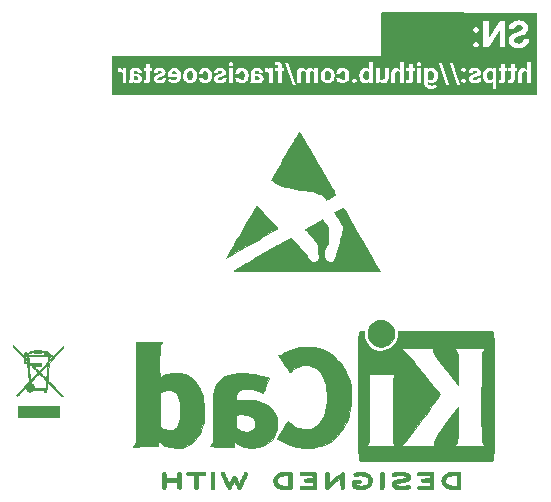
<source format=gbr>
%TF.GenerationSoftware,KiCad,Pcbnew,(6.0.7)*%
%TF.CreationDate,2023-03-20T18:09:00+01:00*%
%TF.ProjectId,BLDC_driver_small,424c4443-5f64-4726-9976-65725f736d61,1*%
%TF.SameCoordinates,Original*%
%TF.FileFunction,Legend,Bot*%
%TF.FilePolarity,Positive*%
%FSLAX46Y46*%
G04 Gerber Fmt 4.6, Leading zero omitted, Abs format (unit mm)*
G04 Created by KiCad (PCBNEW (6.0.7)) date 2023-03-20 18:09:00*
%MOMM*%
%LPD*%
G01*
G04 APERTURE LIST*
%ADD10C,0.150000*%
%ADD11C,0.010000*%
G04 APERTURE END LIST*
D10*
X138980000Y-74530000D02*
X131980000Y-74530000D01*
X131980000Y-74530000D02*
X131980000Y-78030000D01*
X131980000Y-78030000D02*
X138980000Y-78030000D01*
X138980000Y-78030000D02*
X138980000Y-74530000D01*
G36*
X138980000Y-74530000D02*
G01*
X131980000Y-74530000D01*
X131980000Y-78030000D01*
X138980000Y-78030000D01*
X138980000Y-74530000D01*
G37*
%TO.C,kibuzzard-641879B1*%
G36*
X111231333Y-79854839D02*
G01*
X111320863Y-79912975D01*
X111357941Y-80009868D01*
X111359103Y-80029634D01*
X111314920Y-80133116D01*
X111193997Y-80173811D01*
X111056796Y-80140674D01*
X110963779Y-80051726D01*
X110963779Y-79835460D01*
X111089352Y-79835460D01*
X111231333Y-79854839D01*
G37*
G36*
X121509776Y-79854839D02*
G01*
X121599305Y-79912975D01*
X121636383Y-80009868D01*
X121637546Y-80029634D01*
X121593362Y-80133116D01*
X121472440Y-80173811D01*
X121335239Y-80140674D01*
X121242221Y-80051726D01*
X121242221Y-79835460D01*
X121367795Y-79835460D01*
X121509776Y-79854839D01*
G37*
G36*
X114582744Y-79465715D02*
G01*
X114633758Y-79547687D01*
X114662390Y-79658727D01*
X114194977Y-79658727D01*
X114194977Y-79631984D01*
X114255438Y-79459320D01*
X114420544Y-79398277D01*
X114582744Y-79465715D01*
G37*
G36*
X141273266Y-79429671D02*
G01*
X141357272Y-79520363D01*
X141357272Y-80035448D01*
X141271522Y-80128756D01*
X141137518Y-80159859D01*
X141032220Y-80135224D01*
X140957006Y-80061318D01*
X140911878Y-79938143D01*
X140896835Y-79765697D01*
X140912387Y-79610183D01*
X140959041Y-79494783D01*
X141035344Y-79423276D01*
X141139844Y-79399440D01*
X141273266Y-79429671D01*
G37*
G36*
X130795708Y-79432287D02*
G01*
X130881168Y-79530827D01*
X130881168Y-80027309D01*
X130794545Y-80126721D01*
X130657925Y-80159859D01*
X130523050Y-80119745D01*
X130443985Y-79999403D01*
X130425672Y-79902607D01*
X130419568Y-79765697D01*
X130434683Y-79600736D01*
X130480029Y-79487225D01*
X130555315Y-79421386D01*
X130660251Y-79399440D01*
X130795708Y-79432287D01*
G37*
G36*
X136238835Y-79424148D02*
G01*
X136320952Y-79498271D01*
X136372838Y-79621519D01*
X136390134Y-79793602D01*
X136372984Y-79946064D01*
X136321533Y-80061609D01*
X136240143Y-80134424D01*
X136133173Y-80158696D01*
X136001495Y-80129919D01*
X135913419Y-80043587D01*
X135913419Y-79514549D01*
X136001495Y-79428217D01*
X136130847Y-79399440D01*
X136238835Y-79424148D01*
G37*
G36*
X127510443Y-79422258D02*
G01*
X127591833Y-79494202D01*
X127642412Y-79616433D01*
X127659271Y-79791277D01*
X127642412Y-79949261D01*
X127591833Y-80065097D01*
X127509862Y-80136168D01*
X127398822Y-80159859D01*
X127290108Y-80136459D01*
X127208136Y-80066260D01*
X127156686Y-79944610D01*
X127139536Y-79766859D01*
X127156686Y-79611055D01*
X127208136Y-79494783D01*
X127290689Y-79422404D01*
X127401147Y-79398277D01*
X127510443Y-79422258D01*
G37*
G36*
X115875107Y-79422258D02*
G01*
X115956497Y-79494202D01*
X116007076Y-79616433D01*
X116023935Y-79791277D01*
X116007076Y-79949261D01*
X115956497Y-80065097D01*
X115874525Y-80136168D01*
X115763486Y-80159859D01*
X115654771Y-80136459D01*
X115572800Y-80066260D01*
X115521349Y-79944610D01*
X115504199Y-79766859D01*
X115521349Y-79611055D01*
X115572800Y-79494783D01*
X115655353Y-79422404D01*
X115765811Y-79398277D01*
X115875107Y-79422258D01*
G37*
G36*
X109160788Y-78101070D02*
G01*
X145139212Y-78101070D01*
X145139212Y-81398930D01*
X109160788Y-81398930D01*
X109160788Y-79141316D01*
X109656882Y-79141316D01*
X109661533Y-79464552D01*
X109782455Y-79455251D01*
X109940295Y-79487516D01*
X110032440Y-79584312D01*
X110032440Y-80407518D01*
X110368466Y-80407518D01*
X110576593Y-80407518D01*
X110916107Y-80407518D01*
X110949826Y-80294734D01*
X111090224Y-80396763D01*
X111267249Y-80430772D01*
X111436279Y-80404030D01*
X111442250Y-80400542D01*
X111819540Y-80400542D01*
X111919825Y-80423215D01*
X112023016Y-80430772D01*
X112178094Y-80408463D01*
X112289861Y-80341534D01*
X112358316Y-80229985D01*
X112383459Y-80073817D01*
X112383459Y-80045912D01*
X112666000Y-80045912D01*
X112702917Y-80201571D01*
X112813666Y-80324384D01*
X112921670Y-80383488D01*
X113048794Y-80418951D01*
X113195038Y-80430772D01*
X113344302Y-80416674D01*
X113475835Y-80374380D01*
X113585276Y-80307524D01*
X113668265Y-80219739D01*
X113720587Y-80117565D01*
X113738028Y-80007542D01*
X113419443Y-80007542D01*
X113353168Y-80144743D01*
X113188062Y-80192415D01*
X113042140Y-80155789D01*
X112992725Y-80059865D01*
X113053767Y-79962778D01*
X113133268Y-79929204D01*
X113249686Y-79899409D01*
X113288281Y-79887782D01*
X113864764Y-79887782D01*
X114665878Y-79887782D01*
X114633177Y-79998822D01*
X114567628Y-80085445D01*
X114474756Y-80141255D01*
X114360083Y-80159859D01*
X114187128Y-80124686D01*
X114056613Y-80019170D01*
X113891507Y-80204042D01*
X113980455Y-80299240D01*
X114096146Y-80370892D01*
X114232184Y-80415802D01*
X114382175Y-80430772D01*
X114555226Y-80411911D01*
X114705411Y-80355325D01*
X114832729Y-80261015D01*
X114929299Y-80135312D01*
X114987241Y-79984546D01*
X115006555Y-79808717D01*
X115006555Y-79791277D01*
X115168173Y-79791277D01*
X115186131Y-79971563D01*
X115240003Y-80126398D01*
X115329791Y-80255783D01*
X115449810Y-80352999D01*
X115594375Y-80411329D01*
X115763486Y-80430772D01*
X115932661Y-80411394D01*
X116077420Y-80353258D01*
X116197762Y-80256364D01*
X116287872Y-80126140D01*
X116340349Y-79972661D01*
X116499487Y-79972661D01*
X116517509Y-80095182D01*
X116569250Y-80206949D01*
X116650496Y-80301420D01*
X116757030Y-80372055D01*
X116882458Y-80416093D01*
X117020386Y-80430772D01*
X117187559Y-80411717D01*
X117329411Y-80354550D01*
X117445941Y-80259271D01*
X117532499Y-80130403D01*
X117560283Y-80045912D01*
X117765689Y-80045912D01*
X117802605Y-80201571D01*
X117913354Y-80324384D01*
X118021358Y-80383488D01*
X118148482Y-80418951D01*
X118294727Y-80430772D01*
X118443991Y-80416674D01*
X118575523Y-80374380D01*
X118684964Y-80307524D01*
X118767953Y-80219739D01*
X118820276Y-80117565D01*
X118837717Y-80007542D01*
X118519131Y-80007542D01*
X118452856Y-80144743D01*
X118287750Y-80192415D01*
X118141829Y-80155789D01*
X118092413Y-80059865D01*
X118153456Y-79962778D01*
X118232957Y-79929204D01*
X118349374Y-79899409D01*
X118545729Y-79840256D01*
X118685982Y-79756976D01*
X118770134Y-79649570D01*
X118798184Y-79518037D01*
X118763448Y-79364413D01*
X118659239Y-79238403D01*
X118557114Y-79176069D01*
X118470929Y-79149455D01*
X119050494Y-79149455D01*
X119050494Y-80407518D01*
X119387683Y-80407518D01*
X119387683Y-79972661D01*
X119596973Y-79972661D01*
X119614995Y-80095182D01*
X119666736Y-80206949D01*
X119747981Y-80301420D01*
X119854515Y-80372055D01*
X119979943Y-80416093D01*
X120117871Y-80430772D01*
X120285044Y-80411717D01*
X120295463Y-80407518D01*
X120855035Y-80407518D01*
X121194550Y-80407518D01*
X121228268Y-80294734D01*
X121368667Y-80396763D01*
X121545691Y-80430772D01*
X121714721Y-80404030D01*
X121852068Y-80323802D01*
X121943196Y-80202879D01*
X121973572Y-80054051D01*
X121936510Y-79877318D01*
X121825325Y-79747093D01*
X121711831Y-79687536D01*
X121569010Y-79651492D01*
X121396863Y-79638960D01*
X121242221Y-79638960D01*
X121242221Y-79566872D01*
X121286986Y-79427345D01*
X121428256Y-79375023D01*
X121561388Y-79415718D01*
X121609641Y-79527339D01*
X121945667Y-79527339D01*
X121928807Y-79422113D01*
X121878229Y-79325026D01*
X121796838Y-79242037D01*
X121687543Y-79179105D01*
X121562964Y-79141316D01*
X122080542Y-79141316D01*
X122085193Y-79464552D01*
X122206116Y-79455251D01*
X122363955Y-79487516D01*
X122456100Y-79584312D01*
X122456100Y-80407518D01*
X122792126Y-80407518D01*
X122792126Y-79149455D01*
X122474704Y-79149455D01*
X122465402Y-79299446D01*
X122344770Y-79169512D01*
X122185187Y-79126201D01*
X122080542Y-79141316D01*
X121562964Y-79141316D01*
X121556737Y-79139427D01*
X121410815Y-79126201D01*
X121266444Y-79139185D01*
X121143390Y-79178136D01*
X121041652Y-79243054D01*
X120939187Y-79383598D01*
X120905032Y-79571523D01*
X120905032Y-80116838D01*
X120891952Y-80274096D01*
X120855035Y-80387752D01*
X120855035Y-80407518D01*
X120295463Y-80407518D01*
X120426896Y-80354550D01*
X120543427Y-80259271D01*
X120629985Y-80130403D01*
X120681919Y-79972467D01*
X120699231Y-79785463D01*
X120699231Y-79763371D01*
X120682049Y-79582633D01*
X120630501Y-79427991D01*
X120544589Y-79299446D01*
X120428705Y-79203199D01*
X120287241Y-79145450D01*
X120120197Y-79126201D01*
X119973242Y-79141122D01*
X119847087Y-79185887D01*
X119741731Y-79260495D01*
X119662343Y-79359908D01*
X119614090Y-79479086D01*
X119596973Y-79618031D01*
X119912070Y-79618031D01*
X119972531Y-79459320D01*
X120126010Y-79398277D01*
X120229056Y-79419642D01*
X120303325Y-79483737D01*
X120348235Y-79595794D01*
X120363205Y-79761046D01*
X120363205Y-79795927D01*
X120348380Y-79962778D01*
X120303906Y-80074980D01*
X120229202Y-80138639D01*
X120123685Y-80159859D01*
X119972531Y-80108699D01*
X119912070Y-79972661D01*
X119596973Y-79972661D01*
X119387683Y-79972661D01*
X119387683Y-79149455D01*
X119050494Y-79149455D01*
X118470929Y-79149455D01*
X118435997Y-79138668D01*
X118295889Y-79126201D01*
X118146867Y-79138732D01*
X118019162Y-79176327D01*
X117912773Y-79238985D01*
X117805076Y-79368628D01*
X117769177Y-79531990D01*
X118105203Y-79531990D01*
X118151712Y-79412811D01*
X118297052Y-79365721D01*
X118428439Y-79404091D01*
X118474948Y-79501759D01*
X118422044Y-79591870D01*
X118243567Y-79651169D01*
X118127876Y-79677766D01*
X118031952Y-79707561D01*
X117884028Y-79788564D01*
X117795274Y-79901347D01*
X117765689Y-80045912D01*
X117560283Y-80045912D01*
X117584434Y-79972467D01*
X117601746Y-79785463D01*
X117601746Y-79763371D01*
X117584563Y-79582633D01*
X117533016Y-79427991D01*
X117447104Y-79299446D01*
X117331219Y-79203199D01*
X117189755Y-79145450D01*
X117022711Y-79126201D01*
X116875756Y-79141122D01*
X116749601Y-79185887D01*
X116644246Y-79260495D01*
X116564858Y-79359908D01*
X116516605Y-79479086D01*
X116499487Y-79618031D01*
X116814584Y-79618031D01*
X116875046Y-79459320D01*
X117028525Y-79398277D01*
X117131571Y-79419642D01*
X117205840Y-79483737D01*
X117250750Y-79595794D01*
X117265720Y-79761046D01*
X117265720Y-79795927D01*
X117250895Y-79962778D01*
X117206421Y-80074980D01*
X117131716Y-80138639D01*
X117026199Y-80159859D01*
X116875046Y-80108699D01*
X116814584Y-79972661D01*
X116499487Y-79972661D01*
X116340349Y-79972661D01*
X116341939Y-79968010D01*
X116359961Y-79781975D01*
X116359961Y-79766859D01*
X116341939Y-79589835D01*
X116287872Y-79433159D01*
X116199942Y-79303225D01*
X116080327Y-79206429D01*
X115933969Y-79146258D01*
X115765811Y-79126201D01*
X115606454Y-79143512D01*
X115467897Y-79195447D01*
X115350139Y-79282005D01*
X115258607Y-79398277D01*
X115198727Y-79539354D01*
X115170499Y-79705235D01*
X115168173Y-79791277D01*
X115006555Y-79791277D01*
X115006555Y-79776161D01*
X114988242Y-79596666D01*
X114933304Y-79437228D01*
X114844792Y-79304969D01*
X114725758Y-79207010D01*
X114582017Y-79146403D01*
X114419382Y-79126201D01*
X114259508Y-79144288D01*
X114124051Y-79198548D01*
X114013011Y-79288982D01*
X113930652Y-79412617D01*
X113881236Y-79566484D01*
X113864764Y-79750581D01*
X113864764Y-79887782D01*
X113288281Y-79887782D01*
X113446040Y-79840256D01*
X113586293Y-79756976D01*
X113670445Y-79649570D01*
X113698495Y-79518037D01*
X113663759Y-79364413D01*
X113559550Y-79238403D01*
X113457425Y-79176069D01*
X113336308Y-79138668D01*
X113196201Y-79126201D01*
X113047179Y-79138732D01*
X112919473Y-79176327D01*
X112813084Y-79238985D01*
X112705387Y-79368628D01*
X112669489Y-79531990D01*
X113005515Y-79531990D01*
X113052023Y-79412811D01*
X113197363Y-79365721D01*
X113328751Y-79404091D01*
X113375259Y-79501759D01*
X113322356Y-79591870D01*
X113143878Y-79651169D01*
X113028188Y-79677766D01*
X112932263Y-79707561D01*
X112784339Y-79788564D01*
X112695585Y-79901347D01*
X112666000Y-80045912D01*
X112383459Y-80045912D01*
X112383459Y-79395952D01*
X112567169Y-79395952D01*
X112567169Y-79149455D01*
X112383459Y-79149455D01*
X112383459Y-78840172D01*
X112047433Y-78840172D01*
X112047433Y-79149455D01*
X111832330Y-79149455D01*
X111832330Y-79395952D01*
X112047433Y-79395952D01*
X112047433Y-80023820D01*
X112020691Y-80123814D01*
X111918372Y-80154045D01*
X111819540Y-80145906D01*
X111819540Y-80400542D01*
X111442250Y-80400542D01*
X111573625Y-80323802D01*
X111664753Y-80202879D01*
X111695129Y-80054051D01*
X111658068Y-79877318D01*
X111546883Y-79747093D01*
X111433388Y-79687536D01*
X111290568Y-79651492D01*
X111118420Y-79638960D01*
X110963779Y-79638960D01*
X110963779Y-79566872D01*
X111008543Y-79427345D01*
X111149814Y-79375023D01*
X111282945Y-79415718D01*
X111331198Y-79527339D01*
X111667224Y-79527339D01*
X111650365Y-79422113D01*
X111599786Y-79325026D01*
X111518396Y-79242037D01*
X111409100Y-79179105D01*
X111278294Y-79139427D01*
X111132373Y-79126201D01*
X110988002Y-79139185D01*
X110864948Y-79178136D01*
X110763210Y-79243054D01*
X110660745Y-79383598D01*
X110626590Y-79571523D01*
X110626590Y-80116838D01*
X110613509Y-80274096D01*
X110576593Y-80387752D01*
X110576593Y-80407518D01*
X110368466Y-80407518D01*
X110368466Y-79149455D01*
X110051044Y-79149455D01*
X110041742Y-79299446D01*
X109921110Y-79169512D01*
X109761526Y-79126201D01*
X109656882Y-79141316D01*
X109160788Y-79141316D01*
X109160788Y-78823894D01*
X119030728Y-78823894D01*
X119082469Y-78949467D01*
X119219089Y-78998302D01*
X119355708Y-78949467D01*
X119407449Y-78823894D01*
X119356871Y-78699483D01*
X119219089Y-78650648D01*
X119081888Y-78699483D01*
X119030728Y-78823894D01*
X109160788Y-78823894D01*
X109160788Y-78620418D01*
X122921188Y-78620418D01*
X122924677Y-78880867D01*
X123026996Y-78870403D01*
X123169138Y-78914877D01*
X123216519Y-79048299D01*
X123216519Y-79149455D01*
X122966534Y-79149455D01*
X122966534Y-79395952D01*
X123216519Y-79395952D01*
X123216519Y-80407518D01*
X123553708Y-80407518D01*
X123553708Y-79395952D01*
X123740906Y-79395952D01*
X123740906Y-79149455D01*
X123553708Y-79149455D01*
X123553708Y-79042485D01*
X123523332Y-78854560D01*
X123432581Y-78714598D01*
X123806018Y-78714598D01*
X124429236Y-80552858D01*
X124679221Y-80552858D01*
X124629947Y-80407518D01*
X124793167Y-80407518D01*
X125130356Y-80407518D01*
X125130356Y-79605241D01*
X125172214Y-79448856D01*
X125319879Y-79399440D01*
X125447778Y-79435484D01*
X125529169Y-79543617D01*
X125528006Y-80407518D01*
X125864032Y-80407518D01*
X125864032Y-79606404D01*
X125907053Y-79448274D01*
X126053555Y-79399440D01*
X126176804Y-79429089D01*
X126260519Y-79518037D01*
X126260519Y-80407518D01*
X126596545Y-80407518D01*
X126596545Y-79791277D01*
X126803510Y-79791277D01*
X126821467Y-79971563D01*
X126875340Y-80126398D01*
X126965128Y-80255783D01*
X127085146Y-80352999D01*
X127229711Y-80411329D01*
X127398822Y-80430772D01*
X127567998Y-80411394D01*
X127712756Y-80353258D01*
X127833098Y-80256364D01*
X127923209Y-80126140D01*
X127975685Y-79972661D01*
X128134824Y-79972661D01*
X128152846Y-80095182D01*
X128204587Y-80206949D01*
X128285832Y-80301420D01*
X128392366Y-80372055D01*
X128517794Y-80416093D01*
X128655722Y-80430772D01*
X128822895Y-80411717D01*
X128964747Y-80354550D01*
X129081277Y-80259271D01*
X129092601Y-80242412D01*
X129478928Y-80242412D01*
X129532413Y-80370892D01*
X129669614Y-80420308D01*
X129805652Y-80370892D01*
X129859137Y-80242412D01*
X129805070Y-80112187D01*
X129669614Y-80062190D01*
X129532994Y-80112187D01*
X129478928Y-80242412D01*
X129092601Y-80242412D01*
X129167835Y-80130403D01*
X129219770Y-79972467D01*
X129236651Y-79790114D01*
X130083542Y-79790114D01*
X130097882Y-79976860D01*
X130140903Y-80134020D01*
X130212604Y-80261597D01*
X130310014Y-80355583D01*
X130430162Y-80411975D01*
X130573047Y-80430772D01*
X130700300Y-80413332D01*
X130809208Y-80361009D01*
X130899771Y-80273805D01*
X130914886Y-80407518D01*
X131217194Y-80407518D01*
X131470667Y-80407518D01*
X131786926Y-80407518D01*
X131796228Y-80279619D01*
X131889762Y-80363593D01*
X132004484Y-80413978D01*
X132140393Y-80430772D01*
X132283056Y-80407518D01*
X132803143Y-80407518D01*
X133139169Y-80407518D01*
X133139169Y-79611055D01*
X133185678Y-79451181D01*
X133340320Y-79399440D01*
X133467638Y-79427927D01*
X133554260Y-79513387D01*
X133554260Y-80407518D01*
X133890286Y-80407518D01*
X133890286Y-80400542D01*
X134056555Y-80400542D01*
X134156840Y-80423215D01*
X134260031Y-80430772D01*
X134415109Y-80408463D01*
X134526875Y-80341534D01*
X134595330Y-80229985D01*
X134620474Y-80073817D01*
X134620474Y-79395952D01*
X134804184Y-79395952D01*
X134804184Y-79149455D01*
X134963477Y-79149455D01*
X134963477Y-80407518D01*
X135300665Y-80407518D01*
X135300665Y-80365660D01*
X135576230Y-80365660D01*
X135594979Y-80520011D01*
X135651225Y-80652852D01*
X135741481Y-80760403D01*
X135862259Y-80838887D01*
X136009924Y-80886849D01*
X136180844Y-80902837D01*
X136317464Y-80889029D01*
X136450595Y-80847607D01*
X136565995Y-80784385D01*
X136649420Y-80705174D01*
X136500592Y-80500536D01*
X136361647Y-80606052D01*
X136195959Y-80641225D01*
X136077071Y-80623348D01*
X135987833Y-80569717D01*
X135932022Y-80483240D01*
X135913419Y-80366823D01*
X135913419Y-80299385D01*
X136048003Y-80397926D01*
X136219214Y-80430772D01*
X136360743Y-80411071D01*
X136483022Y-80351966D01*
X136586052Y-80253458D01*
X136663890Y-80122393D01*
X136710592Y-79965620D01*
X136726160Y-79783138D01*
X136726160Y-79769185D01*
X136710851Y-79588705D01*
X136664923Y-79433288D01*
X136588377Y-79302934D01*
X136485864Y-79204749D01*
X136362035Y-79145838D01*
X136216888Y-79126201D01*
X136032888Y-79161664D01*
X135894815Y-79268053D01*
X135880862Y-79149455D01*
X135576230Y-79149455D01*
X135576230Y-80365660D01*
X135300665Y-80365660D01*
X135300665Y-79149455D01*
X134963477Y-79149455D01*
X134804184Y-79149455D01*
X134620474Y-79149455D01*
X134620474Y-78840172D01*
X134284448Y-78840172D01*
X134284448Y-79149455D01*
X134069345Y-79149455D01*
X134069345Y-79395952D01*
X134284448Y-79395952D01*
X134284448Y-80023820D01*
X134257706Y-80123814D01*
X134155386Y-80154045D01*
X134056555Y-80145906D01*
X134056555Y-80400542D01*
X133890286Y-80400542D01*
X133890286Y-78823894D01*
X134943710Y-78823894D01*
X134995451Y-78949467D01*
X135132071Y-78998302D01*
X135268690Y-78949467D01*
X135320432Y-78823894D01*
X135275998Y-78714598D01*
X136837781Y-78714598D01*
X137460999Y-80552858D01*
X137710983Y-80552858D01*
X137087766Y-78714598D01*
X137727261Y-78714598D01*
X138350479Y-80552858D01*
X138600464Y-80552858D01*
X138495215Y-80242412D01*
X138731851Y-80242412D01*
X138785336Y-80370892D01*
X138922537Y-80420308D01*
X139058575Y-80370892D01*
X139112061Y-80242412D01*
X139057994Y-80112187D01*
X138922537Y-80062190D01*
X138785918Y-80112187D01*
X138731851Y-80242412D01*
X138495215Y-80242412D01*
X138428596Y-80045912D01*
X139344604Y-80045912D01*
X139381521Y-80201571D01*
X139492270Y-80324384D01*
X139600274Y-80383488D01*
X139727398Y-80418951D01*
X139873642Y-80430772D01*
X140022906Y-80416674D01*
X140154439Y-80374380D01*
X140263880Y-80307524D01*
X140346869Y-80219739D01*
X140399191Y-80117565D01*
X140416632Y-80007542D01*
X140098047Y-80007542D01*
X140031772Y-80144743D01*
X139866666Y-80192415D01*
X139720744Y-80155789D01*
X139671329Y-80059865D01*
X139732372Y-79962778D01*
X139811872Y-79929204D01*
X139928290Y-79899409D01*
X140124644Y-79840256D01*
X140209089Y-79790114D01*
X140560809Y-79790114D01*
X140575473Y-79971046D01*
X140619462Y-80126269D01*
X140692778Y-80255783D01*
X140791028Y-80352999D01*
X140909819Y-80411329D01*
X141049152Y-80430772D01*
X141221525Y-80397635D01*
X141357272Y-80298222D01*
X141357272Y-80891209D01*
X141693298Y-80891209D01*
X141693298Y-80400542D01*
X141867706Y-80400542D01*
X141967991Y-80423215D01*
X142071182Y-80430772D01*
X142226260Y-80408463D01*
X142239487Y-80400542D01*
X142672308Y-80400542D01*
X142772593Y-80423215D01*
X142875784Y-80430772D01*
X143030862Y-80408463D01*
X143032440Y-80407518D01*
X143555975Y-80407518D01*
X143892001Y-80407518D01*
X143892001Y-79611055D01*
X143938510Y-79451181D01*
X144093152Y-79399440D01*
X144220470Y-79427927D01*
X144307092Y-79513387D01*
X144307092Y-80407518D01*
X144643118Y-80407518D01*
X144643118Y-78621581D01*
X144307092Y-78621581D01*
X144307092Y-79286656D01*
X144210328Y-79197514D01*
X144098319Y-79144029D01*
X143971066Y-79126201D01*
X143823494Y-79145223D01*
X143708199Y-79202289D01*
X143625180Y-79297400D01*
X143574439Y-79430554D01*
X143555975Y-79601753D01*
X143555975Y-80407518D01*
X143032440Y-80407518D01*
X143142628Y-80341534D01*
X143211084Y-80229985D01*
X143236227Y-80073817D01*
X143236227Y-79395952D01*
X143419937Y-79395952D01*
X143419937Y-79149455D01*
X143236227Y-79149455D01*
X143236227Y-78840172D01*
X142900201Y-78840172D01*
X142900201Y-79149455D01*
X142685098Y-79149455D01*
X142685098Y-79395952D01*
X142900201Y-79395952D01*
X142900201Y-80023820D01*
X142873459Y-80123814D01*
X142771140Y-80154045D01*
X142672308Y-80145906D01*
X142672308Y-80400542D01*
X142239487Y-80400542D01*
X142338026Y-80341534D01*
X142406482Y-80229985D01*
X142431625Y-80073817D01*
X142431625Y-79395952D01*
X142615335Y-79395952D01*
X142615335Y-79149455D01*
X142431625Y-79149455D01*
X142431625Y-78840172D01*
X142095599Y-78840172D01*
X142095599Y-79149455D01*
X141880496Y-79149455D01*
X141880496Y-79395952D01*
X142095599Y-79395952D01*
X142095599Y-80023820D01*
X142068857Y-80123814D01*
X141966537Y-80154045D01*
X141867706Y-80145906D01*
X141867706Y-80400542D01*
X141693298Y-80400542D01*
X141693298Y-79149455D01*
X141381689Y-79149455D01*
X141370062Y-79272704D01*
X141229373Y-79162827D01*
X141051477Y-79126201D01*
X140907946Y-79145321D01*
X140787410Y-79202682D01*
X140689871Y-79298283D01*
X140618170Y-79427474D01*
X140575150Y-79585604D01*
X140560809Y-79772673D01*
X140560809Y-79790114D01*
X140209089Y-79790114D01*
X140264897Y-79756976D01*
X140349049Y-79649570D01*
X140377100Y-79518037D01*
X140342363Y-79364413D01*
X140238155Y-79238403D01*
X140136029Y-79176069D01*
X140014912Y-79138668D01*
X139874805Y-79126201D01*
X139725783Y-79138732D01*
X139598077Y-79176327D01*
X139491689Y-79238985D01*
X139383992Y-79368628D01*
X139348093Y-79531990D01*
X139684119Y-79531990D01*
X139730627Y-79412811D01*
X139875967Y-79365721D01*
X140007355Y-79404091D01*
X140053864Y-79501759D01*
X140000960Y-79591870D01*
X139822482Y-79651169D01*
X139706792Y-79677766D01*
X139610867Y-79707561D01*
X139462944Y-79788564D01*
X139374189Y-79901347D01*
X139344604Y-80045912D01*
X138428596Y-80045912D01*
X138172371Y-79290144D01*
X138731851Y-79290144D01*
X138785336Y-79418625D01*
X138922537Y-79468040D01*
X139058575Y-79418625D01*
X139112061Y-79290144D01*
X139057994Y-79159920D01*
X138922537Y-79109923D01*
X138785918Y-79159920D01*
X138731851Y-79290144D01*
X138172371Y-79290144D01*
X137977246Y-78714598D01*
X137727261Y-78714598D01*
X137087766Y-78714598D01*
X136837781Y-78714598D01*
X135275998Y-78714598D01*
X135269853Y-78699483D01*
X135132071Y-78650648D01*
X134994870Y-78699483D01*
X134943710Y-78823894D01*
X133890286Y-78823894D01*
X133890286Y-78621581D01*
X133554260Y-78621581D01*
X133554260Y-79286656D01*
X133457496Y-79197514D01*
X133345487Y-79144029D01*
X133218234Y-79126201D01*
X133070662Y-79145223D01*
X132955367Y-79202289D01*
X132872348Y-79297400D01*
X132821607Y-79430554D01*
X132803143Y-79601753D01*
X132803143Y-80407518D01*
X132283056Y-80407518D01*
X132318725Y-80401704D01*
X132449095Y-80314500D01*
X132529468Y-80171195D01*
X132557809Y-79973824D01*
X132557809Y-79149455D01*
X132221783Y-79149455D01*
X132221783Y-79962196D01*
X132177019Y-80109571D01*
X132042725Y-80158696D01*
X131898547Y-80129047D01*
X131807855Y-80040099D01*
X131807855Y-79149455D01*
X131470667Y-79149455D01*
X131470667Y-80407518D01*
X131217194Y-80407518D01*
X131217194Y-78621581D01*
X130881168Y-78621581D01*
X130881168Y-79262239D01*
X130746583Y-79160210D01*
X130575372Y-79126201D01*
X130432939Y-79144998D01*
X130312598Y-79201390D01*
X130214348Y-79295377D01*
X130141678Y-79423470D01*
X130098076Y-79582181D01*
X130083542Y-79771510D01*
X130083542Y-79790114D01*
X129236651Y-79790114D01*
X129237082Y-79785463D01*
X129237082Y-79763371D01*
X129219899Y-79582633D01*
X129168352Y-79427991D01*
X129082440Y-79299446D01*
X128966556Y-79203199D01*
X128825092Y-79145450D01*
X128658047Y-79126201D01*
X128511093Y-79141122D01*
X128384938Y-79185887D01*
X128279582Y-79260495D01*
X128200194Y-79359908D01*
X128151941Y-79479086D01*
X128134824Y-79618031D01*
X128449921Y-79618031D01*
X128510382Y-79459320D01*
X128663861Y-79398277D01*
X128766907Y-79419642D01*
X128841176Y-79483737D01*
X128886086Y-79595794D01*
X128901056Y-79761046D01*
X128901056Y-79795927D01*
X128886231Y-79962778D01*
X128841757Y-80074980D01*
X128767052Y-80138639D01*
X128661536Y-80159859D01*
X128510382Y-80108699D01*
X128449921Y-79972661D01*
X128134824Y-79972661D01*
X127975685Y-79972661D01*
X127977275Y-79968010D01*
X127995297Y-79781975D01*
X127995297Y-79766859D01*
X127977275Y-79589835D01*
X127923209Y-79433159D01*
X127835278Y-79303225D01*
X127715663Y-79206429D01*
X127569306Y-79146258D01*
X127401147Y-79126201D01*
X127241790Y-79143512D01*
X127103233Y-79195447D01*
X126985475Y-79282005D01*
X126893943Y-79398277D01*
X126834063Y-79539354D01*
X126805835Y-79705235D01*
X126803510Y-79791277D01*
X126596545Y-79791277D01*
X126596545Y-79149455D01*
X126281448Y-79149455D01*
X126270984Y-79290144D01*
X126171378Y-79199065D01*
X126050842Y-79144417D01*
X125909378Y-79126201D01*
X125764296Y-79147517D01*
X125653063Y-79211467D01*
X125575677Y-79318050D01*
X125474779Y-79211467D01*
X125348818Y-79147517D01*
X125197794Y-79126201D01*
X125019316Y-79155996D01*
X124893161Y-79245380D01*
X124818166Y-79394644D01*
X124793167Y-79604079D01*
X124793167Y-80407518D01*
X124629947Y-80407518D01*
X124056003Y-78714598D01*
X123806018Y-78714598D01*
X123432581Y-78714598D01*
X123432204Y-78714017D01*
X123286428Y-78626377D01*
X123092108Y-78597163D01*
X122921188Y-78620418D01*
X109160788Y-78620418D01*
X109160788Y-78101070D01*
G37*
%TO.C,kibuzzard-641877D0*%
G36*
X139024889Y-74458923D02*
G01*
X145135111Y-74458923D01*
X145135111Y-78101077D01*
X139024889Y-78101077D01*
X139024889Y-77188472D01*
X139686348Y-77188472D01*
X139757661Y-77359779D01*
X139940596Y-77425667D01*
X139987544Y-77408613D01*
X140591719Y-77408613D01*
X141056807Y-77408613D01*
X141962178Y-75923433D01*
X141962178Y-77408613D01*
X142427266Y-77408613D01*
X142427266Y-76813301D01*
X142741975Y-76813301D01*
X142766608Y-76994599D01*
X142840505Y-77147820D01*
X142963667Y-77272963D01*
X143128515Y-77365550D01*
X143327469Y-77421102D01*
X143560530Y-77439619D01*
X143809352Y-77415783D01*
X144034919Y-77344276D01*
X144223474Y-77231299D01*
X144361256Y-77083052D01*
X144445553Y-76903993D01*
X144473652Y-76698579D01*
X144007014Y-76698579D01*
X143979109Y-76862038D01*
X143895393Y-76978795D01*
X143755867Y-77048848D01*
X143560530Y-77072200D01*
X143412864Y-77055340D01*
X143301631Y-77004762D01*
X143208613Y-76816401D01*
X143301631Y-76614088D01*
X143431855Y-76541612D01*
X143636494Y-76465260D01*
X143853148Y-76387552D01*
X144019417Y-76311006D01*
X144233012Y-76156493D01*
X144361170Y-75969941D01*
X144403889Y-75751350D01*
X144378116Y-75578299D01*
X144300795Y-75425013D01*
X144175221Y-75297308D01*
X144004689Y-75200996D01*
X143799856Y-75140535D01*
X143571382Y-75120381D01*
X143342714Y-75142279D01*
X143140400Y-75207972D01*
X142972387Y-75313586D01*
X142846620Y-75455244D01*
X142768136Y-75625776D01*
X142741975Y-75818013D01*
X143207063Y-75818013D01*
X143231480Y-75680230D01*
X143304731Y-75576942D01*
X143422166Y-75512411D01*
X143579133Y-75490901D01*
X143730674Y-75508923D01*
X143844233Y-75562990D01*
X143938801Y-75752900D01*
X143827955Y-75937385D01*
X143690948Y-76009474D01*
X143501619Y-76076912D01*
X143260979Y-76162867D01*
X143068226Y-76261569D01*
X142923359Y-76373018D01*
X142787321Y-76571455D01*
X142741975Y-76813301D01*
X142427266Y-76813301D01*
X142427266Y-75151387D01*
X141962178Y-75151387D01*
X141055256Y-76639668D01*
X141055256Y-75151387D01*
X140591719Y-75151387D01*
X140591719Y-77408613D01*
X139987544Y-77408613D01*
X140121980Y-77359779D01*
X140193293Y-77188472D01*
X140121205Y-77014839D01*
X139940596Y-76948176D01*
X139758436Y-77014839D01*
X139686348Y-77188472D01*
X139024889Y-77188472D01*
X139024889Y-75918782D01*
X139686348Y-75918782D01*
X139757661Y-76090089D01*
X139940596Y-76155977D01*
X140121980Y-76090089D01*
X140193293Y-75918782D01*
X140121205Y-75745149D01*
X139940596Y-75678486D01*
X139758436Y-75745149D01*
X139686348Y-75918782D01*
X139024889Y-75918782D01*
X139024889Y-74458923D01*
G37*
%TO.C,REF\u002A\u002A*%
G36*
X114920051Y-113379579D02*
G01*
X114931366Y-113392015D01*
X114941593Y-113408499D01*
X114949802Y-113432158D01*
X114956186Y-113467232D01*
X114960940Y-113517965D01*
X114964256Y-113588599D01*
X114966328Y-113683377D01*
X114967349Y-113806541D01*
X114967512Y-113962334D01*
X114967011Y-114154998D01*
X114966039Y-114388775D01*
X114965902Y-114417252D01*
X114964724Y-114541328D01*
X114962068Y-114629084D01*
X114956954Y-114688107D01*
X114948405Y-114725983D01*
X114935445Y-114750299D01*
X114917094Y-114768641D01*
X114849881Y-114803631D01*
X114779672Y-114797802D01*
X114717590Y-114748574D01*
X114699491Y-114722050D01*
X114684522Y-114684814D01*
X114675747Y-114632524D01*
X114671619Y-114555088D01*
X114670587Y-114442413D01*
X114670587Y-114196008D01*
X113672730Y-114196008D01*
X113672730Y-114466864D01*
X113672583Y-114538766D01*
X113671051Y-114631839D01*
X113666679Y-114693181D01*
X113658047Y-114731411D01*
X113643736Y-114755152D01*
X113622327Y-114773025D01*
X113557536Y-114803299D01*
X113486648Y-114797941D01*
X113424912Y-114748574D01*
X113415559Y-114736009D01*
X113403635Y-114714866D01*
X113394532Y-114686883D01*
X113387871Y-114646555D01*
X113383273Y-114588382D01*
X113380356Y-114506861D01*
X113378743Y-114396489D01*
X113378054Y-114251765D01*
X113377908Y-114067186D01*
X113377908Y-113445553D01*
X113433574Y-113389887D01*
X113496611Y-113345203D01*
X113563366Y-113339800D01*
X113627373Y-113379579D01*
X113644018Y-113399207D01*
X113658908Y-113431133D01*
X113667622Y-113479282D01*
X113671712Y-113553357D01*
X113672730Y-113663061D01*
X113672730Y-113901186D01*
X114670587Y-113901186D01*
X114670587Y-113673370D01*
X114670588Y-113669128D01*
X114671467Y-113565272D01*
X114675412Y-113495914D01*
X114684484Y-113450561D01*
X114700744Y-113418716D01*
X114726253Y-113389887D01*
X114789290Y-113345203D01*
X114856044Y-113339800D01*
X114920051Y-113379579D01*
G37*
D11*
X114920051Y-113379579D02*
X114931366Y-113392015D01*
X114941593Y-113408499D01*
X114949802Y-113432158D01*
X114956186Y-113467232D01*
X114960940Y-113517965D01*
X114964256Y-113588599D01*
X114966328Y-113683377D01*
X114967349Y-113806541D01*
X114967512Y-113962334D01*
X114967011Y-114154998D01*
X114966039Y-114388775D01*
X114965902Y-114417252D01*
X114964724Y-114541328D01*
X114962068Y-114629084D01*
X114956954Y-114688107D01*
X114948405Y-114725983D01*
X114935445Y-114750299D01*
X114917094Y-114768641D01*
X114849881Y-114803631D01*
X114779672Y-114797802D01*
X114717590Y-114748574D01*
X114699491Y-114722050D01*
X114684522Y-114684814D01*
X114675747Y-114632524D01*
X114671619Y-114555088D01*
X114670587Y-114442413D01*
X114670587Y-114196008D01*
X113672730Y-114196008D01*
X113672730Y-114466864D01*
X113672583Y-114538766D01*
X113671051Y-114631839D01*
X113666679Y-114693181D01*
X113658047Y-114731411D01*
X113643736Y-114755152D01*
X113622327Y-114773025D01*
X113557536Y-114803299D01*
X113486648Y-114797941D01*
X113424912Y-114748574D01*
X113415559Y-114736009D01*
X113403635Y-114714866D01*
X113394532Y-114686883D01*
X113387871Y-114646555D01*
X113383273Y-114588382D01*
X113380356Y-114506861D01*
X113378743Y-114396489D01*
X113378054Y-114251765D01*
X113377908Y-114067186D01*
X113377908Y-113445553D01*
X113433574Y-113389887D01*
X113496611Y-113345203D01*
X113563366Y-113339800D01*
X113627373Y-113379579D01*
X113644018Y-113399207D01*
X113658908Y-113431133D01*
X113667622Y-113479282D01*
X113671712Y-113553357D01*
X113672730Y-113663061D01*
X113672730Y-113901186D01*
X114670587Y-113901186D01*
X114670587Y-113673370D01*
X114670588Y-113669128D01*
X114671467Y-113565272D01*
X114675412Y-113495914D01*
X114684484Y-113450561D01*
X114700744Y-113418716D01*
X114726253Y-113389887D01*
X114789290Y-113345203D01*
X114856044Y-113339800D01*
X114920051Y-113379579D01*
G36*
X132008807Y-113343054D02*
G01*
X132077421Y-113389887D01*
X132133087Y-113445553D01*
X132133087Y-114074452D01*
X132133005Y-114243263D01*
X132132485Y-114392369D01*
X132131138Y-114506380D01*
X132128571Y-114590697D01*
X132124395Y-114650718D01*
X132118218Y-114691844D01*
X132109650Y-114719473D01*
X132098300Y-114739006D01*
X132083777Y-114755840D01*
X132020569Y-114798960D01*
X131949924Y-114802509D01*
X131883623Y-114762972D01*
X131872962Y-114751182D01*
X131862014Y-114732933D01*
X131853645Y-114706131D01*
X131847509Y-114665519D01*
X131843262Y-114605838D01*
X131840559Y-114521830D01*
X131839055Y-114408239D01*
X131838406Y-114259807D01*
X131838266Y-114071275D01*
X131838345Y-113919277D01*
X131838857Y-113762763D01*
X131840151Y-113642207D01*
X131842570Y-113552353D01*
X131846460Y-113487942D01*
X131852166Y-113443717D01*
X131860032Y-113414420D01*
X131870402Y-113394793D01*
X131883623Y-113379579D01*
X131942250Y-113341367D01*
X132008807Y-113343054D01*
G37*
X132008807Y-113343054D02*
X132077421Y-113389887D01*
X132133087Y-113445553D01*
X132133087Y-114074452D01*
X132133005Y-114243263D01*
X132132485Y-114392369D01*
X132131138Y-114506380D01*
X132128571Y-114590697D01*
X132124395Y-114650718D01*
X132118218Y-114691844D01*
X132109650Y-114719473D01*
X132098300Y-114739006D01*
X132083777Y-114755840D01*
X132020569Y-114798960D01*
X131949924Y-114802509D01*
X131883623Y-114762972D01*
X131872962Y-114751182D01*
X131862014Y-114732933D01*
X131853645Y-114706131D01*
X131847509Y-114665519D01*
X131843262Y-114605838D01*
X131840559Y-114521830D01*
X131839055Y-114408239D01*
X131838406Y-114259807D01*
X131838266Y-114071275D01*
X131838345Y-113919277D01*
X131838857Y-113762763D01*
X131840151Y-113642207D01*
X131842570Y-113552353D01*
X131846460Y-113487942D01*
X131852166Y-113443717D01*
X131860032Y-113414420D01*
X131870402Y-113394793D01*
X131883623Y-113379579D01*
X131942250Y-113341367D01*
X132008807Y-113343054D01*
G36*
X128685551Y-113331861D02*
G01*
X128708468Y-113344191D01*
X128729659Y-113365609D01*
X128752334Y-113393977D01*
X128761279Y-113405952D01*
X128773330Y-113427036D01*
X128782530Y-113454810D01*
X128789262Y-113494797D01*
X128793912Y-113552522D01*
X128796860Y-113633509D01*
X128798492Y-113743281D01*
X128799190Y-113887362D01*
X128799337Y-114071275D01*
X128799291Y-114188858D01*
X128798852Y-114347740D01*
X128797629Y-114470168D01*
X128795237Y-114561669D01*
X128791293Y-114627764D01*
X128785414Y-114673978D01*
X128777217Y-114705835D01*
X128766318Y-114728859D01*
X128752334Y-114748574D01*
X128691205Y-114797578D01*
X128621007Y-114803363D01*
X128546716Y-114765012D01*
X128538310Y-114758030D01*
X128521885Y-114740899D01*
X128509710Y-114717694D01*
X128500906Y-114681870D01*
X128494594Y-114626881D01*
X128489898Y-114546183D01*
X128485938Y-114433230D01*
X128481837Y-114281476D01*
X128470498Y-113841258D01*
X127937551Y-114324688D01*
X127789224Y-114458837D01*
X127658283Y-114575588D01*
X127553428Y-114665905D01*
X127470913Y-114732043D01*
X127406991Y-114776255D01*
X127357916Y-114800794D01*
X127319943Y-114807917D01*
X127289326Y-114799875D01*
X127262317Y-114778924D01*
X127235173Y-114747317D01*
X127222626Y-114730274D01*
X127211313Y-114709025D01*
X127202853Y-114680582D01*
X127196923Y-114639495D01*
X127193196Y-114580311D01*
X127191350Y-114497580D01*
X127191058Y-114385850D01*
X127191996Y-114239670D01*
X127193839Y-114053588D01*
X127200498Y-113420871D01*
X127254037Y-113377546D01*
X127306400Y-113345019D01*
X127372410Y-113339452D01*
X127441780Y-113377527D01*
X127450442Y-113384728D01*
X127466779Y-113401864D01*
X127478891Y-113425151D01*
X127487652Y-113461122D01*
X127493935Y-113516309D01*
X127498615Y-113597246D01*
X127502564Y-113710463D01*
X127506658Y-113862494D01*
X127517998Y-114304156D01*
X127880855Y-113975105D01*
X128055105Y-113817136D01*
X128207325Y-113679739D01*
X128332153Y-113568546D01*
X128432796Y-113481418D01*
X128512465Y-113416214D01*
X128574366Y-113370796D01*
X128621708Y-113343024D01*
X128657701Y-113330759D01*
X128685551Y-113331861D01*
G37*
X128685551Y-113331861D02*
X128708468Y-113344191D01*
X128729659Y-113365609D01*
X128752334Y-113393977D01*
X128761279Y-113405952D01*
X128773330Y-113427036D01*
X128782530Y-113454810D01*
X128789262Y-113494797D01*
X128793912Y-113552522D01*
X128796860Y-113633509D01*
X128798492Y-113743281D01*
X128799190Y-113887362D01*
X128799337Y-114071275D01*
X128799291Y-114188858D01*
X128798852Y-114347740D01*
X128797629Y-114470168D01*
X128795237Y-114561669D01*
X128791293Y-114627764D01*
X128785414Y-114673978D01*
X128777217Y-114705835D01*
X128766318Y-114728859D01*
X128752334Y-114748574D01*
X128691205Y-114797578D01*
X128621007Y-114803363D01*
X128546716Y-114765012D01*
X128538310Y-114758030D01*
X128521885Y-114740899D01*
X128509710Y-114717694D01*
X128500906Y-114681870D01*
X128494594Y-114626881D01*
X128489898Y-114546183D01*
X128485938Y-114433230D01*
X128481837Y-114281476D01*
X128470498Y-113841258D01*
X127937551Y-114324688D01*
X127789224Y-114458837D01*
X127658283Y-114575588D01*
X127553428Y-114665905D01*
X127470913Y-114732043D01*
X127406991Y-114776255D01*
X127357916Y-114800794D01*
X127319943Y-114807917D01*
X127289326Y-114799875D01*
X127262317Y-114778924D01*
X127235173Y-114747317D01*
X127222626Y-114730274D01*
X127211313Y-114709025D01*
X127202853Y-114680582D01*
X127196923Y-114639495D01*
X127193196Y-114580311D01*
X127191350Y-114497580D01*
X127191058Y-114385850D01*
X127191996Y-114239670D01*
X127193839Y-114053588D01*
X127200498Y-113420871D01*
X127254037Y-113377546D01*
X127306400Y-113345019D01*
X127372410Y-113339452D01*
X127441780Y-113377527D01*
X127450442Y-113384728D01*
X127466779Y-113401864D01*
X127478891Y-113425151D01*
X127487652Y-113461122D01*
X127493935Y-113516309D01*
X127498615Y-113597246D01*
X127502564Y-113710463D01*
X127506658Y-113862494D01*
X127517998Y-114304156D01*
X127880855Y-113975105D01*
X128055105Y-113817136D01*
X128207325Y-113679739D01*
X128332153Y-113568546D01*
X128432796Y-113481418D01*
X128512465Y-113416214D01*
X128574366Y-113370796D01*
X128621708Y-113343024D01*
X128657701Y-113330759D01*
X128685551Y-113331861D01*
G36*
X125874428Y-102753066D02*
G01*
X126241445Y-102786759D01*
X126582404Y-102854709D01*
X126909989Y-102959776D01*
X127236880Y-103104820D01*
X127560467Y-103290010D01*
X127907739Y-103542472D01*
X128229778Y-103834366D01*
X128519491Y-104158466D01*
X128769787Y-104507546D01*
X128973576Y-104874381D01*
X128992074Y-104913624D01*
X129146990Y-105292410D01*
X129264704Y-105686011D01*
X129346737Y-106101948D01*
X129394610Y-106547740D01*
X129409844Y-107030905D01*
X129391321Y-107530373D01*
X129332529Y-108022252D01*
X129232555Y-108482706D01*
X129090504Y-108915001D01*
X128905482Y-109322404D01*
X128676594Y-109708181D01*
X128461593Y-110002911D01*
X128164721Y-110334530D01*
X127841145Y-110618572D01*
X127491005Y-110854945D01*
X127114444Y-111043555D01*
X126711602Y-111184311D01*
X126282623Y-111277118D01*
X126277727Y-111277841D01*
X126195116Y-111285090D01*
X126070450Y-111290466D01*
X125915260Y-111293720D01*
X125741070Y-111294600D01*
X125559410Y-111292855D01*
X125432092Y-111290298D01*
X125243190Y-111284376D01*
X125091820Y-111275897D01*
X124967061Y-111263957D01*
X124857998Y-111247652D01*
X124753711Y-111226075D01*
X124636380Y-111198192D01*
X124513967Y-111166439D01*
X124403257Y-111133129D01*
X124294202Y-111094359D01*
X124176754Y-111046228D01*
X124040866Y-110984835D01*
X123876489Y-110906278D01*
X123673576Y-110806655D01*
X123112367Y-110529307D01*
X123561860Y-109791002D01*
X123620707Y-109694371D01*
X123726431Y-109520906D01*
X123821060Y-109365827D01*
X123901136Y-109234791D01*
X123963201Y-109133454D01*
X124003796Y-109067473D01*
X124019463Y-109042504D01*
X124023821Y-109043250D01*
X124058923Y-109067685D01*
X124120592Y-109118397D01*
X124199084Y-109187518D01*
X124338873Y-109306943D01*
X124588427Y-109483542D01*
X124830553Y-109606653D01*
X125005520Y-109668132D01*
X125301464Y-109730963D01*
X125592237Y-109742100D01*
X125873623Y-109702301D01*
X126141405Y-109612326D01*
X126391368Y-109472934D01*
X126619293Y-109284881D01*
X126746119Y-109146374D01*
X126924790Y-108890184D01*
X127071398Y-108592889D01*
X127186642Y-108252966D01*
X127271226Y-107868892D01*
X127275063Y-107845049D01*
X127292792Y-107690508D01*
X127305990Y-107498495D01*
X127314550Y-107282128D01*
X127318366Y-107054528D01*
X127317330Y-106828815D01*
X127311337Y-106618110D01*
X127300279Y-106435532D01*
X127284048Y-106294203D01*
X127221839Y-105974061D01*
X127117164Y-105600093D01*
X126985518Y-105272690D01*
X126827077Y-104992105D01*
X126642017Y-104758591D01*
X126430515Y-104572402D01*
X126192746Y-104433791D01*
X125928886Y-104343011D01*
X125870345Y-104331744D01*
X125723637Y-104317032D01*
X125552186Y-104312230D01*
X125375200Y-104317073D01*
X125211886Y-104331299D01*
X125081453Y-104354643D01*
X124864167Y-104428974D01*
X124612011Y-104564674D01*
X124387487Y-104743253D01*
X124347859Y-104780871D01*
X124276054Y-104847426D01*
X124225305Y-104892223D01*
X124204688Y-104907124D01*
X124199612Y-104899997D01*
X124168368Y-104854996D01*
X124111924Y-104773284D01*
X124034010Y-104660274D01*
X123938354Y-104521376D01*
X123828687Y-104362001D01*
X123708738Y-104187559D01*
X123218119Y-103473820D01*
X123327720Y-103440982D01*
X123339157Y-103437261D01*
X123413606Y-103407705D01*
X123520942Y-103360045D01*
X123648569Y-103300016D01*
X123783892Y-103233349D01*
X123842859Y-103203873D01*
X124170297Y-103051699D01*
X124472093Y-102934023D01*
X124759854Y-102847835D01*
X125045187Y-102790125D01*
X125339700Y-102757883D01*
X125655001Y-102748098D01*
X125874428Y-102753066D01*
G37*
X125874428Y-102753066D02*
X126241445Y-102786759D01*
X126582404Y-102854709D01*
X126909989Y-102959776D01*
X127236880Y-103104820D01*
X127560467Y-103290010D01*
X127907739Y-103542472D01*
X128229778Y-103834366D01*
X128519491Y-104158466D01*
X128769787Y-104507546D01*
X128973576Y-104874381D01*
X128992074Y-104913624D01*
X129146990Y-105292410D01*
X129264704Y-105686011D01*
X129346737Y-106101948D01*
X129394610Y-106547740D01*
X129409844Y-107030905D01*
X129391321Y-107530373D01*
X129332529Y-108022252D01*
X129232555Y-108482706D01*
X129090504Y-108915001D01*
X128905482Y-109322404D01*
X128676594Y-109708181D01*
X128461593Y-110002911D01*
X128164721Y-110334530D01*
X127841145Y-110618572D01*
X127491005Y-110854945D01*
X127114444Y-111043555D01*
X126711602Y-111184311D01*
X126282623Y-111277118D01*
X126277727Y-111277841D01*
X126195116Y-111285090D01*
X126070450Y-111290466D01*
X125915260Y-111293720D01*
X125741070Y-111294600D01*
X125559410Y-111292855D01*
X125432092Y-111290298D01*
X125243190Y-111284376D01*
X125091820Y-111275897D01*
X124967061Y-111263957D01*
X124857998Y-111247652D01*
X124753711Y-111226075D01*
X124636380Y-111198192D01*
X124513967Y-111166439D01*
X124403257Y-111133129D01*
X124294202Y-111094359D01*
X124176754Y-111046228D01*
X124040866Y-110984835D01*
X123876489Y-110906278D01*
X123673576Y-110806655D01*
X123112367Y-110529307D01*
X123561860Y-109791002D01*
X123620707Y-109694371D01*
X123726431Y-109520906D01*
X123821060Y-109365827D01*
X123901136Y-109234791D01*
X123963201Y-109133454D01*
X124003796Y-109067473D01*
X124019463Y-109042504D01*
X124023821Y-109043250D01*
X124058923Y-109067685D01*
X124120592Y-109118397D01*
X124199084Y-109187518D01*
X124338873Y-109306943D01*
X124588427Y-109483542D01*
X124830553Y-109606653D01*
X125005520Y-109668132D01*
X125301464Y-109730963D01*
X125592237Y-109742100D01*
X125873623Y-109702301D01*
X126141405Y-109612326D01*
X126391368Y-109472934D01*
X126619293Y-109284881D01*
X126746119Y-109146374D01*
X126924790Y-108890184D01*
X127071398Y-108592889D01*
X127186642Y-108252966D01*
X127271226Y-107868892D01*
X127275063Y-107845049D01*
X127292792Y-107690508D01*
X127305990Y-107498495D01*
X127314550Y-107282128D01*
X127318366Y-107054528D01*
X127317330Y-106828815D01*
X127311337Y-106618110D01*
X127300279Y-106435532D01*
X127284048Y-106294203D01*
X127221839Y-105974061D01*
X127117164Y-105600093D01*
X126985518Y-105272690D01*
X126827077Y-104992105D01*
X126642017Y-104758591D01*
X126430515Y-104572402D01*
X126192746Y-104433791D01*
X125928886Y-104343011D01*
X125870345Y-104331744D01*
X125723637Y-104317032D01*
X125552186Y-104312230D01*
X125375200Y-104317073D01*
X125211886Y-104331299D01*
X125081453Y-104354643D01*
X124864167Y-104428974D01*
X124612011Y-104564674D01*
X124387487Y-104743253D01*
X124347859Y-104780871D01*
X124276054Y-104847426D01*
X124225305Y-104892223D01*
X124204688Y-104907124D01*
X124199612Y-104899997D01*
X124168368Y-104854996D01*
X124111924Y-104773284D01*
X124034010Y-104660274D01*
X123938354Y-104521376D01*
X123828687Y-104362001D01*
X123708738Y-104187559D01*
X123218119Y-103473820D01*
X123327720Y-103440982D01*
X123339157Y-103437261D01*
X123413606Y-103407705D01*
X123520942Y-103360045D01*
X123648569Y-103300016D01*
X123783892Y-103233349D01*
X123842859Y-103203873D01*
X124170297Y-103051699D01*
X124472093Y-102934023D01*
X124759854Y-102847835D01*
X125045187Y-102790125D01*
X125339700Y-102757883D01*
X125655001Y-102748098D01*
X125874428Y-102753066D01*
G36*
X123113580Y-109523784D02*
G01*
X123087070Y-109728682D01*
X123047068Y-109899364D01*
X122983240Y-110074970D01*
X122835287Y-110364367D01*
X122646172Y-110618982D01*
X122417854Y-110837080D01*
X122152290Y-111016925D01*
X121851439Y-111156782D01*
X121517259Y-111254917D01*
X121380989Y-111277051D01*
X121186261Y-111292433D01*
X120974189Y-111295893D01*
X120762496Y-111287708D01*
X120568902Y-111268157D01*
X120411130Y-111237520D01*
X120331850Y-111213399D01*
X120151793Y-111142812D01*
X119968760Y-111053195D01*
X119801636Y-110954266D01*
X119669304Y-110855744D01*
X119667678Y-110854322D01*
X119595162Y-110792837D01*
X119539370Y-110749056D01*
X119512261Y-110732375D01*
X119509297Y-110736357D01*
X119502591Y-110779377D01*
X119497930Y-110859613D01*
X119496184Y-110964525D01*
X119496184Y-111196676D01*
X118471990Y-111196676D01*
X118444726Y-111196671D01*
X118216061Y-111196271D01*
X118006193Y-111195276D01*
X117821093Y-111193759D01*
X117666732Y-111191795D01*
X117549082Y-111189457D01*
X117474113Y-111186821D01*
X117447797Y-111183960D01*
X117448410Y-111181460D01*
X117465627Y-111144554D01*
X117501718Y-111075217D01*
X117550216Y-110985949D01*
X117652635Y-110800654D01*
X117667653Y-108971261D01*
X119605431Y-108971261D01*
X119606193Y-109115798D01*
X119609884Y-109267666D01*
X119617115Y-109377439D01*
X119628412Y-109452263D01*
X119644302Y-109499287D01*
X119664742Y-109532866D01*
X119741718Y-109624401D01*
X119844856Y-109719695D01*
X119957898Y-109804602D01*
X120064587Y-109864975D01*
X120123781Y-109887127D01*
X120260079Y-109916620D01*
X120438095Y-109931699D01*
X120625780Y-109929415D01*
X120804008Y-109898400D01*
X120952773Y-109834327D01*
X121081482Y-109734309D01*
X121117689Y-109697314D01*
X121211958Y-109571148D01*
X121262963Y-109435159D01*
X121278281Y-109271526D01*
X121274131Y-109185078D01*
X121233092Y-109007116D01*
X121146879Y-108854368D01*
X121013920Y-108725116D01*
X120832647Y-108617641D01*
X120601491Y-108530224D01*
X120508302Y-108507283D01*
X120395486Y-108491575D01*
X120253507Y-108482852D01*
X120069732Y-108479919D01*
X120039879Y-108479921D01*
X119902393Y-108481599D01*
X119784293Y-108485656D01*
X119697323Y-108491559D01*
X119653227Y-108498776D01*
X119648153Y-108501119D01*
X119631747Y-108515832D01*
X119620128Y-108545398D01*
X119612491Y-108597772D01*
X119608033Y-108680905D01*
X119605947Y-108802750D01*
X119605431Y-108971261D01*
X117667653Y-108971261D01*
X117668442Y-108875170D01*
X117670791Y-108594724D01*
X117674078Y-108237053D01*
X117677528Y-107926543D01*
X117681420Y-107658804D01*
X117686032Y-107429442D01*
X117691645Y-107234068D01*
X117698535Y-107068289D01*
X117706982Y-106927715D01*
X117717266Y-106807953D01*
X117729663Y-106704614D01*
X117744454Y-106613305D01*
X117761916Y-106529635D01*
X117782329Y-106449213D01*
X117805972Y-106367647D01*
X117833122Y-106280547D01*
X117940082Y-106007490D01*
X118086559Y-105755128D01*
X118268977Y-105539068D01*
X118489005Y-105358178D01*
X118748313Y-105211328D01*
X119048572Y-105097389D01*
X119391451Y-105015228D01*
X119778621Y-104963717D01*
X119913942Y-104953474D01*
X120141844Y-104945984D01*
X120367731Y-104952729D01*
X120602178Y-104974844D01*
X120855761Y-105013468D01*
X121139055Y-105069737D01*
X121462635Y-105144789D01*
X121537430Y-105162948D01*
X121725260Y-105207634D01*
X121903285Y-105248779D01*
X122060710Y-105283953D01*
X122186739Y-105310725D01*
X122270574Y-105326665D01*
X122463996Y-105358434D01*
X122192069Y-106017501D01*
X122124051Y-106182055D01*
X122057136Y-106343296D01*
X121999723Y-106480961D01*
X121954631Y-106588316D01*
X121924678Y-106658624D01*
X121912682Y-106685149D01*
X121910796Y-106685529D01*
X121876035Y-106673686D01*
X121807682Y-106643337D01*
X121718069Y-106599884D01*
X121531811Y-106515261D01*
X121275508Y-106422735D01*
X121013183Y-106351878D01*
X120755093Y-106304469D01*
X120511499Y-106282289D01*
X120292658Y-106287116D01*
X120108829Y-106320730D01*
X119980529Y-106374066D01*
X119834820Y-106483368D01*
X119722652Y-106631649D01*
X119647236Y-106814349D01*
X119611784Y-107026904D01*
X119599299Y-107222805D01*
X120251021Y-107224589D01*
X120470806Y-107226432D01*
X120713904Y-107232977D01*
X120921576Y-107245330D01*
X121104564Y-107264691D01*
X121273611Y-107292261D01*
X121439459Y-107329242D01*
X121612850Y-107376833D01*
X121872286Y-107467420D01*
X122177436Y-107616598D01*
X122445245Y-107799327D01*
X122673070Y-108013038D01*
X122858270Y-108255160D01*
X122998203Y-108523123D01*
X123090229Y-108814358D01*
X123104641Y-108892795D01*
X123123117Y-109086940D01*
X123125443Y-109271526D01*
X123125846Y-109303570D01*
X123113580Y-109523784D01*
G37*
X123113580Y-109523784D02*
X123087070Y-109728682D01*
X123047068Y-109899364D01*
X122983240Y-110074970D01*
X122835287Y-110364367D01*
X122646172Y-110618982D01*
X122417854Y-110837080D01*
X122152290Y-111016925D01*
X121851439Y-111156782D01*
X121517259Y-111254917D01*
X121380989Y-111277051D01*
X121186261Y-111292433D01*
X120974189Y-111295893D01*
X120762496Y-111287708D01*
X120568902Y-111268157D01*
X120411130Y-111237520D01*
X120331850Y-111213399D01*
X120151793Y-111142812D01*
X119968760Y-111053195D01*
X119801636Y-110954266D01*
X119669304Y-110855744D01*
X119667678Y-110854322D01*
X119595162Y-110792837D01*
X119539370Y-110749056D01*
X119512261Y-110732375D01*
X119509297Y-110736357D01*
X119502591Y-110779377D01*
X119497930Y-110859613D01*
X119496184Y-110964525D01*
X119496184Y-111196676D01*
X118471990Y-111196676D01*
X118444726Y-111196671D01*
X118216061Y-111196271D01*
X118006193Y-111195276D01*
X117821093Y-111193759D01*
X117666732Y-111191795D01*
X117549082Y-111189457D01*
X117474113Y-111186821D01*
X117447797Y-111183960D01*
X117448410Y-111181460D01*
X117465627Y-111144554D01*
X117501718Y-111075217D01*
X117550216Y-110985949D01*
X117652635Y-110800654D01*
X117667653Y-108971261D01*
X119605431Y-108971261D01*
X119606193Y-109115798D01*
X119609884Y-109267666D01*
X119617115Y-109377439D01*
X119628412Y-109452263D01*
X119644302Y-109499287D01*
X119664742Y-109532866D01*
X119741718Y-109624401D01*
X119844856Y-109719695D01*
X119957898Y-109804602D01*
X120064587Y-109864975D01*
X120123781Y-109887127D01*
X120260079Y-109916620D01*
X120438095Y-109931699D01*
X120625780Y-109929415D01*
X120804008Y-109898400D01*
X120952773Y-109834327D01*
X121081482Y-109734309D01*
X121117689Y-109697314D01*
X121211958Y-109571148D01*
X121262963Y-109435159D01*
X121278281Y-109271526D01*
X121274131Y-109185078D01*
X121233092Y-109007116D01*
X121146879Y-108854368D01*
X121013920Y-108725116D01*
X120832647Y-108617641D01*
X120601491Y-108530224D01*
X120508302Y-108507283D01*
X120395486Y-108491575D01*
X120253507Y-108482852D01*
X120069732Y-108479919D01*
X120039879Y-108479921D01*
X119902393Y-108481599D01*
X119784293Y-108485656D01*
X119697323Y-108491559D01*
X119653227Y-108498776D01*
X119648153Y-108501119D01*
X119631747Y-108515832D01*
X119620128Y-108545398D01*
X119612491Y-108597772D01*
X119608033Y-108680905D01*
X119605947Y-108802750D01*
X119605431Y-108971261D01*
X117667653Y-108971261D01*
X117668442Y-108875170D01*
X117670791Y-108594724D01*
X117674078Y-108237053D01*
X117677528Y-107926543D01*
X117681420Y-107658804D01*
X117686032Y-107429442D01*
X117691645Y-107234068D01*
X117698535Y-107068289D01*
X117706982Y-106927715D01*
X117717266Y-106807953D01*
X117729663Y-106704614D01*
X117744454Y-106613305D01*
X117761916Y-106529635D01*
X117782329Y-106449213D01*
X117805972Y-106367647D01*
X117833122Y-106280547D01*
X117940082Y-106007490D01*
X118086559Y-105755128D01*
X118268977Y-105539068D01*
X118489005Y-105358178D01*
X118748313Y-105211328D01*
X119048572Y-105097389D01*
X119391451Y-105015228D01*
X119778621Y-104963717D01*
X119913942Y-104953474D01*
X120141844Y-104945984D01*
X120367731Y-104952729D01*
X120602178Y-104974844D01*
X120855761Y-105013468D01*
X121139055Y-105069737D01*
X121462635Y-105144789D01*
X121537430Y-105162948D01*
X121725260Y-105207634D01*
X121903285Y-105248779D01*
X122060710Y-105283953D01*
X122186739Y-105310725D01*
X122270574Y-105326665D01*
X122463996Y-105358434D01*
X122192069Y-106017501D01*
X122124051Y-106182055D01*
X122057136Y-106343296D01*
X121999723Y-106480961D01*
X121954631Y-106588316D01*
X121924678Y-106658624D01*
X121912682Y-106685149D01*
X121910796Y-106685529D01*
X121876035Y-106673686D01*
X121807682Y-106643337D01*
X121718069Y-106599884D01*
X121531811Y-106515261D01*
X121275508Y-106422735D01*
X121013183Y-106351878D01*
X120755093Y-106304469D01*
X120511499Y-106282289D01*
X120292658Y-106287116D01*
X120108829Y-106320730D01*
X119980529Y-106374066D01*
X119834820Y-106483368D01*
X119722652Y-106631649D01*
X119647236Y-106814349D01*
X119611784Y-107026904D01*
X119599299Y-107222805D01*
X120251021Y-107224589D01*
X120470806Y-107226432D01*
X120713904Y-107232977D01*
X120921576Y-107245330D01*
X121104564Y-107264691D01*
X121273611Y-107292261D01*
X121439459Y-107329242D01*
X121612850Y-107376833D01*
X121872286Y-107467420D01*
X122177436Y-107616598D01*
X122445245Y-107799327D01*
X122673070Y-108013038D01*
X122858270Y-108255160D01*
X122998203Y-108523123D01*
X123090229Y-108814358D01*
X123104641Y-108892795D01*
X123123117Y-109086940D01*
X123125443Y-109271526D01*
X123125846Y-109303570D01*
X123113580Y-109523784D01*
G36*
X118556149Y-113353129D02*
G01*
X118592230Y-113390316D01*
X118633615Y-113452757D01*
X118683501Y-113544535D01*
X118745085Y-113669736D01*
X118821564Y-113832445D01*
X118850962Y-113895492D01*
X118910725Y-114022422D01*
X118963148Y-114132122D01*
X119005324Y-114218599D01*
X119034347Y-114275860D01*
X119047310Y-114297912D01*
X119050040Y-114296745D01*
X119070113Y-114268726D01*
X119104849Y-114209386D01*
X119150245Y-114125781D01*
X119202293Y-114024964D01*
X119234381Y-113961706D01*
X119292539Y-113850504D01*
X119337717Y-113772122D01*
X119374311Y-113720940D01*
X119406717Y-113691338D01*
X119439331Y-113677698D01*
X119476549Y-113674400D01*
X119497648Y-113675355D01*
X119530024Y-113683807D01*
X119560789Y-113705631D01*
X119594133Y-113746358D01*
X119634249Y-113811517D01*
X119685328Y-113906641D01*
X119751562Y-114037258D01*
X119771114Y-114075940D01*
X119820248Y-114169694D01*
X119860900Y-114242342D01*
X119889291Y-114287319D01*
X119901644Y-114298061D01*
X119904391Y-114291490D01*
X119923223Y-114249484D01*
X119957096Y-114175277D01*
X120003133Y-114075129D01*
X120058461Y-113955301D01*
X120120206Y-113822052D01*
X120173874Y-113707100D01*
X120233385Y-113582569D01*
X120279733Y-113490681D01*
X120315851Y-113426313D01*
X120344673Y-113384340D01*
X120369134Y-113359636D01*
X120392169Y-113347078D01*
X120411072Y-113341267D01*
X120461507Y-113340969D01*
X120516034Y-113371791D01*
X120518647Y-113373769D01*
X120563012Y-113419243D01*
X120585208Y-113463891D01*
X120585301Y-113465176D01*
X120576178Y-113500658D01*
X120550335Y-113570098D01*
X120510641Y-113667220D01*
X120459967Y-113785746D01*
X120401183Y-113919399D01*
X120337159Y-114061903D01*
X120270766Y-114206981D01*
X120204874Y-114348355D01*
X120142353Y-114479749D01*
X120086074Y-114594885D01*
X120038907Y-114687487D01*
X120003722Y-114751278D01*
X119983389Y-114779981D01*
X119914267Y-114806838D01*
X119830500Y-114794058D01*
X119819723Y-114784622D01*
X119787924Y-114740122D01*
X119743322Y-114666273D01*
X119690252Y-114570412D01*
X119633050Y-114459878D01*
X119472791Y-114139969D01*
X119325763Y-114434462D01*
X119306285Y-114473215D01*
X119252087Y-114578378D01*
X119203815Y-114668357D01*
X119166119Y-114734621D01*
X119143647Y-114768641D01*
X119141345Y-114771139D01*
X119084853Y-114801849D01*
X119014415Y-114805231D01*
X118952056Y-114779981D01*
X118947182Y-114774257D01*
X118922552Y-114732822D01*
X118882902Y-114657385D01*
X118830861Y-114553266D01*
X118769062Y-114425786D01*
X118700134Y-114280264D01*
X118626709Y-114122022D01*
X118586047Y-114033381D01*
X118512173Y-113871205D01*
X118455006Y-113743280D01*
X118412769Y-113644974D01*
X118383685Y-113571657D01*
X118365978Y-113518697D01*
X118357871Y-113481466D01*
X118357586Y-113455330D01*
X118363348Y-113435661D01*
X118392793Y-113393710D01*
X118446235Y-113352926D01*
X118447754Y-113352238D01*
X118487108Y-113338174D01*
X118522174Y-113337110D01*
X118556149Y-113353129D01*
G37*
X118556149Y-113353129D02*
X118592230Y-113390316D01*
X118633615Y-113452757D01*
X118683501Y-113544535D01*
X118745085Y-113669736D01*
X118821564Y-113832445D01*
X118850962Y-113895492D01*
X118910725Y-114022422D01*
X118963148Y-114132122D01*
X119005324Y-114218599D01*
X119034347Y-114275860D01*
X119047310Y-114297912D01*
X119050040Y-114296745D01*
X119070113Y-114268726D01*
X119104849Y-114209386D01*
X119150245Y-114125781D01*
X119202293Y-114024964D01*
X119234381Y-113961706D01*
X119292539Y-113850504D01*
X119337717Y-113772122D01*
X119374311Y-113720940D01*
X119406717Y-113691338D01*
X119439331Y-113677698D01*
X119476549Y-113674400D01*
X119497648Y-113675355D01*
X119530024Y-113683807D01*
X119560789Y-113705631D01*
X119594133Y-113746358D01*
X119634249Y-113811517D01*
X119685328Y-113906641D01*
X119751562Y-114037258D01*
X119771114Y-114075940D01*
X119820248Y-114169694D01*
X119860900Y-114242342D01*
X119889291Y-114287319D01*
X119901644Y-114298061D01*
X119904391Y-114291490D01*
X119923223Y-114249484D01*
X119957096Y-114175277D01*
X120003133Y-114075129D01*
X120058461Y-113955301D01*
X120120206Y-113822052D01*
X120173874Y-113707100D01*
X120233385Y-113582569D01*
X120279733Y-113490681D01*
X120315851Y-113426313D01*
X120344673Y-113384340D01*
X120369134Y-113359636D01*
X120392169Y-113347078D01*
X120411072Y-113341267D01*
X120461507Y-113340969D01*
X120516034Y-113371791D01*
X120518647Y-113373769D01*
X120563012Y-113419243D01*
X120585208Y-113463891D01*
X120585301Y-113465176D01*
X120576178Y-113500658D01*
X120550335Y-113570098D01*
X120510641Y-113667220D01*
X120459967Y-113785746D01*
X120401183Y-113919399D01*
X120337159Y-114061903D01*
X120270766Y-114206981D01*
X120204874Y-114348355D01*
X120142353Y-114479749D01*
X120086074Y-114594885D01*
X120038907Y-114687487D01*
X120003722Y-114751278D01*
X119983389Y-114779981D01*
X119914267Y-114806838D01*
X119830500Y-114794058D01*
X119819723Y-114784622D01*
X119787924Y-114740122D01*
X119743322Y-114666273D01*
X119690252Y-114570412D01*
X119633050Y-114459878D01*
X119472791Y-114139969D01*
X119325763Y-114434462D01*
X119306285Y-114473215D01*
X119252087Y-114578378D01*
X119203815Y-114668357D01*
X119166119Y-114734621D01*
X119143647Y-114768641D01*
X119141345Y-114771139D01*
X119084853Y-114801849D01*
X119014415Y-114805231D01*
X118952056Y-114779981D01*
X118947182Y-114774257D01*
X118922552Y-114732822D01*
X118882902Y-114657385D01*
X118830861Y-114553266D01*
X118769062Y-114425786D01*
X118700134Y-114280264D01*
X118626709Y-114122022D01*
X118586047Y-114033381D01*
X118512173Y-113871205D01*
X118455006Y-113743280D01*
X118412769Y-113644974D01*
X118383685Y-113571657D01*
X118365978Y-113518697D01*
X118357871Y-113481466D01*
X118357586Y-113455330D01*
X118363348Y-113435661D01*
X118392793Y-113393710D01*
X118446235Y-113352926D01*
X118447754Y-113352238D01*
X118487108Y-113338174D01*
X118522174Y-113337110D01*
X118556149Y-113353129D01*
G36*
X130287183Y-113344492D02*
G01*
X130500142Y-113377268D01*
X130688605Y-113433621D01*
X130846899Y-113511781D01*
X130969352Y-113609981D01*
X131021725Y-113675998D01*
X131081004Y-113774835D01*
X131131773Y-113883032D01*
X131167229Y-113985823D01*
X131180569Y-114068440D01*
X131177436Y-114108046D01*
X131151437Y-114211169D01*
X131104904Y-114324727D01*
X131044854Y-114433042D01*
X130978301Y-114520438D01*
X130957817Y-114541227D01*
X130823047Y-114645239D01*
X130662081Y-114725380D01*
X130488891Y-114774401D01*
X130378471Y-114790698D01*
X130190731Y-114803966D01*
X130010369Y-114799773D01*
X129844653Y-114779191D01*
X129700848Y-114743291D01*
X129586223Y-114693145D01*
X129508042Y-114629822D01*
X129505279Y-114625853D01*
X129491040Y-114575176D01*
X129482525Y-114480252D01*
X129479694Y-114340704D01*
X129481422Y-114215683D01*
X129490903Y-114120495D01*
X129514387Y-114056002D01*
X129558120Y-114016722D01*
X129628350Y-113997175D01*
X129731324Y-113991877D01*
X129873288Y-113995349D01*
X129970963Y-114001400D01*
X130071803Y-114017858D01*
X130137081Y-114046090D01*
X130172154Y-114088751D01*
X130182383Y-114148496D01*
X130182169Y-114157619D01*
X130164687Y-114227518D01*
X130116454Y-114274561D01*
X130033555Y-114301079D01*
X129912078Y-114309400D01*
X129774516Y-114309400D01*
X129774516Y-114386447D01*
X129774617Y-114404799D01*
X129779078Y-114439455D01*
X129797695Y-114460135D01*
X129840647Y-114474072D01*
X129918114Y-114488501D01*
X129929111Y-114490377D01*
X130123878Y-114510272D01*
X130304664Y-114504408D01*
X130467202Y-114474816D01*
X130607222Y-114423527D01*
X130720455Y-114352571D01*
X130802632Y-114263979D01*
X130849484Y-114159782D01*
X130856741Y-114042011D01*
X130845654Y-113983963D01*
X130792049Y-113871685D01*
X130699259Y-113779958D01*
X130568716Y-113709975D01*
X130401851Y-113662929D01*
X130352282Y-113653992D01*
X130172827Y-113632899D01*
X130012499Y-113635369D01*
X129855617Y-113661355D01*
X129785016Y-113674994D01*
X129693735Y-113677039D01*
X129630826Y-113651864D01*
X129590339Y-113598051D01*
X129577514Y-113541304D01*
X129596572Y-113478577D01*
X129615313Y-113451607D01*
X129684087Y-113404334D01*
X129789801Y-113368431D01*
X129927446Y-113345335D01*
X130092016Y-113336483D01*
X130287183Y-113344492D01*
G37*
X130287183Y-113344492D02*
X130500142Y-113377268D01*
X130688605Y-113433621D01*
X130846899Y-113511781D01*
X130969352Y-113609981D01*
X131021725Y-113675998D01*
X131081004Y-113774835D01*
X131131773Y-113883032D01*
X131167229Y-113985823D01*
X131180569Y-114068440D01*
X131177436Y-114108046D01*
X131151437Y-114211169D01*
X131104904Y-114324727D01*
X131044854Y-114433042D01*
X130978301Y-114520438D01*
X130957817Y-114541227D01*
X130823047Y-114645239D01*
X130662081Y-114725380D01*
X130488891Y-114774401D01*
X130378471Y-114790698D01*
X130190731Y-114803966D01*
X130010369Y-114799773D01*
X129844653Y-114779191D01*
X129700848Y-114743291D01*
X129586223Y-114693145D01*
X129508042Y-114629822D01*
X129505279Y-114625853D01*
X129491040Y-114575176D01*
X129482525Y-114480252D01*
X129479694Y-114340704D01*
X129481422Y-114215683D01*
X129490903Y-114120495D01*
X129514387Y-114056002D01*
X129558120Y-114016722D01*
X129628350Y-113997175D01*
X129731324Y-113991877D01*
X129873288Y-113995349D01*
X129970963Y-114001400D01*
X130071803Y-114017858D01*
X130137081Y-114046090D01*
X130172154Y-114088751D01*
X130182383Y-114148496D01*
X130182169Y-114157619D01*
X130164687Y-114227518D01*
X130116454Y-114274561D01*
X130033555Y-114301079D01*
X129912078Y-114309400D01*
X129774516Y-114309400D01*
X129774516Y-114386447D01*
X129774617Y-114404799D01*
X129779078Y-114439455D01*
X129797695Y-114460135D01*
X129840647Y-114474072D01*
X129918114Y-114488501D01*
X129929111Y-114490377D01*
X130123878Y-114510272D01*
X130304664Y-114504408D01*
X130467202Y-114474816D01*
X130607222Y-114423527D01*
X130720455Y-114352571D01*
X130802632Y-114263979D01*
X130849484Y-114159782D01*
X130856741Y-114042011D01*
X130845654Y-113983963D01*
X130792049Y-113871685D01*
X130699259Y-113779958D01*
X130568716Y-113709975D01*
X130401851Y-113662929D01*
X130352282Y-113653992D01*
X130172827Y-113632899D01*
X130012499Y-113635369D01*
X129855617Y-113661355D01*
X129785016Y-113674994D01*
X129693735Y-113677039D01*
X129630826Y-113651864D01*
X129590339Y-113598051D01*
X129577514Y-113541304D01*
X129596572Y-113478577D01*
X129615313Y-113451607D01*
X129684087Y-113404334D01*
X129789801Y-113368431D01*
X129927446Y-113345335D01*
X130092016Y-113336483D01*
X130287183Y-113344492D01*
G36*
X117683678Y-113346039D02*
G01*
X117735351Y-113377575D01*
X117788891Y-113420929D01*
X117788891Y-114721622D01*
X117735351Y-114764976D01*
X117672350Y-114800081D01*
X117600430Y-114801760D01*
X117537272Y-114760591D01*
X117529485Y-114751219D01*
X117518504Y-114732199D01*
X117510052Y-114704714D01*
X117503801Y-114663492D01*
X117499422Y-114603265D01*
X117496588Y-114518761D01*
X117494970Y-114404710D01*
X117494240Y-114255844D01*
X117494069Y-114066891D01*
X117494069Y-113420929D01*
X117547608Y-113377575D01*
X117595246Y-113347903D01*
X117641480Y-113334222D01*
X117683678Y-113346039D01*
G37*
X117683678Y-113346039D02*
X117735351Y-113377575D01*
X117788891Y-113420929D01*
X117788891Y-114721622D01*
X117735351Y-114764976D01*
X117672350Y-114800081D01*
X117600430Y-114801760D01*
X117537272Y-114760591D01*
X117529485Y-114751219D01*
X117518504Y-114732199D01*
X117510052Y-114704714D01*
X117503801Y-114663492D01*
X117499422Y-114603265D01*
X117496588Y-114518761D01*
X117494970Y-114404710D01*
X117494240Y-114255844D01*
X117494069Y-114066891D01*
X117494069Y-113420929D01*
X117547608Y-113377575D01*
X117595246Y-113347903D01*
X117641480Y-113334222D01*
X117683678Y-113346039D01*
G36*
X116278155Y-113334225D02*
G01*
X116467241Y-113334405D01*
X116616935Y-113335088D01*
X116732261Y-113336578D01*
X116818243Y-113339180D01*
X116879903Y-113343201D01*
X116922265Y-113348946D01*
X116950353Y-113356721D01*
X116969191Y-113366830D01*
X116983801Y-113379579D01*
X117021581Y-113445306D01*
X117024487Y-113520796D01*
X116991626Y-113587570D01*
X116988893Y-113590490D01*
X116966387Y-113607285D01*
X116932030Y-113618445D01*
X116877448Y-113625062D01*
X116794271Y-113628230D01*
X116674126Y-113629043D01*
X116394158Y-113629043D01*
X116394158Y-114158931D01*
X116394007Y-114311264D01*
X116393187Y-114445192D01*
X116391214Y-114545204D01*
X116387606Y-114617359D01*
X116381879Y-114667715D01*
X116373550Y-114702331D01*
X116362136Y-114727264D01*
X116347155Y-114748574D01*
X116342553Y-114754211D01*
X116279919Y-114799698D01*
X116210854Y-114802840D01*
X116144694Y-114762972D01*
X116130675Y-114746748D01*
X116119682Y-114725457D01*
X116111606Y-114693629D01*
X116105999Y-114645462D01*
X116102415Y-114575151D01*
X116100407Y-114476895D01*
X116099530Y-114344888D01*
X116099337Y-114173329D01*
X116099337Y-113629043D01*
X115806162Y-113629043D01*
X115783863Y-113629041D01*
X115670323Y-113628589D01*
X115592287Y-113626301D01*
X115541276Y-113620676D01*
X115508808Y-113610216D01*
X115486405Y-113593418D01*
X115465586Y-113568783D01*
X115433750Y-113507134D01*
X115439982Y-113439271D01*
X115491499Y-113373909D01*
X115501425Y-113366441D01*
X115521936Y-113356726D01*
X115552925Y-113349166D01*
X115599374Y-113343496D01*
X115666267Y-113339451D01*
X115758585Y-113336766D01*
X115881312Y-113335176D01*
X116039430Y-113334416D01*
X116237921Y-113334222D01*
X116278155Y-113334225D01*
G37*
X116278155Y-113334225D02*
X116467241Y-113334405D01*
X116616935Y-113335088D01*
X116732261Y-113336578D01*
X116818243Y-113339180D01*
X116879903Y-113343201D01*
X116922265Y-113348946D01*
X116950353Y-113356721D01*
X116969191Y-113366830D01*
X116983801Y-113379579D01*
X117021581Y-113445306D01*
X117024487Y-113520796D01*
X116991626Y-113587570D01*
X116988893Y-113590490D01*
X116966387Y-113607285D01*
X116932030Y-113618445D01*
X116877448Y-113625062D01*
X116794271Y-113628230D01*
X116674126Y-113629043D01*
X116394158Y-113629043D01*
X116394158Y-114158931D01*
X116394007Y-114311264D01*
X116393187Y-114445192D01*
X116391214Y-114545204D01*
X116387606Y-114617359D01*
X116381879Y-114667715D01*
X116373550Y-114702331D01*
X116362136Y-114727264D01*
X116347155Y-114748574D01*
X116342553Y-114754211D01*
X116279919Y-114799698D01*
X116210854Y-114802840D01*
X116144694Y-114762972D01*
X116130675Y-114746748D01*
X116119682Y-114725457D01*
X116111606Y-114693629D01*
X116105999Y-114645462D01*
X116102415Y-114575151D01*
X116100407Y-114476895D01*
X116099530Y-114344888D01*
X116099337Y-114173329D01*
X116099337Y-113629043D01*
X115806162Y-113629043D01*
X115783863Y-113629041D01*
X115670323Y-113628589D01*
X115592287Y-113626301D01*
X115541276Y-113620676D01*
X115508808Y-113610216D01*
X115486405Y-113593418D01*
X115465586Y-113568783D01*
X115433750Y-113507134D01*
X115439982Y-113439271D01*
X115491499Y-113373909D01*
X115501425Y-113366441D01*
X115521936Y-113356726D01*
X115552925Y-113349166D01*
X115599374Y-113343496D01*
X115666267Y-113339451D01*
X115758585Y-113336766D01*
X115881312Y-113335176D01*
X116039430Y-113334416D01*
X116237921Y-113334222D01*
X116278155Y-113334225D01*
G36*
X132065293Y-100502240D02*
G01*
X132275206Y-100553672D01*
X132474180Y-100645982D01*
X132655945Y-100779186D01*
X132814231Y-100953296D01*
X132942766Y-101168329D01*
X132977226Y-101244080D01*
X133005143Y-101320859D01*
X133020807Y-101397615D01*
X133027673Y-101492554D01*
X133029195Y-101623880D01*
X133028275Y-101733186D01*
X133022732Y-101833641D01*
X133009142Y-101912016D01*
X132984110Y-101986311D01*
X132944245Y-102074525D01*
X132932713Y-102098033D01*
X132796408Y-102313289D01*
X132624974Y-102490396D01*
X132423278Y-102625197D01*
X132196184Y-102713536D01*
X132079660Y-102738188D01*
X131843268Y-102749723D01*
X131614307Y-102712398D01*
X131399491Y-102630039D01*
X131205535Y-102506473D01*
X131039151Y-102345528D01*
X130907055Y-102151030D01*
X130815960Y-101926805D01*
X130782631Y-101743311D01*
X130779628Y-101540817D01*
X130806735Y-101343849D01*
X130862661Y-101173235D01*
X130927280Y-101051257D01*
X131071136Y-100857731D01*
X131241678Y-100704995D01*
X131432635Y-100593063D01*
X131637737Y-100521950D01*
X131850714Y-100491671D01*
X132065293Y-100502240D01*
G37*
X132065293Y-100502240D02*
X132275206Y-100553672D01*
X132474180Y-100645982D01*
X132655945Y-100779186D01*
X132814231Y-100953296D01*
X132942766Y-101168329D01*
X132977226Y-101244080D01*
X133005143Y-101320859D01*
X133020807Y-101397615D01*
X133027673Y-101492554D01*
X133029195Y-101623880D01*
X133028275Y-101733186D01*
X133022732Y-101833641D01*
X133009142Y-101912016D01*
X132984110Y-101986311D01*
X132944245Y-102074525D01*
X132932713Y-102098033D01*
X132796408Y-102313289D01*
X132624974Y-102490396D01*
X132423278Y-102625197D01*
X132196184Y-102713536D01*
X132079660Y-102738188D01*
X131843268Y-102749723D01*
X131614307Y-102712398D01*
X131399491Y-102630039D01*
X131205535Y-102506473D01*
X131039151Y-102345528D01*
X130907055Y-102151030D01*
X130815960Y-101926805D01*
X130782631Y-101743311D01*
X130779628Y-101540817D01*
X130806735Y-101343849D01*
X130862661Y-101173235D01*
X130927280Y-101051257D01*
X131071136Y-100857731D01*
X131241678Y-100704995D01*
X131432635Y-100593063D01*
X131637737Y-100521950D01*
X131850714Y-100491671D01*
X132065293Y-100502240D01*
G36*
X138619658Y-113868546D02*
G01*
X138619158Y-114071275D01*
X138619079Y-114223273D01*
X138618567Y-114379788D01*
X138617273Y-114500343D01*
X138614854Y-114590198D01*
X138610964Y-114654609D01*
X138605258Y-114698834D01*
X138597393Y-114728131D01*
X138587022Y-114747758D01*
X138573801Y-114762972D01*
X138559805Y-114775495D01*
X138533693Y-114790161D01*
X138495226Y-114799710D01*
X138436155Y-114805210D01*
X138348233Y-114807727D01*
X138223210Y-114808329D01*
X138124880Y-114807575D01*
X137910207Y-114798678D01*
X137730955Y-114778413D01*
X137580691Y-114745089D01*
X137452981Y-114697015D01*
X137341392Y-114632500D01*
X137239490Y-114549856D01*
X137227460Y-114538098D01*
X137153397Y-114440648D01*
X137090920Y-114318488D01*
X137047763Y-114189428D01*
X137037154Y-114111595D01*
X137332903Y-114111595D01*
X137369630Y-114213920D01*
X137429236Y-114306164D01*
X137523047Y-114391362D01*
X137646373Y-114451233D01*
X137805373Y-114489675D01*
X137808366Y-114490154D01*
X137906745Y-114501789D01*
X138024657Y-114510107D01*
X138137239Y-114513336D01*
X138324337Y-114513508D01*
X138324337Y-113629043D01*
X138171257Y-113629014D01*
X138165174Y-113629033D01*
X138062478Y-113632979D01*
X137941736Y-113642472D01*
X137827812Y-113655587D01*
X137727450Y-113674262D01*
X137577279Y-113727033D01*
X137461747Y-113805982D01*
X137378375Y-113912525D01*
X137335751Y-114015515D01*
X137332903Y-114111595D01*
X137037154Y-114111595D01*
X137031658Y-114071275D01*
X137034228Y-114028653D01*
X137058962Y-113913309D01*
X137104221Y-113792952D01*
X137162942Y-113684371D01*
X137228064Y-113604354D01*
X137267322Y-113570156D01*
X137377234Y-113491431D01*
X137498379Y-113430903D01*
X137637389Y-113386786D01*
X137800899Y-113357291D01*
X137995542Y-113340634D01*
X138227953Y-113335026D01*
X138307270Y-113334220D01*
X138399100Y-113333390D01*
X138471021Y-113337015D01*
X138525444Y-113349635D01*
X138564783Y-113375792D01*
X138591451Y-113420026D01*
X138607859Y-113486877D01*
X138616422Y-113580888D01*
X138617621Y-113629043D01*
X138619550Y-113706597D01*
X138619658Y-113868546D01*
G37*
X138619658Y-113868546D02*
X138619158Y-114071275D01*
X138619079Y-114223273D01*
X138618567Y-114379788D01*
X138617273Y-114500343D01*
X138614854Y-114590198D01*
X138610964Y-114654609D01*
X138605258Y-114698834D01*
X138597393Y-114728131D01*
X138587022Y-114747758D01*
X138573801Y-114762972D01*
X138559805Y-114775495D01*
X138533693Y-114790161D01*
X138495226Y-114799710D01*
X138436155Y-114805210D01*
X138348233Y-114807727D01*
X138223210Y-114808329D01*
X138124880Y-114807575D01*
X137910207Y-114798678D01*
X137730955Y-114778413D01*
X137580691Y-114745089D01*
X137452981Y-114697015D01*
X137341392Y-114632500D01*
X137239490Y-114549856D01*
X137227460Y-114538098D01*
X137153397Y-114440648D01*
X137090920Y-114318488D01*
X137047763Y-114189428D01*
X137037154Y-114111595D01*
X137332903Y-114111595D01*
X137369630Y-114213920D01*
X137429236Y-114306164D01*
X137523047Y-114391362D01*
X137646373Y-114451233D01*
X137805373Y-114489675D01*
X137808366Y-114490154D01*
X137906745Y-114501789D01*
X138024657Y-114510107D01*
X138137239Y-114513336D01*
X138324337Y-114513508D01*
X138324337Y-113629043D01*
X138171257Y-113629014D01*
X138165174Y-113629033D01*
X138062478Y-113632979D01*
X137941736Y-113642472D01*
X137827812Y-113655587D01*
X137727450Y-113674262D01*
X137577279Y-113727033D01*
X137461747Y-113805982D01*
X137378375Y-113912525D01*
X137335751Y-114015515D01*
X137332903Y-114111595D01*
X137037154Y-114111595D01*
X137031658Y-114071275D01*
X137034228Y-114028653D01*
X137058962Y-113913309D01*
X137104221Y-113792952D01*
X137162942Y-113684371D01*
X137228064Y-113604354D01*
X137267322Y-113570156D01*
X137377234Y-113491431D01*
X137498379Y-113430903D01*
X137637389Y-113386786D01*
X137800899Y-113357291D01*
X137995542Y-113340634D01*
X138227953Y-113335026D01*
X138307270Y-113334220D01*
X138399100Y-113333390D01*
X138471021Y-113337015D01*
X138525444Y-113349635D01*
X138564783Y-113375792D01*
X138591451Y-113420026D01*
X138607859Y-113486877D01*
X138616422Y-113580888D01*
X138617621Y-113629043D01*
X138619550Y-113706597D01*
X138619658Y-113868546D01*
G36*
X126371084Y-113393977D02*
G01*
X126381026Y-113407404D01*
X126392767Y-113428641D01*
X126401729Y-113456940D01*
X126408286Y-113497772D01*
X126412812Y-113556607D01*
X126415681Y-113638917D01*
X126417267Y-113750171D01*
X126417944Y-113895841D01*
X126418087Y-114081397D01*
X126418029Y-114213819D01*
X126417563Y-114371153D01*
X126416316Y-114492226D01*
X126413920Y-114582423D01*
X126410009Y-114647127D01*
X126404213Y-114691722D01*
X126396165Y-114721593D01*
X126385499Y-114742123D01*
X126371846Y-114758695D01*
X126362776Y-114768052D01*
X126346243Y-114781083D01*
X126323422Y-114790950D01*
X126288732Y-114798092D01*
X126236590Y-114802950D01*
X126161417Y-114805963D01*
X126057631Y-114807571D01*
X125919649Y-114808213D01*
X125741893Y-114808329D01*
X125702368Y-114808316D01*
X125527540Y-114807781D01*
X125391632Y-114806242D01*
X125289268Y-114803401D01*
X125215075Y-114798958D01*
X125163678Y-114792614D01*
X125129703Y-114784069D01*
X125107776Y-114773025D01*
X125086698Y-114752964D01*
X125060057Y-114690453D01*
X125062433Y-114618355D01*
X125094906Y-114554981D01*
X125099304Y-114550408D01*
X125116757Y-114537816D01*
X125143560Y-114528443D01*
X125185713Y-114521821D01*
X125249218Y-114517483D01*
X125340076Y-114514963D01*
X125464287Y-114513794D01*
X125627852Y-114513508D01*
X126123266Y-114513508D01*
X126123266Y-114196008D01*
X125796939Y-114196008D01*
X125725283Y-114195846D01*
X125613245Y-114194244D01*
X125534620Y-114190217D01*
X125481476Y-114182902D01*
X125445883Y-114171434D01*
X125419908Y-114154950D01*
X125412589Y-114148554D01*
X125375610Y-114086327D01*
X125374336Y-114013330D01*
X125409571Y-113945792D01*
X125409695Y-113945654D01*
X125429123Y-113928324D01*
X125455829Y-113916159D01*
X125497428Y-113908261D01*
X125561536Y-113903732D01*
X125655766Y-113901673D01*
X125787734Y-113901186D01*
X126125529Y-113901186D01*
X126118728Y-113770784D01*
X126111926Y-113640383D01*
X125625610Y-113634249D01*
X125575354Y-113633590D01*
X125411386Y-113630618D01*
X125286191Y-113625828D01*
X125194557Y-113617802D01*
X125131271Y-113605118D01*
X125091122Y-113586357D01*
X125068898Y-113560098D01*
X125059385Y-113524920D01*
X125057373Y-113479404D01*
X125057385Y-113474652D01*
X125059703Y-113434411D01*
X125069341Y-113402685D01*
X125091053Y-113378464D01*
X125129593Y-113360739D01*
X125189717Y-113348501D01*
X125276178Y-113340740D01*
X125393731Y-113336446D01*
X125547130Y-113334609D01*
X125741130Y-113334222D01*
X126324081Y-113334222D01*
X126371084Y-113393977D01*
G37*
X126371084Y-113393977D02*
X126381026Y-113407404D01*
X126392767Y-113428641D01*
X126401729Y-113456940D01*
X126408286Y-113497772D01*
X126412812Y-113556607D01*
X126415681Y-113638917D01*
X126417267Y-113750171D01*
X126417944Y-113895841D01*
X126418087Y-114081397D01*
X126418029Y-114213819D01*
X126417563Y-114371153D01*
X126416316Y-114492226D01*
X126413920Y-114582423D01*
X126410009Y-114647127D01*
X126404213Y-114691722D01*
X126396165Y-114721593D01*
X126385499Y-114742123D01*
X126371846Y-114758695D01*
X126362776Y-114768052D01*
X126346243Y-114781083D01*
X126323422Y-114790950D01*
X126288732Y-114798092D01*
X126236590Y-114802950D01*
X126161417Y-114805963D01*
X126057631Y-114807571D01*
X125919649Y-114808213D01*
X125741893Y-114808329D01*
X125702368Y-114808316D01*
X125527540Y-114807781D01*
X125391632Y-114806242D01*
X125289268Y-114803401D01*
X125215075Y-114798958D01*
X125163678Y-114792614D01*
X125129703Y-114784069D01*
X125107776Y-114773025D01*
X125086698Y-114752964D01*
X125060057Y-114690453D01*
X125062433Y-114618355D01*
X125094906Y-114554981D01*
X125099304Y-114550408D01*
X125116757Y-114537816D01*
X125143560Y-114528443D01*
X125185713Y-114521821D01*
X125249218Y-114517483D01*
X125340076Y-114514963D01*
X125464287Y-114513794D01*
X125627852Y-114513508D01*
X126123266Y-114513508D01*
X126123266Y-114196008D01*
X125796939Y-114196008D01*
X125725283Y-114195846D01*
X125613245Y-114194244D01*
X125534620Y-114190217D01*
X125481476Y-114182902D01*
X125445883Y-114171434D01*
X125419908Y-114154950D01*
X125412589Y-114148554D01*
X125375610Y-114086327D01*
X125374336Y-114013330D01*
X125409571Y-113945792D01*
X125409695Y-113945654D01*
X125429123Y-113928324D01*
X125455829Y-113916159D01*
X125497428Y-113908261D01*
X125561536Y-113903732D01*
X125655766Y-113901673D01*
X125787734Y-113901186D01*
X126125529Y-113901186D01*
X126118728Y-113770784D01*
X126111926Y-113640383D01*
X125625610Y-113634249D01*
X125575354Y-113633590D01*
X125411386Y-113630618D01*
X125286191Y-113625828D01*
X125194557Y-113617802D01*
X125131271Y-113605118D01*
X125091122Y-113586357D01*
X125068898Y-113560098D01*
X125059385Y-113524920D01*
X125057373Y-113479404D01*
X125057385Y-113474652D01*
X125059703Y-113434411D01*
X125069341Y-113402685D01*
X125091053Y-113378464D01*
X125129593Y-113360739D01*
X125189717Y-113348501D01*
X125276178Y-113340740D01*
X125393731Y-113336446D01*
X125547130Y-113334609D01*
X125741130Y-113334222D01*
X126324081Y-113334222D01*
X126371084Y-113393977D01*
G36*
X124368906Y-114628188D02*
G01*
X124363022Y-114674235D01*
X124354832Y-114705979D01*
X124343955Y-114728925D01*
X124330012Y-114748574D01*
X124283009Y-114808329D01*
X123950146Y-114807136D01*
X123880244Y-114806537D01*
X123682398Y-114799645D01*
X123519752Y-114784212D01*
X123384964Y-114758985D01*
X123270689Y-114722714D01*
X123169586Y-114674148D01*
X123162839Y-114670297D01*
X123046699Y-114596533D01*
X122961613Y-114522271D01*
X122895687Y-114434912D01*
X122837027Y-114321855D01*
X122828425Y-114302539D01*
X122783068Y-114175603D01*
X122771548Y-114084086D01*
X123071371Y-114084086D01*
X123082646Y-114133764D01*
X123094150Y-114165661D01*
X123160303Y-114286013D01*
X123255403Y-114377928D01*
X123383503Y-114444494D01*
X123548655Y-114488800D01*
X123554268Y-114489809D01*
X123647252Y-114501787D01*
X123760548Y-114510280D01*
X123870913Y-114513508D01*
X124059516Y-114513508D01*
X124059516Y-113629043D01*
X123883757Y-113629943D01*
X123749320Y-113634918D01*
X123563699Y-113657521D01*
X123404361Y-113696774D01*
X123279858Y-113750963D01*
X123217702Y-113792605D01*
X123161211Y-113852403D01*
X123114324Y-113937638D01*
X123100006Y-113969713D01*
X123076253Y-114035006D01*
X123071371Y-114084086D01*
X122771548Y-114084086D01*
X122769064Y-114064352D01*
X122786344Y-113953808D01*
X122834843Y-113828989D01*
X122836442Y-113825588D01*
X122917706Y-113686125D01*
X123019527Y-113572422D01*
X123145538Y-113482889D01*
X123299374Y-113415934D01*
X123484667Y-113369969D01*
X123705052Y-113343401D01*
X123964163Y-113334640D01*
X123971338Y-113334630D01*
X124091915Y-113334911D01*
X124176150Y-113336993D01*
X124232629Y-113342204D01*
X124269932Y-113351872D01*
X124296645Y-113367324D01*
X124321350Y-113389887D01*
X124377016Y-113445553D01*
X124377016Y-114067186D01*
X124376965Y-114190947D01*
X124376512Y-114349221D01*
X124375271Y-114471184D01*
X124374152Y-114513508D01*
X124372862Y-114562339D01*
X124368906Y-114628188D01*
G37*
X124368906Y-114628188D02*
X124363022Y-114674235D01*
X124354832Y-114705979D01*
X124343955Y-114728925D01*
X124330012Y-114748574D01*
X124283009Y-114808329D01*
X123950146Y-114807136D01*
X123880244Y-114806537D01*
X123682398Y-114799645D01*
X123519752Y-114784212D01*
X123384964Y-114758985D01*
X123270689Y-114722714D01*
X123169586Y-114674148D01*
X123162839Y-114670297D01*
X123046699Y-114596533D01*
X122961613Y-114522271D01*
X122895687Y-114434912D01*
X122837027Y-114321855D01*
X122828425Y-114302539D01*
X122783068Y-114175603D01*
X122771548Y-114084086D01*
X123071371Y-114084086D01*
X123082646Y-114133764D01*
X123094150Y-114165661D01*
X123160303Y-114286013D01*
X123255403Y-114377928D01*
X123383503Y-114444494D01*
X123548655Y-114488800D01*
X123554268Y-114489809D01*
X123647252Y-114501787D01*
X123760548Y-114510280D01*
X123870913Y-114513508D01*
X124059516Y-114513508D01*
X124059516Y-113629043D01*
X123883757Y-113629943D01*
X123749320Y-113634918D01*
X123563699Y-113657521D01*
X123404361Y-113696774D01*
X123279858Y-113750963D01*
X123217702Y-113792605D01*
X123161211Y-113852403D01*
X123114324Y-113937638D01*
X123100006Y-113969713D01*
X123076253Y-114035006D01*
X123071371Y-114084086D01*
X122771548Y-114084086D01*
X122769064Y-114064352D01*
X122786344Y-113953808D01*
X122834843Y-113828989D01*
X122836442Y-113825588D01*
X122917706Y-113686125D01*
X123019527Y-113572422D01*
X123145538Y-113482889D01*
X123299374Y-113415934D01*
X123484667Y-113369969D01*
X123705052Y-113343401D01*
X123964163Y-113334640D01*
X123971338Y-113334630D01*
X124091915Y-113334911D01*
X124176150Y-113336993D01*
X124232629Y-113342204D01*
X124269932Y-113351872D01*
X124296645Y-113367324D01*
X124321350Y-113389887D01*
X124377016Y-113445553D01*
X124377016Y-114067186D01*
X124376965Y-114190947D01*
X124376512Y-114349221D01*
X124375271Y-114471184D01*
X124374152Y-114513508D01*
X124372862Y-114562339D01*
X124368906Y-114628188D01*
G36*
X141445628Y-111462454D02*
G01*
X141442138Y-111644895D01*
X141437898Y-111800241D01*
X141432838Y-111930750D01*
X141426887Y-112038680D01*
X141419973Y-112126291D01*
X141412026Y-112195839D01*
X141402973Y-112249585D01*
X141392745Y-112289785D01*
X141381270Y-112318700D01*
X141368477Y-112338586D01*
X141354295Y-112351703D01*
X141338653Y-112360309D01*
X141321480Y-112366663D01*
X141302705Y-112373022D01*
X141282256Y-112381646D01*
X141270750Y-112385968D01*
X141249645Y-112390687D01*
X141218284Y-112395011D01*
X141174451Y-112398957D01*
X141115927Y-112402542D01*
X141040493Y-112405784D01*
X140945930Y-112408700D01*
X140830020Y-112411307D01*
X140690545Y-112413622D01*
X140525287Y-112415663D01*
X140332026Y-112417447D01*
X140108545Y-112418992D01*
X139852625Y-112420315D01*
X139562047Y-112421433D01*
X139234593Y-112422364D01*
X138868044Y-112423124D01*
X138460183Y-112423732D01*
X138008790Y-112424204D01*
X137511648Y-112424559D01*
X136966537Y-112424812D01*
X136371240Y-112424982D01*
X135723537Y-112425086D01*
X135518282Y-112425106D01*
X134884636Y-112425119D01*
X134302749Y-112425040D01*
X133770428Y-112424851D01*
X133285481Y-112424538D01*
X132845715Y-112424085D01*
X132448940Y-112423475D01*
X132092961Y-112422693D01*
X131775587Y-112421723D01*
X131494627Y-112420549D01*
X131247886Y-112419155D01*
X131033174Y-112417525D01*
X130848299Y-112415643D01*
X130691067Y-112413493D01*
X130559287Y-112411060D01*
X130450766Y-112408327D01*
X130363313Y-112405279D01*
X130294735Y-112401899D01*
X130242839Y-112398172D01*
X130205434Y-112394082D01*
X130180327Y-112389612D01*
X130165327Y-112384748D01*
X130160554Y-112382583D01*
X130141016Y-112375472D01*
X130123099Y-112370279D01*
X130106730Y-112364742D01*
X130091836Y-112356599D01*
X130078346Y-112343590D01*
X130066186Y-112323452D01*
X130055283Y-112293924D01*
X130045566Y-112252744D01*
X130036961Y-112197650D01*
X130029395Y-112126381D01*
X130022797Y-112036675D01*
X130017093Y-111926270D01*
X130012211Y-111792906D01*
X130008078Y-111634319D01*
X130004622Y-111448249D01*
X130001769Y-111232434D01*
X130000833Y-111132497D01*
X130721046Y-111132497D01*
X130721836Y-111142067D01*
X130736323Y-111149823D01*
X130769055Y-111155955D01*
X130824578Y-111160652D01*
X130907441Y-111164106D01*
X131022191Y-111166506D01*
X131173375Y-111168041D01*
X131365540Y-111168903D01*
X131603234Y-111169280D01*
X131891004Y-111169364D01*
X133096441Y-111169364D01*
X132892635Y-110800654D01*
X132892635Y-105447536D01*
X133096441Y-105078826D01*
X130941764Y-105078826D01*
X130933974Y-107912428D01*
X130926184Y-110746031D01*
X130849801Y-110909161D01*
X130809530Y-110990016D01*
X130763929Y-111071013D01*
X130729492Y-111120827D01*
X130729406Y-111120923D01*
X130721046Y-111132497D01*
X130000833Y-111132497D01*
X129999448Y-110984612D01*
X129997586Y-110702521D01*
X129996109Y-110383901D01*
X129994946Y-110026488D01*
X129994024Y-109628023D01*
X129993269Y-109186242D01*
X129992610Y-108698884D01*
X129991974Y-108163688D01*
X129991288Y-107578393D01*
X129990480Y-106940735D01*
X129990375Y-106863539D01*
X129989474Y-106229923D01*
X129988612Y-105648404D01*
X129987853Y-105116720D01*
X129987261Y-104632608D01*
X129986900Y-104193806D01*
X129986833Y-103798052D01*
X129987125Y-103443081D01*
X129987840Y-103126633D01*
X129989040Y-102846443D01*
X129990790Y-102600250D01*
X129993153Y-102385790D01*
X129996195Y-102200802D01*
X129999977Y-102043022D01*
X130004564Y-101910188D01*
X130010020Y-101800036D01*
X130016409Y-101710305D01*
X130023794Y-101638732D01*
X130032239Y-101583053D01*
X130041808Y-101541007D01*
X130052565Y-101510331D01*
X130064574Y-101488761D01*
X130077898Y-101474036D01*
X130092601Y-101463893D01*
X130108748Y-101456068D01*
X130126401Y-101448300D01*
X130145624Y-101438325D01*
X130151249Y-101435146D01*
X130236363Y-101404379D01*
X130329538Y-101391734D01*
X130434571Y-101391738D01*
X130436321Y-101630712D01*
X130436765Y-101658212D01*
X130470149Y-101937749D01*
X130555177Y-102200767D01*
X130690666Y-102444482D01*
X130875436Y-102666107D01*
X130974589Y-102756499D01*
X131195362Y-102906323D01*
X131436246Y-103010803D01*
X131690226Y-103069882D01*
X131950286Y-103083505D01*
X132209410Y-103051616D01*
X132460583Y-102974158D01*
X132667059Y-102866568D01*
X133580891Y-102866568D01*
X133701064Y-102953027D01*
X133802698Y-103034286D01*
X133945909Y-103166826D01*
X134108345Y-103332936D01*
X134283856Y-103526286D01*
X134466291Y-103740547D01*
X134513272Y-103797844D01*
X134593259Y-103896116D01*
X134697814Y-104025045D01*
X134823472Y-104180327D01*
X134966770Y-104357660D01*
X135124243Y-104552739D01*
X135292429Y-104761263D01*
X135467862Y-104978927D01*
X135548328Y-105078826D01*
X135647080Y-105201429D01*
X135826619Y-105424465D01*
X136003014Y-105643733D01*
X136172802Y-105854928D01*
X136332519Y-106053749D01*
X136478701Y-106235890D01*
X136607885Y-106397051D01*
X136716606Y-106532926D01*
X136801401Y-106639214D01*
X136858806Y-106711610D01*
X136885357Y-106745812D01*
X136887548Y-106758665D01*
X136880259Y-106783110D01*
X136861370Y-106821569D01*
X136828996Y-106876768D01*
X136781250Y-106951437D01*
X136716248Y-107048302D01*
X136632105Y-107170092D01*
X136526934Y-107319536D01*
X136398850Y-107499360D01*
X136245968Y-107712293D01*
X136066401Y-107961063D01*
X135858265Y-108248398D01*
X135619675Y-108577026D01*
X135429568Y-108838610D01*
X135197633Y-109157503D01*
X134993615Y-109437552D01*
X134815144Y-109681866D01*
X134659845Y-109893552D01*
X134525347Y-110075720D01*
X134409276Y-110231476D01*
X134309260Y-110363929D01*
X134222927Y-110476187D01*
X134147904Y-110571357D01*
X134081818Y-110652549D01*
X134022297Y-110722870D01*
X133966969Y-110785428D01*
X133913459Y-110843331D01*
X133859397Y-110899688D01*
X133802409Y-110957606D01*
X133592398Y-111169364D01*
X135004129Y-111169421D01*
X136415861Y-111169478D01*
X136406990Y-110998380D01*
X136406560Y-110989783D01*
X136404876Y-110921383D01*
X136408068Y-110855848D01*
X136418271Y-110789586D01*
X136437621Y-110719009D01*
X136468252Y-110640526D01*
X136512300Y-110550547D01*
X136571900Y-110445484D01*
X136649188Y-110321746D01*
X136746298Y-110175743D01*
X136865366Y-110003886D01*
X137008528Y-109802584D01*
X137177918Y-109568249D01*
X137375672Y-109297289D01*
X137603926Y-108986116D01*
X138409625Y-107889229D01*
X138416723Y-109161038D01*
X138417352Y-109279672D01*
X138418462Y-109599218D01*
X138417957Y-109871013D01*
X138415245Y-110100201D01*
X138409730Y-110291926D01*
X138400819Y-110451331D01*
X138387918Y-110583559D01*
X138370433Y-110693754D01*
X138347770Y-110787059D01*
X138319334Y-110868618D01*
X138284533Y-110943575D01*
X138242771Y-111017074D01*
X138193454Y-111094256D01*
X138143880Y-111169364D01*
X140720254Y-111169364D01*
X140653704Y-111080600D01*
X140643282Y-111066558D01*
X140559957Y-110937856D01*
X140502517Y-110807753D01*
X140464798Y-110658674D01*
X140440638Y-110473047D01*
X140439975Y-110464955D01*
X140436469Y-110388389D01*
X140433303Y-110260641D01*
X140430492Y-110084633D01*
X140428049Y-109863283D01*
X140425987Y-109599510D01*
X140424322Y-109296233D01*
X140423065Y-108956371D01*
X140422231Y-108582844D01*
X140421834Y-108178570D01*
X140421887Y-107746468D01*
X140422405Y-107289459D01*
X140423401Y-106810460D01*
X140424455Y-106380797D01*
X140425583Y-105913100D01*
X140426694Y-105494649D01*
X140427926Y-105122515D01*
X140429420Y-104793764D01*
X140431315Y-104505465D01*
X140433750Y-104254687D01*
X140436864Y-104038499D01*
X140440797Y-103853967D01*
X140445689Y-103698161D01*
X140451679Y-103568149D01*
X140458906Y-103461000D01*
X140467509Y-103373781D01*
X140477629Y-103303561D01*
X140489404Y-103247409D01*
X140502974Y-103202392D01*
X140518479Y-103165580D01*
X140536057Y-103134039D01*
X140555848Y-103104840D01*
X140577992Y-103075050D01*
X140602628Y-103041737D01*
X140626457Y-103008354D01*
X140672513Y-102942349D01*
X140700101Y-102900708D01*
X140700767Y-102898964D01*
X140691134Y-102891089D01*
X140657141Y-102884519D01*
X140595004Y-102879151D01*
X140500941Y-102874886D01*
X140371169Y-102871623D01*
X140201907Y-102869260D01*
X139989370Y-102867697D01*
X139729778Y-102866834D01*
X139419346Y-102866568D01*
X138117995Y-102866568D01*
X138186580Y-102948078D01*
X138226330Y-103004060D01*
X138292495Y-103136056D01*
X138350477Y-103300223D01*
X138394731Y-103482326D01*
X138397552Y-103499614D01*
X138405944Y-103590750D01*
X138412300Y-103731599D01*
X138416635Y-103923136D01*
X138418967Y-104166336D01*
X138419313Y-104462175D01*
X138417689Y-104811628D01*
X138409625Y-105978301D01*
X137576614Y-104924889D01*
X137552755Y-104894715D01*
X137341511Y-104627291D01*
X137161166Y-104398266D01*
X137008848Y-104203748D01*
X136881689Y-104039841D01*
X136776816Y-103902653D01*
X136691362Y-103788287D01*
X136622454Y-103692852D01*
X136567224Y-103612451D01*
X136522802Y-103543192D01*
X136486316Y-103481180D01*
X136454897Y-103422522D01*
X136425675Y-103363322D01*
X136380721Y-103258532D01*
X136351681Y-103147989D01*
X136343957Y-103028752D01*
X136344733Y-102866568D01*
X133580891Y-102866568D01*
X132667059Y-102866568D01*
X132696788Y-102851077D01*
X132911011Y-102682316D01*
X132970563Y-102622820D01*
X133146579Y-102402530D01*
X133271477Y-102163465D01*
X133345925Y-101904082D01*
X133370592Y-101622840D01*
X133370592Y-101391729D01*
X137291196Y-101391729D01*
X137536137Y-101391719D01*
X138062339Y-101391647D01*
X138537687Y-101391596D01*
X138964811Y-101391667D01*
X139346338Y-101391966D01*
X139684897Y-101392597D01*
X139983117Y-101393662D01*
X140243626Y-101395267D01*
X140469054Y-101397515D01*
X140662028Y-101400510D01*
X140825177Y-101404356D01*
X140961131Y-101409156D01*
X141072517Y-101415016D01*
X141161964Y-101422038D01*
X141232101Y-101430327D01*
X141285556Y-101439986D01*
X141324958Y-101451120D01*
X141352936Y-101463832D01*
X141372119Y-101478227D01*
X141385134Y-101494407D01*
X141394611Y-101512478D01*
X141403178Y-101532543D01*
X141413463Y-101554706D01*
X141413648Y-101555068D01*
X141418642Y-101569576D01*
X141423223Y-101593870D01*
X141427408Y-101630190D01*
X141431214Y-101680780D01*
X141434660Y-101747881D01*
X141437762Y-101833735D01*
X141440538Y-101940584D01*
X141443006Y-102070670D01*
X141445181Y-102226234D01*
X141447083Y-102409519D01*
X141448729Y-102622767D01*
X141450135Y-102868219D01*
X141451319Y-103148118D01*
X141452299Y-103464705D01*
X141453091Y-103820222D01*
X141453715Y-104216911D01*
X141454185Y-104657015D01*
X141454521Y-105142774D01*
X141454740Y-105676431D01*
X141454858Y-106260228D01*
X141454893Y-106896407D01*
X141454895Y-107021385D01*
X141454955Y-107650934D01*
X141455049Y-108228544D01*
X141455104Y-108756474D01*
X141455049Y-109236983D01*
X141454815Y-109672329D01*
X141454328Y-110064770D01*
X141453518Y-110416565D01*
X141452314Y-110729973D01*
X141450645Y-111007251D01*
X141449176Y-111169364D01*
X141448440Y-111250659D01*
X141445628Y-111462454D01*
G37*
X141445628Y-111462454D02*
X141442138Y-111644895D01*
X141437898Y-111800241D01*
X141432838Y-111930750D01*
X141426887Y-112038680D01*
X141419973Y-112126291D01*
X141412026Y-112195839D01*
X141402973Y-112249585D01*
X141392745Y-112289785D01*
X141381270Y-112318700D01*
X141368477Y-112338586D01*
X141354295Y-112351703D01*
X141338653Y-112360309D01*
X141321480Y-112366663D01*
X141302705Y-112373022D01*
X141282256Y-112381646D01*
X141270750Y-112385968D01*
X141249645Y-112390687D01*
X141218284Y-112395011D01*
X141174451Y-112398957D01*
X141115927Y-112402542D01*
X141040493Y-112405784D01*
X140945930Y-112408700D01*
X140830020Y-112411307D01*
X140690545Y-112413622D01*
X140525287Y-112415663D01*
X140332026Y-112417447D01*
X140108545Y-112418992D01*
X139852625Y-112420315D01*
X139562047Y-112421433D01*
X139234593Y-112422364D01*
X138868044Y-112423124D01*
X138460183Y-112423732D01*
X138008790Y-112424204D01*
X137511648Y-112424559D01*
X136966537Y-112424812D01*
X136371240Y-112424982D01*
X135723537Y-112425086D01*
X135518282Y-112425106D01*
X134884636Y-112425119D01*
X134302749Y-112425040D01*
X133770428Y-112424851D01*
X133285481Y-112424538D01*
X132845715Y-112424085D01*
X132448940Y-112423475D01*
X132092961Y-112422693D01*
X131775587Y-112421723D01*
X131494627Y-112420549D01*
X131247886Y-112419155D01*
X131033174Y-112417525D01*
X130848299Y-112415643D01*
X130691067Y-112413493D01*
X130559287Y-112411060D01*
X130450766Y-112408327D01*
X130363313Y-112405279D01*
X130294735Y-112401899D01*
X130242839Y-112398172D01*
X130205434Y-112394082D01*
X130180327Y-112389612D01*
X130165327Y-112384748D01*
X130160554Y-112382583D01*
X130141016Y-112375472D01*
X130123099Y-112370279D01*
X130106730Y-112364742D01*
X130091836Y-112356599D01*
X130078346Y-112343590D01*
X130066186Y-112323452D01*
X130055283Y-112293924D01*
X130045566Y-112252744D01*
X130036961Y-112197650D01*
X130029395Y-112126381D01*
X130022797Y-112036675D01*
X130017093Y-111926270D01*
X130012211Y-111792906D01*
X130008078Y-111634319D01*
X130004622Y-111448249D01*
X130001769Y-111232434D01*
X130000833Y-111132497D01*
X130721046Y-111132497D01*
X130721836Y-111142067D01*
X130736323Y-111149823D01*
X130769055Y-111155955D01*
X130824578Y-111160652D01*
X130907441Y-111164106D01*
X131022191Y-111166506D01*
X131173375Y-111168041D01*
X131365540Y-111168903D01*
X131603234Y-111169280D01*
X131891004Y-111169364D01*
X133096441Y-111169364D01*
X132892635Y-110800654D01*
X132892635Y-105447536D01*
X133096441Y-105078826D01*
X130941764Y-105078826D01*
X130933974Y-107912428D01*
X130926184Y-110746031D01*
X130849801Y-110909161D01*
X130809530Y-110990016D01*
X130763929Y-111071013D01*
X130729492Y-111120827D01*
X130729406Y-111120923D01*
X130721046Y-111132497D01*
X130000833Y-111132497D01*
X129999448Y-110984612D01*
X129997586Y-110702521D01*
X129996109Y-110383901D01*
X129994946Y-110026488D01*
X129994024Y-109628023D01*
X129993269Y-109186242D01*
X129992610Y-108698884D01*
X129991974Y-108163688D01*
X129991288Y-107578393D01*
X129990480Y-106940735D01*
X129990375Y-106863539D01*
X129989474Y-106229923D01*
X129988612Y-105648404D01*
X129987853Y-105116720D01*
X129987261Y-104632608D01*
X129986900Y-104193806D01*
X129986833Y-103798052D01*
X129987125Y-103443081D01*
X129987840Y-103126633D01*
X129989040Y-102846443D01*
X129990790Y-102600250D01*
X129993153Y-102385790D01*
X129996195Y-102200802D01*
X129999977Y-102043022D01*
X130004564Y-101910188D01*
X130010020Y-101800036D01*
X130016409Y-101710305D01*
X130023794Y-101638732D01*
X130032239Y-101583053D01*
X130041808Y-101541007D01*
X130052565Y-101510331D01*
X130064574Y-101488761D01*
X130077898Y-101474036D01*
X130092601Y-101463893D01*
X130108748Y-101456068D01*
X130126401Y-101448300D01*
X130145624Y-101438325D01*
X130151249Y-101435146D01*
X130236363Y-101404379D01*
X130329538Y-101391734D01*
X130434571Y-101391738D01*
X130436321Y-101630712D01*
X130436765Y-101658212D01*
X130470149Y-101937749D01*
X130555177Y-102200767D01*
X130690666Y-102444482D01*
X130875436Y-102666107D01*
X130974589Y-102756499D01*
X131195362Y-102906323D01*
X131436246Y-103010803D01*
X131690226Y-103069882D01*
X131950286Y-103083505D01*
X132209410Y-103051616D01*
X132460583Y-102974158D01*
X132667059Y-102866568D01*
X133580891Y-102866568D01*
X133701064Y-102953027D01*
X133802698Y-103034286D01*
X133945909Y-103166826D01*
X134108345Y-103332936D01*
X134283856Y-103526286D01*
X134466291Y-103740547D01*
X134513272Y-103797844D01*
X134593259Y-103896116D01*
X134697814Y-104025045D01*
X134823472Y-104180327D01*
X134966770Y-104357660D01*
X135124243Y-104552739D01*
X135292429Y-104761263D01*
X135467862Y-104978927D01*
X135548328Y-105078826D01*
X135647080Y-105201429D01*
X135826619Y-105424465D01*
X136003014Y-105643733D01*
X136172802Y-105854928D01*
X136332519Y-106053749D01*
X136478701Y-106235890D01*
X136607885Y-106397051D01*
X136716606Y-106532926D01*
X136801401Y-106639214D01*
X136858806Y-106711610D01*
X136885357Y-106745812D01*
X136887548Y-106758665D01*
X136880259Y-106783110D01*
X136861370Y-106821569D01*
X136828996Y-106876768D01*
X136781250Y-106951437D01*
X136716248Y-107048302D01*
X136632105Y-107170092D01*
X136526934Y-107319536D01*
X136398850Y-107499360D01*
X136245968Y-107712293D01*
X136066401Y-107961063D01*
X135858265Y-108248398D01*
X135619675Y-108577026D01*
X135429568Y-108838610D01*
X135197633Y-109157503D01*
X134993615Y-109437552D01*
X134815144Y-109681866D01*
X134659845Y-109893552D01*
X134525347Y-110075720D01*
X134409276Y-110231476D01*
X134309260Y-110363929D01*
X134222927Y-110476187D01*
X134147904Y-110571357D01*
X134081818Y-110652549D01*
X134022297Y-110722870D01*
X133966969Y-110785428D01*
X133913459Y-110843331D01*
X133859397Y-110899688D01*
X133802409Y-110957606D01*
X133592398Y-111169364D01*
X135004129Y-111169421D01*
X136415861Y-111169478D01*
X136406990Y-110998380D01*
X136406560Y-110989783D01*
X136404876Y-110921383D01*
X136408068Y-110855848D01*
X136418271Y-110789586D01*
X136437621Y-110719009D01*
X136468252Y-110640526D01*
X136512300Y-110550547D01*
X136571900Y-110445484D01*
X136649188Y-110321746D01*
X136746298Y-110175743D01*
X136865366Y-110003886D01*
X137008528Y-109802584D01*
X137177918Y-109568249D01*
X137375672Y-109297289D01*
X137603926Y-108986116D01*
X138409625Y-107889229D01*
X138416723Y-109161038D01*
X138417352Y-109279672D01*
X138418462Y-109599218D01*
X138417957Y-109871013D01*
X138415245Y-110100201D01*
X138409730Y-110291926D01*
X138400819Y-110451331D01*
X138387918Y-110583559D01*
X138370433Y-110693754D01*
X138347770Y-110787059D01*
X138319334Y-110868618D01*
X138284533Y-110943575D01*
X138242771Y-111017074D01*
X138193454Y-111094256D01*
X138143880Y-111169364D01*
X140720254Y-111169364D01*
X140653704Y-111080600D01*
X140643282Y-111066558D01*
X140559957Y-110937856D01*
X140502517Y-110807753D01*
X140464798Y-110658674D01*
X140440638Y-110473047D01*
X140439975Y-110464955D01*
X140436469Y-110388389D01*
X140433303Y-110260641D01*
X140430492Y-110084633D01*
X140428049Y-109863283D01*
X140425987Y-109599510D01*
X140424322Y-109296233D01*
X140423065Y-108956371D01*
X140422231Y-108582844D01*
X140421834Y-108178570D01*
X140421887Y-107746468D01*
X140422405Y-107289459D01*
X140423401Y-106810460D01*
X140424455Y-106380797D01*
X140425583Y-105913100D01*
X140426694Y-105494649D01*
X140427926Y-105122515D01*
X140429420Y-104793764D01*
X140431315Y-104505465D01*
X140433750Y-104254687D01*
X140436864Y-104038499D01*
X140440797Y-103853967D01*
X140445689Y-103698161D01*
X140451679Y-103568149D01*
X140458906Y-103461000D01*
X140467509Y-103373781D01*
X140477629Y-103303561D01*
X140489404Y-103247409D01*
X140502974Y-103202392D01*
X140518479Y-103165580D01*
X140536057Y-103134039D01*
X140555848Y-103104840D01*
X140577992Y-103075050D01*
X140602628Y-103041737D01*
X140626457Y-103008354D01*
X140672513Y-102942349D01*
X140700101Y-102900708D01*
X140700767Y-102898964D01*
X140691134Y-102891089D01*
X140657141Y-102884519D01*
X140595004Y-102879151D01*
X140500941Y-102874886D01*
X140371169Y-102871623D01*
X140201907Y-102869260D01*
X139989370Y-102867697D01*
X139729778Y-102866834D01*
X139419346Y-102866568D01*
X138117995Y-102866568D01*
X138186580Y-102948078D01*
X138226330Y-103004060D01*
X138292495Y-103136056D01*
X138350477Y-103300223D01*
X138394731Y-103482326D01*
X138397552Y-103499614D01*
X138405944Y-103590750D01*
X138412300Y-103731599D01*
X138416635Y-103923136D01*
X138418967Y-104166336D01*
X138419313Y-104462175D01*
X138417689Y-104811628D01*
X138409625Y-105978301D01*
X137576614Y-104924889D01*
X137552755Y-104894715D01*
X137341511Y-104627291D01*
X137161166Y-104398266D01*
X137008848Y-104203748D01*
X136881689Y-104039841D01*
X136776816Y-103902653D01*
X136691362Y-103788287D01*
X136622454Y-103692852D01*
X136567224Y-103612451D01*
X136522802Y-103543192D01*
X136486316Y-103481180D01*
X136454897Y-103422522D01*
X136425675Y-103363322D01*
X136380721Y-103258532D01*
X136351681Y-103147989D01*
X136343957Y-103028752D01*
X136344733Y-102866568D01*
X133580891Y-102866568D01*
X132667059Y-102866568D01*
X132696788Y-102851077D01*
X132911011Y-102682316D01*
X132970563Y-102622820D01*
X133146579Y-102402530D01*
X133271477Y-102163465D01*
X133345925Y-101904082D01*
X133370592Y-101622840D01*
X133370592Y-101391729D01*
X137291196Y-101391729D01*
X137536137Y-101391719D01*
X138062339Y-101391647D01*
X138537687Y-101391596D01*
X138964811Y-101391667D01*
X139346338Y-101391966D01*
X139684897Y-101392597D01*
X139983117Y-101393662D01*
X140243626Y-101395267D01*
X140469054Y-101397515D01*
X140662028Y-101400510D01*
X140825177Y-101404356D01*
X140961131Y-101409156D01*
X141072517Y-101415016D01*
X141161964Y-101422038D01*
X141232101Y-101430327D01*
X141285556Y-101439986D01*
X141324958Y-101451120D01*
X141352936Y-101463832D01*
X141372119Y-101478227D01*
X141385134Y-101494407D01*
X141394611Y-101512478D01*
X141403178Y-101532543D01*
X141413463Y-101554706D01*
X141413648Y-101555068D01*
X141418642Y-101569576D01*
X141423223Y-101593870D01*
X141427408Y-101630190D01*
X141431214Y-101680780D01*
X141434660Y-101747881D01*
X141437762Y-101833735D01*
X141440538Y-101940584D01*
X141443006Y-102070670D01*
X141445181Y-102226234D01*
X141447083Y-102409519D01*
X141448729Y-102622767D01*
X141450135Y-102868219D01*
X141451319Y-103148118D01*
X141452299Y-103464705D01*
X141453091Y-103820222D01*
X141453715Y-104216911D01*
X141454185Y-104657015D01*
X141454521Y-105142774D01*
X141454740Y-105676431D01*
X141454858Y-106260228D01*
X141454893Y-106896407D01*
X141454895Y-107021385D01*
X141454955Y-107650934D01*
X141455049Y-108228544D01*
X141455104Y-108756474D01*
X141455049Y-109236983D01*
X141454815Y-109672329D01*
X141454328Y-110064770D01*
X141453518Y-110416565D01*
X141452314Y-110729973D01*
X141450645Y-111007251D01*
X141449176Y-111169364D01*
X141448440Y-111250659D01*
X141445628Y-111462454D01*
G36*
X135766704Y-113334254D02*
G01*
X135921586Y-113334640D01*
X136040005Y-113335815D01*
X136127568Y-113338208D01*
X136189882Y-113342251D01*
X136232557Y-113348374D01*
X136261198Y-113357009D01*
X136281414Y-113368584D01*
X136298813Y-113383532D01*
X136302398Y-113386909D01*
X136316951Y-113402054D01*
X136328285Y-113420170D01*
X136336804Y-113446556D01*
X136342909Y-113486509D01*
X136347002Y-113545328D01*
X136349486Y-113628311D01*
X136350763Y-113740757D01*
X136351234Y-113887963D01*
X136351301Y-114075229D01*
X136351228Y-114221457D01*
X136350729Y-114378507D01*
X136349450Y-114499473D01*
X136347045Y-114589632D01*
X136343166Y-114654259D01*
X136337464Y-114698630D01*
X136329592Y-114728022D01*
X136319201Y-114747711D01*
X136305944Y-114762972D01*
X136299246Y-114769354D01*
X136282126Y-114781630D01*
X136258015Y-114791021D01*
X136221432Y-114797912D01*
X136166895Y-114802688D01*
X136088925Y-114805733D01*
X135982041Y-114807431D01*
X135840761Y-114808169D01*
X135659605Y-114808329D01*
X135575011Y-114808305D01*
X135411993Y-114807940D01*
X135286451Y-114806829D01*
X135192903Y-114804588D01*
X135125870Y-114800832D01*
X135079871Y-114795177D01*
X135049424Y-114787239D01*
X135029049Y-114776632D01*
X135013266Y-114762972D01*
X134983682Y-114719580D01*
X134967908Y-114660918D01*
X134978955Y-114612892D01*
X135013266Y-114558865D01*
X135023268Y-114549608D01*
X135042906Y-114536977D01*
X135071263Y-114527686D01*
X135114445Y-114521224D01*
X135178559Y-114517085D01*
X135269710Y-114514758D01*
X135394006Y-114513735D01*
X135557551Y-114513508D01*
X136056480Y-114513508D01*
X136056480Y-114196008D01*
X135732687Y-114196008D01*
X135660731Y-114195716D01*
X135528897Y-114192255D01*
X135433993Y-114183345D01*
X135370240Y-114167064D01*
X135331857Y-114141489D01*
X135313066Y-114104697D01*
X135308087Y-114054766D01*
X135309689Y-114014073D01*
X135320240Y-113970227D01*
X135345942Y-113939387D01*
X135392830Y-113919307D01*
X135466937Y-113907743D01*
X135574299Y-113902451D01*
X135720948Y-113901186D01*
X136058743Y-113901186D01*
X136051942Y-113770784D01*
X136045141Y-113640383D01*
X135547496Y-113634258D01*
X135421755Y-113632493D01*
X135284222Y-113629591D01*
X135181959Y-113625712D01*
X135109129Y-113620388D01*
X135059896Y-113613149D01*
X135028425Y-113603527D01*
X135008880Y-113591056D01*
X134996796Y-113578193D01*
X134970662Y-113514547D01*
X134977815Y-113442856D01*
X135017542Y-113380462D01*
X135024074Y-113374590D01*
X135042114Y-113361830D01*
X135066430Y-113352082D01*
X135102603Y-113344942D01*
X135156217Y-113340006D01*
X135232856Y-113336869D01*
X135338103Y-113335129D01*
X135477539Y-113334381D01*
X135656750Y-113334222D01*
X135766704Y-113334254D01*
G37*
X135766704Y-113334254D02*
X135921586Y-113334640D01*
X136040005Y-113335815D01*
X136127568Y-113338208D01*
X136189882Y-113342251D01*
X136232557Y-113348374D01*
X136261198Y-113357009D01*
X136281414Y-113368584D01*
X136298813Y-113383532D01*
X136302398Y-113386909D01*
X136316951Y-113402054D01*
X136328285Y-113420170D01*
X136336804Y-113446556D01*
X136342909Y-113486509D01*
X136347002Y-113545328D01*
X136349486Y-113628311D01*
X136350763Y-113740757D01*
X136351234Y-113887963D01*
X136351301Y-114075229D01*
X136351228Y-114221457D01*
X136350729Y-114378507D01*
X136349450Y-114499473D01*
X136347045Y-114589632D01*
X136343166Y-114654259D01*
X136337464Y-114698630D01*
X136329592Y-114728022D01*
X136319201Y-114747711D01*
X136305944Y-114762972D01*
X136299246Y-114769354D01*
X136282126Y-114781630D01*
X136258015Y-114791021D01*
X136221432Y-114797912D01*
X136166895Y-114802688D01*
X136088925Y-114805733D01*
X135982041Y-114807431D01*
X135840761Y-114808169D01*
X135659605Y-114808329D01*
X135575011Y-114808305D01*
X135411993Y-114807940D01*
X135286451Y-114806829D01*
X135192903Y-114804588D01*
X135125870Y-114800832D01*
X135079871Y-114795177D01*
X135049424Y-114787239D01*
X135029049Y-114776632D01*
X135013266Y-114762972D01*
X134983682Y-114719580D01*
X134967908Y-114660918D01*
X134978955Y-114612892D01*
X135013266Y-114558865D01*
X135023268Y-114549608D01*
X135042906Y-114536977D01*
X135071263Y-114527686D01*
X135114445Y-114521224D01*
X135178559Y-114517085D01*
X135269710Y-114514758D01*
X135394006Y-114513735D01*
X135557551Y-114513508D01*
X136056480Y-114513508D01*
X136056480Y-114196008D01*
X135732687Y-114196008D01*
X135660731Y-114195716D01*
X135528897Y-114192255D01*
X135433993Y-114183345D01*
X135370240Y-114167064D01*
X135331857Y-114141489D01*
X135313066Y-114104697D01*
X135308087Y-114054766D01*
X135309689Y-114014073D01*
X135320240Y-113970227D01*
X135345942Y-113939387D01*
X135392830Y-113919307D01*
X135466937Y-113907743D01*
X135574299Y-113902451D01*
X135720948Y-113901186D01*
X136058743Y-113901186D01*
X136051942Y-113770784D01*
X136045141Y-113640383D01*
X135547496Y-113634258D01*
X135421755Y-113632493D01*
X135284222Y-113629591D01*
X135181959Y-113625712D01*
X135109129Y-113620388D01*
X135059896Y-113613149D01*
X135028425Y-113603527D01*
X135008880Y-113591056D01*
X134996796Y-113578193D01*
X134970662Y-113514547D01*
X134977815Y-113442856D01*
X135017542Y-113380462D01*
X135024074Y-113374590D01*
X135042114Y-113361830D01*
X135066430Y-113352082D01*
X135102603Y-113344942D01*
X135156217Y-113340006D01*
X135232856Y-113336869D01*
X135338103Y-113335129D01*
X135477539Y-113334381D01*
X135656750Y-113334222D01*
X135766704Y-113334254D01*
G36*
X116946675Y-108696897D02*
G01*
X116930104Y-108919796D01*
X116901475Y-109124973D01*
X116859504Y-109324551D01*
X116802909Y-109530654D01*
X116717087Y-109777010D01*
X116559463Y-110109578D01*
X116366115Y-110407457D01*
X116140001Y-110667832D01*
X115884079Y-110887886D01*
X115601306Y-111064806D01*
X115294640Y-111195775D01*
X114967040Y-111277979D01*
X114963098Y-111278638D01*
X114723682Y-111301675D01*
X114460627Y-111298600D01*
X114192686Y-111271310D01*
X113938619Y-111221701D01*
X113717180Y-111151667D01*
X113622662Y-111109049D01*
X113499562Y-111044273D01*
X113373068Y-110970186D01*
X113256380Y-110894943D01*
X113162696Y-110826697D01*
X113105216Y-110773604D01*
X113092021Y-110759028D01*
X113076290Y-110753933D01*
X113065776Y-110779228D01*
X113058028Y-110842979D01*
X113050592Y-110953248D01*
X113036937Y-111183020D01*
X111990917Y-111190174D01*
X110944897Y-111197327D01*
X111017274Y-111073826D01*
X111021588Y-111066524D01*
X111042635Y-111032247D01*
X111061728Y-111001710D01*
X111078970Y-110972262D01*
X111094465Y-110941249D01*
X111108314Y-110906018D01*
X111120621Y-110863917D01*
X111131488Y-110812293D01*
X111141018Y-110748492D01*
X111149313Y-110669862D01*
X111156477Y-110573750D01*
X111162613Y-110457504D01*
X111167822Y-110318469D01*
X111172208Y-110153993D01*
X111175873Y-109961424D01*
X111178921Y-109738108D01*
X111181379Y-109488911D01*
X113173496Y-109488911D01*
X113310055Y-109578482D01*
X113362570Y-109610749D01*
X113482818Y-109675208D01*
X113596829Y-109726539D01*
X113646759Y-109743919D01*
X113805632Y-109778616D01*
X114006506Y-109796334D01*
X114108651Y-109800021D01*
X114203466Y-109799183D01*
X114274046Y-109789713D01*
X114337353Y-109769015D01*
X114410347Y-109734491D01*
X114550627Y-109642012D01*
X114672155Y-109511192D01*
X114769435Y-109342608D01*
X114843390Y-109133616D01*
X114894947Y-108881573D01*
X114925031Y-108583838D01*
X114934568Y-108237768D01*
X114934104Y-108159090D01*
X114920393Y-107794547D01*
X114887100Y-107477345D01*
X114833416Y-107204137D01*
X114758529Y-106971577D01*
X114661631Y-106776317D01*
X114541912Y-106615012D01*
X114492244Y-106565782D01*
X114338316Y-106463219D01*
X114157620Y-106400807D01*
X113957984Y-106378902D01*
X113747235Y-106397857D01*
X113533201Y-106458029D01*
X113323711Y-106559771D01*
X113173496Y-106649812D01*
X113173496Y-109488911D01*
X111181379Y-109488911D01*
X111181453Y-109481392D01*
X111183573Y-109188625D01*
X111185384Y-108857151D01*
X111186987Y-108484320D01*
X111188487Y-108067477D01*
X111189985Y-107603970D01*
X111191585Y-107091147D01*
X111193388Y-106526353D01*
X111207044Y-102361299D01*
X112292689Y-102354158D01*
X112371639Y-102353677D01*
X112603926Y-102352724D01*
X112816387Y-102352530D01*
X113003224Y-102353057D01*
X113158636Y-102354264D01*
X113276824Y-102356112D01*
X113351990Y-102358561D01*
X113378334Y-102361572D01*
X113374964Y-102371114D01*
X113349822Y-102416351D01*
X113308180Y-102482137D01*
X113304026Y-102488427D01*
X113271739Y-102539221D01*
X113244668Y-102588642D01*
X113222354Y-102641780D01*
X113204338Y-102703726D01*
X113190160Y-102779571D01*
X113179362Y-102874405D01*
X113171484Y-102993318D01*
X113166068Y-103141402D01*
X113162655Y-103323747D01*
X113160785Y-103545443D01*
X113159999Y-103811582D01*
X113159840Y-104127253D01*
X113160126Y-104373713D01*
X113161002Y-104615680D01*
X113162405Y-104835079D01*
X113164272Y-105026568D01*
X113166538Y-105184804D01*
X113169140Y-105304445D01*
X113172014Y-105380147D01*
X113175097Y-105406568D01*
X113185040Y-105402467D01*
X113228749Y-105373590D01*
X113291172Y-105326164D01*
X113381669Y-105262386D01*
X113551698Y-105168413D01*
X113746036Y-105084588D01*
X113946541Y-105019401D01*
X114115001Y-104986161D01*
X114324809Y-104964972D01*
X114551879Y-104957631D01*
X114778688Y-104964147D01*
X114987715Y-104984528D01*
X115161434Y-105018784D01*
X115338319Y-105076488D01*
X115633406Y-105216374D01*
X115906634Y-105402343D01*
X116152963Y-105630113D01*
X116367353Y-105895402D01*
X116544762Y-106193928D01*
X116588806Y-106285469D01*
X116712232Y-106594243D01*
X116808729Y-106929363D01*
X116879515Y-107296734D01*
X116925811Y-107702264D01*
X116948835Y-108151862D01*
X116949904Y-108237768D01*
X116952470Y-108444151D01*
X116946675Y-108696897D01*
G37*
X116946675Y-108696897D02*
X116930104Y-108919796D01*
X116901475Y-109124973D01*
X116859504Y-109324551D01*
X116802909Y-109530654D01*
X116717087Y-109777010D01*
X116559463Y-110109578D01*
X116366115Y-110407457D01*
X116140001Y-110667832D01*
X115884079Y-110887886D01*
X115601306Y-111064806D01*
X115294640Y-111195775D01*
X114967040Y-111277979D01*
X114963098Y-111278638D01*
X114723682Y-111301675D01*
X114460627Y-111298600D01*
X114192686Y-111271310D01*
X113938619Y-111221701D01*
X113717180Y-111151667D01*
X113622662Y-111109049D01*
X113499562Y-111044273D01*
X113373068Y-110970186D01*
X113256380Y-110894943D01*
X113162696Y-110826697D01*
X113105216Y-110773604D01*
X113092021Y-110759028D01*
X113076290Y-110753933D01*
X113065776Y-110779228D01*
X113058028Y-110842979D01*
X113050592Y-110953248D01*
X113036937Y-111183020D01*
X111990917Y-111190174D01*
X110944897Y-111197327D01*
X111017274Y-111073826D01*
X111021588Y-111066524D01*
X111042635Y-111032247D01*
X111061728Y-111001710D01*
X111078970Y-110972262D01*
X111094465Y-110941249D01*
X111108314Y-110906018D01*
X111120621Y-110863917D01*
X111131488Y-110812293D01*
X111141018Y-110748492D01*
X111149313Y-110669862D01*
X111156477Y-110573750D01*
X111162613Y-110457504D01*
X111167822Y-110318469D01*
X111172208Y-110153993D01*
X111175873Y-109961424D01*
X111178921Y-109738108D01*
X111181379Y-109488911D01*
X113173496Y-109488911D01*
X113310055Y-109578482D01*
X113362570Y-109610749D01*
X113482818Y-109675208D01*
X113596829Y-109726539D01*
X113646759Y-109743919D01*
X113805632Y-109778616D01*
X114006506Y-109796334D01*
X114108651Y-109800021D01*
X114203466Y-109799183D01*
X114274046Y-109789713D01*
X114337353Y-109769015D01*
X114410347Y-109734491D01*
X114550627Y-109642012D01*
X114672155Y-109511192D01*
X114769435Y-109342608D01*
X114843390Y-109133616D01*
X114894947Y-108881573D01*
X114925031Y-108583838D01*
X114934568Y-108237768D01*
X114934104Y-108159090D01*
X114920393Y-107794547D01*
X114887100Y-107477345D01*
X114833416Y-107204137D01*
X114758529Y-106971577D01*
X114661631Y-106776317D01*
X114541912Y-106615012D01*
X114492244Y-106565782D01*
X114338316Y-106463219D01*
X114157620Y-106400807D01*
X113957984Y-106378902D01*
X113747235Y-106397857D01*
X113533201Y-106458029D01*
X113323711Y-106559771D01*
X113173496Y-106649812D01*
X113173496Y-109488911D01*
X111181379Y-109488911D01*
X111181453Y-109481392D01*
X111183573Y-109188625D01*
X111185384Y-108857151D01*
X111186987Y-108484320D01*
X111188487Y-108067477D01*
X111189985Y-107603970D01*
X111191585Y-107091147D01*
X111193388Y-106526353D01*
X111207044Y-102361299D01*
X112292689Y-102354158D01*
X112371639Y-102353677D01*
X112603926Y-102352724D01*
X112816387Y-102352530D01*
X113003224Y-102353057D01*
X113158636Y-102354264D01*
X113276824Y-102356112D01*
X113351990Y-102358561D01*
X113378334Y-102361572D01*
X113374964Y-102371114D01*
X113349822Y-102416351D01*
X113308180Y-102482137D01*
X113304026Y-102488427D01*
X113271739Y-102539221D01*
X113244668Y-102588642D01*
X113222354Y-102641780D01*
X113204338Y-102703726D01*
X113190160Y-102779571D01*
X113179362Y-102874405D01*
X113171484Y-102993318D01*
X113166068Y-103141402D01*
X113162655Y-103323747D01*
X113160785Y-103545443D01*
X113159999Y-103811582D01*
X113159840Y-104127253D01*
X113160126Y-104373713D01*
X113161002Y-104615680D01*
X113162405Y-104835079D01*
X113164272Y-105026568D01*
X113166538Y-105184804D01*
X113169140Y-105304445D01*
X113172014Y-105380147D01*
X113175097Y-105406568D01*
X113185040Y-105402467D01*
X113228749Y-105373590D01*
X113291172Y-105326164D01*
X113381669Y-105262386D01*
X113551698Y-105168413D01*
X113746036Y-105084588D01*
X113946541Y-105019401D01*
X114115001Y-104986161D01*
X114324809Y-104964972D01*
X114551879Y-104957631D01*
X114778688Y-104964147D01*
X114987715Y-104984528D01*
X115161434Y-105018784D01*
X115338319Y-105076488D01*
X115633406Y-105216374D01*
X115906634Y-105402343D01*
X116152963Y-105630113D01*
X116367353Y-105895402D01*
X116544762Y-106193928D01*
X116588806Y-106285469D01*
X116712232Y-106594243D01*
X116808729Y-106929363D01*
X116879515Y-107296734D01*
X116925811Y-107702264D01*
X116948835Y-108151862D01*
X116949904Y-108237768D01*
X116952470Y-108444151D01*
X116946675Y-108696897D01*
G36*
X133725872Y-113335968D02*
G01*
X133858956Y-113346876D01*
X133970051Y-113366158D01*
X134072271Y-113396013D01*
X134215532Y-113462574D01*
X134318302Y-113548320D01*
X134380224Y-113652914D01*
X134400944Y-113776018D01*
X134399062Y-113838794D01*
X134387425Y-113888610D01*
X134357679Y-113932143D01*
X134301484Y-113987088D01*
X134285456Y-114001811D01*
X134237826Y-114043804D01*
X134192838Y-114077897D01*
X134144556Y-114105928D01*
X134087044Y-114129736D01*
X134014368Y-114151159D01*
X133920590Y-114172035D01*
X133799777Y-114194202D01*
X133645991Y-114219499D01*
X133453297Y-114249765D01*
X133416405Y-114255860D01*
X133291189Y-114283223D01*
X133200350Y-114314830D01*
X133147548Y-114349125D01*
X133136441Y-114384551D01*
X133141706Y-114393130D01*
X133177730Y-114423394D01*
X133234233Y-114456811D01*
X133259946Y-114468846D01*
X133302733Y-114483295D01*
X133355741Y-114492892D01*
X133427749Y-114498555D01*
X133527539Y-114501202D01*
X133663891Y-114501752D01*
X133699619Y-114501605D01*
X133835465Y-114499373D01*
X133965922Y-114494903D01*
X134077670Y-114488743D01*
X134157385Y-114481442D01*
X134228725Y-114473269D01*
X134287491Y-114471696D01*
X134325461Y-114480936D01*
X134355823Y-114502382D01*
X134363168Y-114509600D01*
X134395998Y-114573431D01*
X134393347Y-114645058D01*
X134355263Y-114706568D01*
X134314340Y-114729884D01*
X134242052Y-114755387D01*
X134156826Y-114775576D01*
X134149893Y-114776779D01*
X134064174Y-114787259D01*
X133948888Y-114796045D01*
X133818274Y-114802248D01*
X133686569Y-114804978D01*
X133653959Y-114805062D01*
X133456457Y-114800085D01*
X133295638Y-114784001D01*
X133164697Y-114754808D01*
X133056825Y-114710503D01*
X132965217Y-114649083D01*
X132883066Y-114568545D01*
X132842644Y-114515859D01*
X132819288Y-114456500D01*
X132813444Y-114376712D01*
X132813727Y-114352668D01*
X132821508Y-114287013D01*
X132846387Y-114233724D01*
X132896942Y-114171752D01*
X132939555Y-114127274D01*
X132992583Y-114081981D01*
X133052283Y-114045082D01*
X133125064Y-114014434D01*
X133217339Y-113987892D01*
X133335518Y-113963313D01*
X133486011Y-113938552D01*
X133675230Y-113911465D01*
X133766258Y-113897383D01*
X133902774Y-113868135D01*
X134001484Y-113834989D01*
X134060883Y-113799033D01*
X134079466Y-113761356D01*
X134055728Y-113723046D01*
X133988164Y-113685191D01*
X133982045Y-113682752D01*
X133888913Y-113658488D01*
X133763053Y-113642014D01*
X133615529Y-113633656D01*
X133457407Y-113633742D01*
X133299750Y-113642598D01*
X133153623Y-113660550D01*
X133145734Y-113661853D01*
X133047665Y-113677336D01*
X132982874Y-113684592D01*
X132940692Y-113683391D01*
X132910450Y-113673505D01*
X132881480Y-113654704D01*
X132879130Y-113652956D01*
X132829877Y-113591937D01*
X132820248Y-113520617D01*
X132852002Y-113451146D01*
X132861134Y-113442193D01*
X132920627Y-113411779D01*
X133015010Y-113385416D01*
X133136156Y-113363720D01*
X133275941Y-113347309D01*
X133426239Y-113336802D01*
X133578925Y-113332816D01*
X133725872Y-113335968D01*
G37*
X133725872Y-113335968D02*
X133858956Y-113346876D01*
X133970051Y-113366158D01*
X134072271Y-113396013D01*
X134215532Y-113462574D01*
X134318302Y-113548320D01*
X134380224Y-113652914D01*
X134400944Y-113776018D01*
X134399062Y-113838794D01*
X134387425Y-113888610D01*
X134357679Y-113932143D01*
X134301484Y-113987088D01*
X134285456Y-114001811D01*
X134237826Y-114043804D01*
X134192838Y-114077897D01*
X134144556Y-114105928D01*
X134087044Y-114129736D01*
X134014368Y-114151159D01*
X133920590Y-114172035D01*
X133799777Y-114194202D01*
X133645991Y-114219499D01*
X133453297Y-114249765D01*
X133416405Y-114255860D01*
X133291189Y-114283223D01*
X133200350Y-114314830D01*
X133147548Y-114349125D01*
X133136441Y-114384551D01*
X133141706Y-114393130D01*
X133177730Y-114423394D01*
X133234233Y-114456811D01*
X133259946Y-114468846D01*
X133302733Y-114483295D01*
X133355741Y-114492892D01*
X133427749Y-114498555D01*
X133527539Y-114501202D01*
X133663891Y-114501752D01*
X133699619Y-114501605D01*
X133835465Y-114499373D01*
X133965922Y-114494903D01*
X134077670Y-114488743D01*
X134157385Y-114481442D01*
X134228725Y-114473269D01*
X134287491Y-114471696D01*
X134325461Y-114480936D01*
X134355823Y-114502382D01*
X134363168Y-114509600D01*
X134395998Y-114573431D01*
X134393347Y-114645058D01*
X134355263Y-114706568D01*
X134314340Y-114729884D01*
X134242052Y-114755387D01*
X134156826Y-114775576D01*
X134149893Y-114776779D01*
X134064174Y-114787259D01*
X133948888Y-114796045D01*
X133818274Y-114802248D01*
X133686569Y-114804978D01*
X133653959Y-114805062D01*
X133456457Y-114800085D01*
X133295638Y-114784001D01*
X133164697Y-114754808D01*
X133056825Y-114710503D01*
X132965217Y-114649083D01*
X132883066Y-114568545D01*
X132842644Y-114515859D01*
X132819288Y-114456500D01*
X132813444Y-114376712D01*
X132813727Y-114352668D01*
X132821508Y-114287013D01*
X132846387Y-114233724D01*
X132896942Y-114171752D01*
X132939555Y-114127274D01*
X132992583Y-114081981D01*
X133052283Y-114045082D01*
X133125064Y-114014434D01*
X133217339Y-113987892D01*
X133335518Y-113963313D01*
X133486011Y-113938552D01*
X133675230Y-113911465D01*
X133766258Y-113897383D01*
X133902774Y-113868135D01*
X134001484Y-113834989D01*
X134060883Y-113799033D01*
X134079466Y-113761356D01*
X134055728Y-113723046D01*
X133988164Y-113685191D01*
X133982045Y-113682752D01*
X133888913Y-113658488D01*
X133763053Y-113642014D01*
X133615529Y-113633656D01*
X133457407Y-113633742D01*
X133299750Y-113642598D01*
X133153623Y-113660550D01*
X133145734Y-113661853D01*
X133047665Y-113677336D01*
X132982874Y-113684592D01*
X132940692Y-113683391D01*
X132910450Y-113673505D01*
X132881480Y-113654704D01*
X132879130Y-113652956D01*
X132829877Y-113591937D01*
X132820248Y-113520617D01*
X132852002Y-113451146D01*
X132861134Y-113442193D01*
X132920627Y-113411779D01*
X133015010Y-113385416D01*
X133136156Y-113363720D01*
X133275941Y-113347309D01*
X133426239Y-113336802D01*
X133578925Y-113332816D01*
X133725872Y-113335968D01*
G36*
X103911662Y-103410696D02*
G01*
X103951314Y-103411782D01*
X104019109Y-103411782D01*
X104019109Y-103524951D01*
X103859577Y-103524951D01*
X103844682Y-103702732D01*
X103842682Y-103727037D01*
X103838023Y-103787880D01*
X103834731Y-103837389D01*
X103833092Y-103870992D01*
X103833390Y-103884116D01*
X103837724Y-103880343D01*
X103857496Y-103860676D01*
X103891679Y-103825818D01*
X103938541Y-103777576D01*
X103996354Y-103717757D01*
X104063387Y-103648167D01*
X104137912Y-103570615D01*
X104218197Y-103486907D01*
X104302513Y-103398849D01*
X104389130Y-103308250D01*
X104476319Y-103216915D01*
X104562349Y-103126653D01*
X104645492Y-103039269D01*
X104724016Y-102956572D01*
X104796192Y-102880368D01*
X104860291Y-102812463D01*
X104914583Y-102754666D01*
X105011592Y-102651040D01*
X105012034Y-102739315D01*
X105012475Y-102827589D01*
X104411938Y-103459158D01*
X103811401Y-104090726D01*
X103799396Y-104234674D01*
X103751365Y-104810635D01*
X103742876Y-104912791D01*
X103732343Y-105040612D01*
X103722621Y-105159767D01*
X103713898Y-105267914D01*
X103706358Y-105362713D01*
X103700187Y-105441819D01*
X103695573Y-105502892D01*
X103692700Y-105543590D01*
X103691754Y-105561570D01*
X103694251Y-105569808D01*
X103705471Y-105587599D01*
X103726751Y-105614411D01*
X103737021Y-105626129D01*
X103759225Y-105651466D01*
X103804023Y-105699986D01*
X103862281Y-105761192D01*
X103935129Y-105836307D01*
X104023703Y-105926550D01*
X104129134Y-106033145D01*
X104198492Y-106103093D01*
X104295179Y-106200658D01*
X104391526Y-106297941D01*
X104484638Y-106392014D01*
X104571618Y-106479950D01*
X104649569Y-106558820D01*
X104715596Y-106625699D01*
X104766802Y-106677658D01*
X104967514Y-106881620D01*
X104931058Y-106919671D01*
X104922460Y-106928245D01*
X104897095Y-106949297D01*
X104879695Y-106957723D01*
X104866071Y-106950530D01*
X104840743Y-106928944D01*
X104810379Y-106897995D01*
X104791896Y-106878448D01*
X104757427Y-106842752D01*
X104708712Y-106792684D01*
X104647469Y-106730001D01*
X104575420Y-106656457D01*
X104494285Y-106573810D01*
X104405784Y-106483815D01*
X104311637Y-106388228D01*
X104213565Y-106288805D01*
X103671161Y-105739343D01*
X103649066Y-106024746D01*
X103644250Y-106085662D01*
X103637216Y-106167548D01*
X103630872Y-106229569D01*
X103624748Y-106274987D01*
X103618373Y-106307062D01*
X103611277Y-106329052D01*
X103602991Y-106344219D01*
X103591393Y-106365416D01*
X103581850Y-106404386D01*
X103579010Y-106460531D01*
X103579010Y-106542773D01*
X103352674Y-106542773D01*
X103352674Y-106366733D01*
X102507082Y-106366733D01*
X102458203Y-106422262D01*
X102444836Y-106436722D01*
X102372388Y-106494813D01*
X102290532Y-106530576D01*
X102201900Y-106542773D01*
X102123692Y-106536306D01*
X102035233Y-106509047D01*
X101959507Y-106460328D01*
X101944748Y-106446403D01*
X101907864Y-106401328D01*
X101875503Y-106348819D01*
X101852297Y-106297061D01*
X101842879Y-106254239D01*
X101842697Y-106248023D01*
X101841342Y-106225246D01*
X101837800Y-106209513D01*
X101830390Y-106202068D01*
X101817431Y-106204156D01*
X101797243Y-106217020D01*
X101768145Y-106241905D01*
X101728456Y-106280053D01*
X101676496Y-106332710D01*
X101610584Y-106401119D01*
X101529040Y-106486524D01*
X101485604Y-106532112D01*
X101413000Y-106608441D01*
X101344309Y-106680808D01*
X101282223Y-106746366D01*
X101229434Y-106802274D01*
X101188634Y-106845686D01*
X101162515Y-106873758D01*
X101091119Y-106951436D01*
X101002863Y-106863416D01*
X101548690Y-106291287D01*
X101583105Y-106255188D01*
X101705546Y-106126272D01*
X101810651Y-106014754D01*
X101898736Y-105920288D01*
X101970116Y-105842529D01*
X102020588Y-105786174D01*
X102227247Y-105786174D01*
X102228872Y-105799434D01*
X102229156Y-105800819D01*
X102242698Y-105832228D01*
X102269748Y-105846863D01*
X102353129Y-105878063D01*
X102427418Y-105930038D01*
X102485846Y-105998791D01*
X102525890Y-106081315D01*
X102545026Y-106174606D01*
X102551364Y-106253565D01*
X103500838Y-106253565D01*
X103507458Y-106225273D01*
X103508629Y-106218329D01*
X103512268Y-106187281D01*
X103517234Y-106137081D01*
X103523157Y-106071727D01*
X103529669Y-105995219D01*
X103536401Y-105911555D01*
X103558724Y-105626129D01*
X103257826Y-105320565D01*
X103202636Y-105264704D01*
X103135109Y-105196888D01*
X103074529Y-105136643D01*
X103023021Y-105086052D01*
X102982710Y-105047200D01*
X102955722Y-105022170D01*
X102944182Y-105013046D01*
X102936444Y-105017405D01*
X102913395Y-105037241D01*
X102878709Y-105070375D01*
X102835487Y-105113820D01*
X102786832Y-105164587D01*
X102774140Y-105178051D01*
X102717229Y-105238275D01*
X102649414Y-105309864D01*
X102575800Y-105387437D01*
X102501493Y-105465611D01*
X102431599Y-105539005D01*
X102427401Y-105543409D01*
X102362420Y-105611785D01*
X102312836Y-105664732D01*
X102276688Y-105704767D01*
X102252016Y-105734411D01*
X102236858Y-105756181D01*
X102229256Y-105772595D01*
X102227247Y-105786174D01*
X102020588Y-105786174D01*
X102025105Y-105781131D01*
X102064019Y-105735748D01*
X102087173Y-105706035D01*
X102094882Y-105691644D01*
X102094883Y-105691559D01*
X102093825Y-105673624D01*
X102090737Y-105633421D01*
X102085858Y-105573687D01*
X102079432Y-105497158D01*
X102071700Y-105406569D01*
X102062905Y-105304657D01*
X102053287Y-105194159D01*
X102043091Y-105077811D01*
X102032556Y-104958348D01*
X102021926Y-104838507D01*
X102011442Y-104721025D01*
X102001346Y-104608637D01*
X101991881Y-104504081D01*
X101983288Y-104410091D01*
X101975809Y-104329405D01*
X101969687Y-104264759D01*
X101965162Y-104218888D01*
X101962478Y-104194530D01*
X101957067Y-104153732D01*
X102086253Y-104153732D01*
X102087908Y-104184653D01*
X102091549Y-104236653D01*
X102096995Y-104307487D01*
X102104063Y-104394911D01*
X102112570Y-104496681D01*
X102122335Y-104610552D01*
X102133174Y-104734279D01*
X102144907Y-104865618D01*
X102154079Y-104966908D01*
X102165566Y-105092526D01*
X102176322Y-105208762D01*
X102186131Y-105313380D01*
X102194781Y-105404140D01*
X102202057Y-105478804D01*
X102207746Y-105535134D01*
X102211634Y-105570891D01*
X102213506Y-105583837D01*
X102219188Y-105579826D01*
X102240020Y-105560138D01*
X102273872Y-105526322D01*
X102318412Y-105480837D01*
X102371310Y-105426146D01*
X102430236Y-105364710D01*
X102492858Y-105298990D01*
X102556848Y-105231449D01*
X102619874Y-105164547D01*
X102679606Y-105100746D01*
X102733713Y-105042507D01*
X102779865Y-104992292D01*
X102815733Y-104952563D01*
X102838984Y-104925780D01*
X102845778Y-104916477D01*
X103027601Y-104916477D01*
X103303305Y-105191968D01*
X103370726Y-105259224D01*
X103434267Y-105322162D01*
X103483490Y-105370100D01*
X103520196Y-105404594D01*
X103546190Y-105427199D01*
X103563276Y-105439471D01*
X103573256Y-105442966D01*
X103577935Y-105439238D01*
X103579116Y-105429844D01*
X103579873Y-105414749D01*
X103582601Y-105375883D01*
X103587108Y-105316895D01*
X103593179Y-105240473D01*
X103600596Y-105149305D01*
X103609142Y-105046080D01*
X103618602Y-104933483D01*
X103628758Y-104814205D01*
X103637723Y-104709077D01*
X103647066Y-104598351D01*
X103655443Y-104497814D01*
X103662653Y-104409943D01*
X103668496Y-104337215D01*
X103672769Y-104282110D01*
X103675273Y-104247104D01*
X103675805Y-104234674D01*
X103675384Y-104234908D01*
X103663509Y-104246350D01*
X103637130Y-104273198D01*
X103598570Y-104313018D01*
X103550153Y-104363372D01*
X103494203Y-104421828D01*
X103433042Y-104485948D01*
X103368995Y-104553298D01*
X103304385Y-104621443D01*
X103241535Y-104687948D01*
X103182768Y-104750377D01*
X103130409Y-104806295D01*
X103029533Y-104914406D01*
X103027601Y-104916477D01*
X102845778Y-104916477D01*
X102847290Y-104914406D01*
X102839148Y-104903383D01*
X102815478Y-104876999D01*
X102778478Y-104837527D01*
X102730350Y-104787191D01*
X102673296Y-104728217D01*
X102609520Y-104662830D01*
X102541222Y-104593255D01*
X102470605Y-104521716D01*
X102399871Y-104450438D01*
X102331222Y-104381647D01*
X102266861Y-104317566D01*
X102208989Y-104260422D01*
X102159810Y-104212439D01*
X102121524Y-104175841D01*
X102096334Y-104152854D01*
X102086442Y-104145703D01*
X102086253Y-104153732D01*
X101957067Y-104153732D01*
X101955390Y-104141089D01*
X101680297Y-104141089D01*
X101680140Y-104040495D01*
X101780891Y-104040495D01*
X101862624Y-104040495D01*
X101869895Y-104040489D01*
X101910950Y-104039613D01*
X101933277Y-104035867D01*
X101942529Y-104027270D01*
X101944357Y-104011840D01*
X101936306Y-103989159D01*
X101908730Y-103951428D01*
X101862624Y-103902179D01*
X101780891Y-103821172D01*
X101780891Y-104040495D01*
X101680140Y-104040495D01*
X101679968Y-103930471D01*
X101679639Y-103719852D01*
X101227914Y-103260891D01*
X100776189Y-102801931D01*
X100775570Y-102714848D01*
X100774951Y-102627767D01*
X101316769Y-103176952D01*
X101369137Y-103229998D01*
X101477803Y-103339772D01*
X101570709Y-103433114D01*
X101649055Y-103511173D01*
X101714043Y-103575097D01*
X101766872Y-103626035D01*
X101808743Y-103665135D01*
X101840855Y-103693548D01*
X101864410Y-103712420D01*
X101880608Y-103722901D01*
X101890649Y-103726139D01*
X101907579Y-103725158D01*
X101917084Y-103717996D01*
X101918723Y-103698401D01*
X101914782Y-103660124D01*
X101912065Y-103636025D01*
X101908284Y-103595744D01*
X101906760Y-103568961D01*
X101906015Y-103559728D01*
X101898746Y-103549839D01*
X101878668Y-103546562D01*
X101839689Y-103547992D01*
X101829737Y-103548553D01*
X101789898Y-103547921D01*
X101761560Y-103539167D01*
X101741586Y-103524951D01*
X102024852Y-103524951D01*
X102029013Y-103572104D01*
X102030935Y-103593498D01*
X102036924Y-103651909D01*
X102042826Y-103690381D01*
X102049727Y-103712912D01*
X102058712Y-103723498D01*
X102070870Y-103726139D01*
X102081801Y-103727937D01*
X102089050Y-103736530D01*
X102093100Y-103756505D01*
X102094863Y-103792450D01*
X102095248Y-103848952D01*
X102095248Y-103971766D01*
X102135447Y-104011840D01*
X102233565Y-104109654D01*
X102371881Y-104247542D01*
X102371881Y-104141089D01*
X103126337Y-104141089D01*
X103126337Y-104380000D01*
X102507831Y-104380000D01*
X102717592Y-104596906D01*
X102757770Y-104638334D01*
X102813328Y-104695200D01*
X102861570Y-104744082D01*
X102899971Y-104782441D01*
X102926003Y-104807741D01*
X102937140Y-104817442D01*
X102941373Y-104814767D01*
X102961224Y-104796782D01*
X102995451Y-104763481D01*
X103042227Y-104716712D01*
X103099724Y-104658325D01*
X103166112Y-104590169D01*
X103239564Y-104514094D01*
X103318251Y-104431950D01*
X103397341Y-104348943D01*
X103474871Y-104267136D01*
X103537746Y-104200083D01*
X103587502Y-104146007D01*
X103625678Y-104103129D01*
X103653811Y-104069673D01*
X103673440Y-104043861D01*
X103686101Y-104023914D01*
X103693334Y-104008056D01*
X103696675Y-103994509D01*
X103697561Y-103987910D01*
X103701488Y-103951548D01*
X103706459Y-103898018D01*
X103711927Y-103833421D01*
X103717344Y-103763862D01*
X103719181Y-103739635D01*
X103724488Y-103674178D01*
X103729548Y-103617717D01*
X103733863Y-103575618D01*
X103736934Y-103553243D01*
X103742955Y-103524951D01*
X102024852Y-103524951D01*
X101741586Y-103524951D01*
X101733630Y-103519289D01*
X101728820Y-103515104D01*
X101689482Y-103464427D01*
X101673903Y-103411782D01*
X102014698Y-103411782D01*
X103429221Y-103411782D01*
X103641881Y-103411782D01*
X103698908Y-103411782D01*
X103715993Y-103411662D01*
X103741308Y-103409462D01*
X103748616Y-103402334D01*
X103742943Y-103387508D01*
X103741267Y-103384682D01*
X103722448Y-103362944D01*
X103695183Y-103338820D01*
X103667987Y-103319254D01*
X103649371Y-103311188D01*
X103647697Y-103312463D01*
X103643544Y-103329976D01*
X103641881Y-103361485D01*
X103641881Y-103411782D01*
X103429221Y-103411782D01*
X103425526Y-103321095D01*
X103421832Y-103230407D01*
X103346386Y-103215252D01*
X103308551Y-103208379D01*
X103245368Y-103198756D01*
X103186065Y-103191496D01*
X103101188Y-103182893D01*
X103101188Y-103286040D01*
X102522773Y-103286040D01*
X102522773Y-103195122D01*
X102450471Y-103203753D01*
X102339998Y-103222249D01*
X102228816Y-103255691D01*
X102136850Y-103302324D01*
X102062542Y-103362786D01*
X102014698Y-103411782D01*
X101673903Y-103411782D01*
X101672172Y-103405934D01*
X101677474Y-103344575D01*
X101705975Y-103285297D01*
X101708733Y-103281606D01*
X101746822Y-103249851D01*
X101796476Y-103231067D01*
X101850002Y-103226071D01*
X101899707Y-103235678D01*
X101937900Y-103260704D01*
X101950831Y-103273480D01*
X101963428Y-103276576D01*
X101981467Y-103266998D01*
X102011928Y-103243082D01*
X102021274Y-103235731D01*
X102093430Y-103189339D01*
X102178915Y-103148084D01*
X102248830Y-103122575D01*
X102623367Y-103122575D01*
X102623367Y-103185446D01*
X103000594Y-103185446D01*
X103000594Y-103122575D01*
X102623367Y-103122575D01*
X102248830Y-103122575D01*
X102269767Y-103114936D01*
X102358027Y-103092868D01*
X102435736Y-103084852D01*
X102443991Y-103084788D01*
X102489879Y-103080321D01*
X102515079Y-103067795D01*
X102522773Y-103045784D01*
X102523676Y-103038849D01*
X102528615Y-103032885D01*
X102540611Y-103028519D01*
X102562680Y-103025503D01*
X102597836Y-103023590D01*
X102649094Y-103022530D01*
X102719471Y-103022077D01*
X102811980Y-103021980D01*
X102898660Y-103022150D01*
X102972332Y-103022834D01*
X103026265Y-103024215D01*
X103063288Y-103026470D01*
X103086230Y-103029778D01*
X103097920Y-103034320D01*
X103101188Y-103040272D01*
X103111937Y-103054888D01*
X103142055Y-103064215D01*
X103153582Y-103065847D01*
X103192886Y-103071591D01*
X103245188Y-103079378D01*
X103302376Y-103088003D01*
X103333916Y-103092393D01*
X103380074Y-103097148D01*
X103412641Y-103098295D01*
X103426023Y-103095495D01*
X103428308Y-103093671D01*
X103449405Y-103089165D01*
X103487355Y-103086029D01*
X103536048Y-103084852D01*
X103641881Y-103084852D01*
X103641894Y-103122575D01*
X103641894Y-103125718D01*
X103642388Y-103138668D01*
X103648819Y-103160411D01*
X103667123Y-103178851D01*
X103702830Y-103200801D01*
X103734174Y-103220854D01*
X103781893Y-103259356D01*
X103825138Y-103302579D01*
X103858219Y-103344627D01*
X103875442Y-103379604D01*
X103879662Y-103393081D01*
X103887480Y-103402334D01*
X103890116Y-103405454D01*
X103911662Y-103410696D01*
G37*
X103911662Y-103410696D02*
X103951314Y-103411782D01*
X104019109Y-103411782D01*
X104019109Y-103524951D01*
X103859577Y-103524951D01*
X103844682Y-103702732D01*
X103842682Y-103727037D01*
X103838023Y-103787880D01*
X103834731Y-103837389D01*
X103833092Y-103870992D01*
X103833390Y-103884116D01*
X103837724Y-103880343D01*
X103857496Y-103860676D01*
X103891679Y-103825818D01*
X103938541Y-103777576D01*
X103996354Y-103717757D01*
X104063387Y-103648167D01*
X104137912Y-103570615D01*
X104218197Y-103486907D01*
X104302513Y-103398849D01*
X104389130Y-103308250D01*
X104476319Y-103216915D01*
X104562349Y-103126653D01*
X104645492Y-103039269D01*
X104724016Y-102956572D01*
X104796192Y-102880368D01*
X104860291Y-102812463D01*
X104914583Y-102754666D01*
X105011592Y-102651040D01*
X105012034Y-102739315D01*
X105012475Y-102827589D01*
X104411938Y-103459158D01*
X103811401Y-104090726D01*
X103799396Y-104234674D01*
X103751365Y-104810635D01*
X103742876Y-104912791D01*
X103732343Y-105040612D01*
X103722621Y-105159767D01*
X103713898Y-105267914D01*
X103706358Y-105362713D01*
X103700187Y-105441819D01*
X103695573Y-105502892D01*
X103692700Y-105543590D01*
X103691754Y-105561570D01*
X103694251Y-105569808D01*
X103705471Y-105587599D01*
X103726751Y-105614411D01*
X103737021Y-105626129D01*
X103759225Y-105651466D01*
X103804023Y-105699986D01*
X103862281Y-105761192D01*
X103935129Y-105836307D01*
X104023703Y-105926550D01*
X104129134Y-106033145D01*
X104198492Y-106103093D01*
X104295179Y-106200658D01*
X104391526Y-106297941D01*
X104484638Y-106392014D01*
X104571618Y-106479950D01*
X104649569Y-106558820D01*
X104715596Y-106625699D01*
X104766802Y-106677658D01*
X104967514Y-106881620D01*
X104931058Y-106919671D01*
X104922460Y-106928245D01*
X104897095Y-106949297D01*
X104879695Y-106957723D01*
X104866071Y-106950530D01*
X104840743Y-106928944D01*
X104810379Y-106897995D01*
X104791896Y-106878448D01*
X104757427Y-106842752D01*
X104708712Y-106792684D01*
X104647469Y-106730001D01*
X104575420Y-106656457D01*
X104494285Y-106573810D01*
X104405784Y-106483815D01*
X104311637Y-106388228D01*
X104213565Y-106288805D01*
X103671161Y-105739343D01*
X103649066Y-106024746D01*
X103644250Y-106085662D01*
X103637216Y-106167548D01*
X103630872Y-106229569D01*
X103624748Y-106274987D01*
X103618373Y-106307062D01*
X103611277Y-106329052D01*
X103602991Y-106344219D01*
X103591393Y-106365416D01*
X103581850Y-106404386D01*
X103579010Y-106460531D01*
X103579010Y-106542773D01*
X103352674Y-106542773D01*
X103352674Y-106366733D01*
X102507082Y-106366733D01*
X102458203Y-106422262D01*
X102444836Y-106436722D01*
X102372388Y-106494813D01*
X102290532Y-106530576D01*
X102201900Y-106542773D01*
X102123692Y-106536306D01*
X102035233Y-106509047D01*
X101959507Y-106460328D01*
X101944748Y-106446403D01*
X101907864Y-106401328D01*
X101875503Y-106348819D01*
X101852297Y-106297061D01*
X101842879Y-106254239D01*
X101842697Y-106248023D01*
X101841342Y-106225246D01*
X101837800Y-106209513D01*
X101830390Y-106202068D01*
X101817431Y-106204156D01*
X101797243Y-106217020D01*
X101768145Y-106241905D01*
X101728456Y-106280053D01*
X101676496Y-106332710D01*
X101610584Y-106401119D01*
X101529040Y-106486524D01*
X101485604Y-106532112D01*
X101413000Y-106608441D01*
X101344309Y-106680808D01*
X101282223Y-106746366D01*
X101229434Y-106802274D01*
X101188634Y-106845686D01*
X101162515Y-106873758D01*
X101091119Y-106951436D01*
X101002863Y-106863416D01*
X101548690Y-106291287D01*
X101583105Y-106255188D01*
X101705546Y-106126272D01*
X101810651Y-106014754D01*
X101898736Y-105920288D01*
X101970116Y-105842529D01*
X102020588Y-105786174D01*
X102227247Y-105786174D01*
X102228872Y-105799434D01*
X102229156Y-105800819D01*
X102242698Y-105832228D01*
X102269748Y-105846863D01*
X102353129Y-105878063D01*
X102427418Y-105930038D01*
X102485846Y-105998791D01*
X102525890Y-106081315D01*
X102545026Y-106174606D01*
X102551364Y-106253565D01*
X103500838Y-106253565D01*
X103507458Y-106225273D01*
X103508629Y-106218329D01*
X103512268Y-106187281D01*
X103517234Y-106137081D01*
X103523157Y-106071727D01*
X103529669Y-105995219D01*
X103536401Y-105911555D01*
X103558724Y-105626129D01*
X103257826Y-105320565D01*
X103202636Y-105264704D01*
X103135109Y-105196888D01*
X103074529Y-105136643D01*
X103023021Y-105086052D01*
X102982710Y-105047200D01*
X102955722Y-105022170D01*
X102944182Y-105013046D01*
X102936444Y-105017405D01*
X102913395Y-105037241D01*
X102878709Y-105070375D01*
X102835487Y-105113820D01*
X102786832Y-105164587D01*
X102774140Y-105178051D01*
X102717229Y-105238275D01*
X102649414Y-105309864D01*
X102575800Y-105387437D01*
X102501493Y-105465611D01*
X102431599Y-105539005D01*
X102427401Y-105543409D01*
X102362420Y-105611785D01*
X102312836Y-105664732D01*
X102276688Y-105704767D01*
X102252016Y-105734411D01*
X102236858Y-105756181D01*
X102229256Y-105772595D01*
X102227247Y-105786174D01*
X102020588Y-105786174D01*
X102025105Y-105781131D01*
X102064019Y-105735748D01*
X102087173Y-105706035D01*
X102094882Y-105691644D01*
X102094883Y-105691559D01*
X102093825Y-105673624D01*
X102090737Y-105633421D01*
X102085858Y-105573687D01*
X102079432Y-105497158D01*
X102071700Y-105406569D01*
X102062905Y-105304657D01*
X102053287Y-105194159D01*
X102043091Y-105077811D01*
X102032556Y-104958348D01*
X102021926Y-104838507D01*
X102011442Y-104721025D01*
X102001346Y-104608637D01*
X101991881Y-104504081D01*
X101983288Y-104410091D01*
X101975809Y-104329405D01*
X101969687Y-104264759D01*
X101965162Y-104218888D01*
X101962478Y-104194530D01*
X101957067Y-104153732D01*
X102086253Y-104153732D01*
X102087908Y-104184653D01*
X102091549Y-104236653D01*
X102096995Y-104307487D01*
X102104063Y-104394911D01*
X102112570Y-104496681D01*
X102122335Y-104610552D01*
X102133174Y-104734279D01*
X102144907Y-104865618D01*
X102154079Y-104966908D01*
X102165566Y-105092526D01*
X102176322Y-105208762D01*
X102186131Y-105313380D01*
X102194781Y-105404140D01*
X102202057Y-105478804D01*
X102207746Y-105535134D01*
X102211634Y-105570891D01*
X102213506Y-105583837D01*
X102219188Y-105579826D01*
X102240020Y-105560138D01*
X102273872Y-105526322D01*
X102318412Y-105480837D01*
X102371310Y-105426146D01*
X102430236Y-105364710D01*
X102492858Y-105298990D01*
X102556848Y-105231449D01*
X102619874Y-105164547D01*
X102679606Y-105100746D01*
X102733713Y-105042507D01*
X102779865Y-104992292D01*
X102815733Y-104952563D01*
X102838984Y-104925780D01*
X102845778Y-104916477D01*
X103027601Y-104916477D01*
X103303305Y-105191968D01*
X103370726Y-105259224D01*
X103434267Y-105322162D01*
X103483490Y-105370100D01*
X103520196Y-105404594D01*
X103546190Y-105427199D01*
X103563276Y-105439471D01*
X103573256Y-105442966D01*
X103577935Y-105439238D01*
X103579116Y-105429844D01*
X103579873Y-105414749D01*
X103582601Y-105375883D01*
X103587108Y-105316895D01*
X103593179Y-105240473D01*
X103600596Y-105149305D01*
X103609142Y-105046080D01*
X103618602Y-104933483D01*
X103628758Y-104814205D01*
X103637723Y-104709077D01*
X103647066Y-104598351D01*
X103655443Y-104497814D01*
X103662653Y-104409943D01*
X103668496Y-104337215D01*
X103672769Y-104282110D01*
X103675273Y-104247104D01*
X103675805Y-104234674D01*
X103675384Y-104234908D01*
X103663509Y-104246350D01*
X103637130Y-104273198D01*
X103598570Y-104313018D01*
X103550153Y-104363372D01*
X103494203Y-104421828D01*
X103433042Y-104485948D01*
X103368995Y-104553298D01*
X103304385Y-104621443D01*
X103241535Y-104687948D01*
X103182768Y-104750377D01*
X103130409Y-104806295D01*
X103029533Y-104914406D01*
X103027601Y-104916477D01*
X102845778Y-104916477D01*
X102847290Y-104914406D01*
X102839148Y-104903383D01*
X102815478Y-104876999D01*
X102778478Y-104837527D01*
X102730350Y-104787191D01*
X102673296Y-104728217D01*
X102609520Y-104662830D01*
X102541222Y-104593255D01*
X102470605Y-104521716D01*
X102399871Y-104450438D01*
X102331222Y-104381647D01*
X102266861Y-104317566D01*
X102208989Y-104260422D01*
X102159810Y-104212439D01*
X102121524Y-104175841D01*
X102096334Y-104152854D01*
X102086442Y-104145703D01*
X102086253Y-104153732D01*
X101957067Y-104153732D01*
X101955390Y-104141089D01*
X101680297Y-104141089D01*
X101680140Y-104040495D01*
X101780891Y-104040495D01*
X101862624Y-104040495D01*
X101869895Y-104040489D01*
X101910950Y-104039613D01*
X101933277Y-104035867D01*
X101942529Y-104027270D01*
X101944357Y-104011840D01*
X101936306Y-103989159D01*
X101908730Y-103951428D01*
X101862624Y-103902179D01*
X101780891Y-103821172D01*
X101780891Y-104040495D01*
X101680140Y-104040495D01*
X101679968Y-103930471D01*
X101679639Y-103719852D01*
X101227914Y-103260891D01*
X100776189Y-102801931D01*
X100775570Y-102714848D01*
X100774951Y-102627767D01*
X101316769Y-103176952D01*
X101369137Y-103229998D01*
X101477803Y-103339772D01*
X101570709Y-103433114D01*
X101649055Y-103511173D01*
X101714043Y-103575097D01*
X101766872Y-103626035D01*
X101808743Y-103665135D01*
X101840855Y-103693548D01*
X101864410Y-103712420D01*
X101880608Y-103722901D01*
X101890649Y-103726139D01*
X101907579Y-103725158D01*
X101917084Y-103717996D01*
X101918723Y-103698401D01*
X101914782Y-103660124D01*
X101912065Y-103636025D01*
X101908284Y-103595744D01*
X101906760Y-103568961D01*
X101906015Y-103559728D01*
X101898746Y-103549839D01*
X101878668Y-103546562D01*
X101839689Y-103547992D01*
X101829737Y-103548553D01*
X101789898Y-103547921D01*
X101761560Y-103539167D01*
X101741586Y-103524951D01*
X102024852Y-103524951D01*
X102029013Y-103572104D01*
X102030935Y-103593498D01*
X102036924Y-103651909D01*
X102042826Y-103690381D01*
X102049727Y-103712912D01*
X102058712Y-103723498D01*
X102070870Y-103726139D01*
X102081801Y-103727937D01*
X102089050Y-103736530D01*
X102093100Y-103756505D01*
X102094863Y-103792450D01*
X102095248Y-103848952D01*
X102095248Y-103971766D01*
X102135447Y-104011840D01*
X102233565Y-104109654D01*
X102371881Y-104247542D01*
X102371881Y-104141089D01*
X103126337Y-104141089D01*
X103126337Y-104380000D01*
X102507831Y-104380000D01*
X102717592Y-104596906D01*
X102757770Y-104638334D01*
X102813328Y-104695200D01*
X102861570Y-104744082D01*
X102899971Y-104782441D01*
X102926003Y-104807741D01*
X102937140Y-104817442D01*
X102941373Y-104814767D01*
X102961224Y-104796782D01*
X102995451Y-104763481D01*
X103042227Y-104716712D01*
X103099724Y-104658325D01*
X103166112Y-104590169D01*
X103239564Y-104514094D01*
X103318251Y-104431950D01*
X103397341Y-104348943D01*
X103474871Y-104267136D01*
X103537746Y-104200083D01*
X103587502Y-104146007D01*
X103625678Y-104103129D01*
X103653811Y-104069673D01*
X103673440Y-104043861D01*
X103686101Y-104023914D01*
X103693334Y-104008056D01*
X103696675Y-103994509D01*
X103697561Y-103987910D01*
X103701488Y-103951548D01*
X103706459Y-103898018D01*
X103711927Y-103833421D01*
X103717344Y-103763862D01*
X103719181Y-103739635D01*
X103724488Y-103674178D01*
X103729548Y-103617717D01*
X103733863Y-103575618D01*
X103736934Y-103553243D01*
X103742955Y-103524951D01*
X102024852Y-103524951D01*
X101741586Y-103524951D01*
X101733630Y-103519289D01*
X101728820Y-103515104D01*
X101689482Y-103464427D01*
X101673903Y-103411782D01*
X102014698Y-103411782D01*
X103429221Y-103411782D01*
X103641881Y-103411782D01*
X103698908Y-103411782D01*
X103715993Y-103411662D01*
X103741308Y-103409462D01*
X103748616Y-103402334D01*
X103742943Y-103387508D01*
X103741267Y-103384682D01*
X103722448Y-103362944D01*
X103695183Y-103338820D01*
X103667987Y-103319254D01*
X103649371Y-103311188D01*
X103647697Y-103312463D01*
X103643544Y-103329976D01*
X103641881Y-103361485D01*
X103641881Y-103411782D01*
X103429221Y-103411782D01*
X103425526Y-103321095D01*
X103421832Y-103230407D01*
X103346386Y-103215252D01*
X103308551Y-103208379D01*
X103245368Y-103198756D01*
X103186065Y-103191496D01*
X103101188Y-103182893D01*
X103101188Y-103286040D01*
X102522773Y-103286040D01*
X102522773Y-103195122D01*
X102450471Y-103203753D01*
X102339998Y-103222249D01*
X102228816Y-103255691D01*
X102136850Y-103302324D01*
X102062542Y-103362786D01*
X102014698Y-103411782D01*
X101673903Y-103411782D01*
X101672172Y-103405934D01*
X101677474Y-103344575D01*
X101705975Y-103285297D01*
X101708733Y-103281606D01*
X101746822Y-103249851D01*
X101796476Y-103231067D01*
X101850002Y-103226071D01*
X101899707Y-103235678D01*
X101937900Y-103260704D01*
X101950831Y-103273480D01*
X101963428Y-103276576D01*
X101981467Y-103266998D01*
X102011928Y-103243082D01*
X102021274Y-103235731D01*
X102093430Y-103189339D01*
X102178915Y-103148084D01*
X102248830Y-103122575D01*
X102623367Y-103122575D01*
X102623367Y-103185446D01*
X103000594Y-103185446D01*
X103000594Y-103122575D01*
X102623367Y-103122575D01*
X102248830Y-103122575D01*
X102269767Y-103114936D01*
X102358027Y-103092868D01*
X102435736Y-103084852D01*
X102443991Y-103084788D01*
X102489879Y-103080321D01*
X102515079Y-103067795D01*
X102522773Y-103045784D01*
X102523676Y-103038849D01*
X102528615Y-103032885D01*
X102540611Y-103028519D01*
X102562680Y-103025503D01*
X102597836Y-103023590D01*
X102649094Y-103022530D01*
X102719471Y-103022077D01*
X102811980Y-103021980D01*
X102898660Y-103022150D01*
X102972332Y-103022834D01*
X103026265Y-103024215D01*
X103063288Y-103026470D01*
X103086230Y-103029778D01*
X103097920Y-103034320D01*
X103101188Y-103040272D01*
X103111937Y-103054888D01*
X103142055Y-103064215D01*
X103153582Y-103065847D01*
X103192886Y-103071591D01*
X103245188Y-103079378D01*
X103302376Y-103088003D01*
X103333916Y-103092393D01*
X103380074Y-103097148D01*
X103412641Y-103098295D01*
X103426023Y-103095495D01*
X103428308Y-103093671D01*
X103449405Y-103089165D01*
X103487355Y-103086029D01*
X103536048Y-103084852D01*
X103641881Y-103084852D01*
X103641894Y-103122575D01*
X103641894Y-103125718D01*
X103642388Y-103138668D01*
X103648819Y-103160411D01*
X103667123Y-103178851D01*
X103702830Y-103200801D01*
X103734174Y-103220854D01*
X103781893Y-103259356D01*
X103825138Y-103302579D01*
X103858219Y-103344627D01*
X103875442Y-103379604D01*
X103879662Y-103393081D01*
X103887480Y-103402334D01*
X103890116Y-103405454D01*
X103911662Y-103410696D01*
G36*
X104672971Y-108667822D02*
G01*
X101152178Y-108667822D01*
X101152178Y-107800198D01*
X104672971Y-107800198D01*
X104672971Y-108667822D01*
G37*
X104672971Y-108667822D02*
X101152178Y-108667822D01*
X101152178Y-107800198D01*
X104672971Y-107800198D01*
X104672971Y-108667822D01*
G36*
X124991121Y-84546350D02*
G01*
X125014186Y-84581023D01*
X125065001Y-84664324D01*
X125141015Y-84791823D01*
X125239674Y-84959091D01*
X125358426Y-85161699D01*
X125494719Y-85395218D01*
X125646001Y-85655216D01*
X125809719Y-85937266D01*
X125983320Y-86236937D01*
X126164253Y-86549801D01*
X126349964Y-86871427D01*
X126537902Y-87197386D01*
X126725515Y-87523248D01*
X126910249Y-87844584D01*
X127089552Y-88156965D01*
X127260872Y-88455961D01*
X127421657Y-88737143D01*
X127569354Y-88996080D01*
X127701411Y-89228344D01*
X127815275Y-89429505D01*
X127908395Y-89595134D01*
X127978217Y-89720800D01*
X128022189Y-89802075D01*
X128037759Y-89834529D01*
X128037774Y-89834776D01*
X128012666Y-89868832D01*
X127940517Y-89926559D01*
X127828834Y-90002494D01*
X127685122Y-90091175D01*
X127588746Y-90147905D01*
X127450065Y-90226793D01*
X127353469Y-90276509D01*
X127292485Y-90299849D01*
X127260640Y-90299612D01*
X127251464Y-90278594D01*
X127250765Y-90275167D01*
X127224537Y-90233364D01*
X127168000Y-90162279D01*
X127091572Y-90075167D01*
X127056311Y-90037750D01*
X126946964Y-89937024D01*
X126826044Y-89850931D01*
X126686365Y-89776947D01*
X126520741Y-89712546D01*
X126321985Y-89655204D01*
X126082910Y-89602397D01*
X125796332Y-89551600D01*
X125455063Y-89500290D01*
X125062269Y-89442454D01*
X124682549Y-89380346D01*
X124350521Y-89318088D01*
X124058764Y-89253884D01*
X123799854Y-89185938D01*
X123566367Y-89112453D01*
X123350881Y-89031635D01*
X123145971Y-88941687D01*
X122995377Y-88867509D01*
X122851530Y-88789450D01*
X122737773Y-88719764D01*
X122662998Y-88663930D01*
X122636098Y-88627429D01*
X122636892Y-88624740D01*
X122658561Y-88581724D01*
X122707690Y-88491645D01*
X122781371Y-88359544D01*
X122876695Y-88190466D01*
X122990753Y-87989455D01*
X123120637Y-87761552D01*
X123263438Y-87511802D01*
X123416248Y-87245248D01*
X123576158Y-86966934D01*
X123740260Y-86681902D01*
X123905644Y-86395197D01*
X124069403Y-86111860D01*
X124228627Y-85836937D01*
X124380408Y-85575469D01*
X124521838Y-85332501D01*
X124650008Y-85113076D01*
X124762009Y-84922237D01*
X124854933Y-84765028D01*
X124925871Y-84646491D01*
X124971915Y-84571671D01*
X124990155Y-84545610D01*
X124991121Y-84546350D01*
G37*
X124991121Y-84546350D02*
X125014186Y-84581023D01*
X125065001Y-84664324D01*
X125141015Y-84791823D01*
X125239674Y-84959091D01*
X125358426Y-85161699D01*
X125494719Y-85395218D01*
X125646001Y-85655216D01*
X125809719Y-85937266D01*
X125983320Y-86236937D01*
X126164253Y-86549801D01*
X126349964Y-86871427D01*
X126537902Y-87197386D01*
X126725515Y-87523248D01*
X126910249Y-87844584D01*
X127089552Y-88156965D01*
X127260872Y-88455961D01*
X127421657Y-88737143D01*
X127569354Y-88996080D01*
X127701411Y-89228344D01*
X127815275Y-89429505D01*
X127908395Y-89595134D01*
X127978217Y-89720800D01*
X128022189Y-89802075D01*
X128037759Y-89834529D01*
X128037774Y-89834776D01*
X128012666Y-89868832D01*
X127940517Y-89926559D01*
X127828834Y-90002494D01*
X127685122Y-90091175D01*
X127588746Y-90147905D01*
X127450065Y-90226793D01*
X127353469Y-90276509D01*
X127292485Y-90299849D01*
X127260640Y-90299612D01*
X127251464Y-90278594D01*
X127250765Y-90275167D01*
X127224537Y-90233364D01*
X127168000Y-90162279D01*
X127091572Y-90075167D01*
X127056311Y-90037750D01*
X126946964Y-89937024D01*
X126826044Y-89850931D01*
X126686365Y-89776947D01*
X126520741Y-89712546D01*
X126321985Y-89655204D01*
X126082910Y-89602397D01*
X125796332Y-89551600D01*
X125455063Y-89500290D01*
X125062269Y-89442454D01*
X124682549Y-89380346D01*
X124350521Y-89318088D01*
X124058764Y-89253884D01*
X123799854Y-89185938D01*
X123566367Y-89112453D01*
X123350881Y-89031635D01*
X123145971Y-88941687D01*
X122995377Y-88867509D01*
X122851530Y-88789450D01*
X122737773Y-88719764D01*
X122662998Y-88663930D01*
X122636098Y-88627429D01*
X122636892Y-88624740D01*
X122658561Y-88581724D01*
X122707690Y-88491645D01*
X122781371Y-88359544D01*
X122876695Y-88190466D01*
X122990753Y-87989455D01*
X123120637Y-87761552D01*
X123263438Y-87511802D01*
X123416248Y-87245248D01*
X123576158Y-86966934D01*
X123740260Y-86681902D01*
X123905644Y-86395197D01*
X124069403Y-86111860D01*
X124228627Y-85836937D01*
X124380408Y-85575469D01*
X124521838Y-85332501D01*
X124650008Y-85113076D01*
X124762009Y-84922237D01*
X124854933Y-84765028D01*
X124925871Y-84646491D01*
X124971915Y-84571671D01*
X124990155Y-84545610D01*
X124991121Y-84546350D01*
G36*
X128720095Y-90992080D02*
G01*
X128731604Y-91009250D01*
X128772730Y-91076692D01*
X128840359Y-91190401D01*
X128931901Y-91345937D01*
X129044767Y-91538864D01*
X129176368Y-91764743D01*
X129324116Y-92019136D01*
X129485422Y-92297606D01*
X129657696Y-92595715D01*
X129838351Y-92909025D01*
X129887895Y-92995043D01*
X130083800Y-93335151D01*
X130281018Y-93677509D01*
X130475520Y-94015125D01*
X130663277Y-94341007D01*
X130840262Y-94648164D01*
X131002444Y-94929603D01*
X131145796Y-95178332D01*
X131266289Y-95387360D01*
X131359894Y-95549695D01*
X131802061Y-96316342D01*
X125602152Y-96316342D01*
X125345843Y-96316319D01*
X124735000Y-96316085D01*
X124142864Y-96315604D01*
X123572319Y-96314889D01*
X123026247Y-96313952D01*
X122507531Y-96312807D01*
X122019054Y-96311464D01*
X121563699Y-96309937D01*
X121144348Y-96308238D01*
X120763886Y-96306379D01*
X120425194Y-96304373D01*
X120131156Y-96302231D01*
X119884654Y-96299966D01*
X119688572Y-96297592D01*
X119545792Y-96295118D01*
X119459197Y-96292560D01*
X119431671Y-96289927D01*
X119452109Y-96276608D01*
X119522622Y-96234167D01*
X119638443Y-96165841D01*
X119794861Y-96074342D01*
X119987166Y-95962380D01*
X120210646Y-95832666D01*
X120460592Y-95687908D01*
X120732292Y-95530819D01*
X121021036Y-95364109D01*
X121322112Y-95190487D01*
X121630811Y-95012665D01*
X121942421Y-94833352D01*
X122252232Y-94655259D01*
X122555533Y-94481097D01*
X122847613Y-94313576D01*
X123123762Y-94155406D01*
X123379268Y-94009298D01*
X123609422Y-93877962D01*
X123809512Y-93764109D01*
X123974828Y-93670449D01*
X124100659Y-93599692D01*
X124182294Y-93554548D01*
X124215022Y-93537729D01*
X124236379Y-93541898D01*
X124300716Y-93579817D01*
X124392443Y-93650065D01*
X124501480Y-93745339D01*
X124599690Y-93840713D01*
X124724778Y-93970633D01*
X124864737Y-94122311D01*
X125012393Y-94287396D01*
X125160571Y-94457536D01*
X125302097Y-94624381D01*
X125429797Y-94779578D01*
X125536495Y-94914778D01*
X125615018Y-95021628D01*
X125658191Y-95091778D01*
X125687012Y-95143010D01*
X125765287Y-95249032D01*
X125865917Y-95361825D01*
X125974553Y-95466924D01*
X126076848Y-95549861D01*
X126158455Y-95596172D01*
X126248584Y-95606876D01*
X126368853Y-95577291D01*
X126483158Y-95509453D01*
X126571866Y-95412106D01*
X126587227Y-95386850D01*
X126606784Y-95345487D01*
X126619531Y-95295708D01*
X126626285Y-95226819D01*
X126627863Y-95128124D01*
X126625082Y-94988929D01*
X126618762Y-94798537D01*
X126614233Y-94688404D01*
X126604609Y-94514234D01*
X126593251Y-94361799D01*
X126581217Y-94244498D01*
X126569566Y-94175732D01*
X126541358Y-94097176D01*
X126457733Y-93942480D01*
X126327790Y-93759183D01*
X126149941Y-93545134D01*
X125922600Y-93298180D01*
X125823944Y-93194132D01*
X125709876Y-93071393D01*
X125615729Y-92967330D01*
X125549248Y-92890533D01*
X125518178Y-92849593D01*
X125514984Y-92843092D01*
X125511154Y-92815107D01*
X125530290Y-92784078D01*
X125580230Y-92743319D01*
X125668813Y-92686143D01*
X125803876Y-92605864D01*
X125918695Y-92538844D01*
X126129984Y-92416247D01*
X126296342Y-92321018D01*
X126423356Y-92250066D01*
X126516613Y-92200299D01*
X126581701Y-92168626D01*
X126624208Y-92151954D01*
X126668194Y-92133456D01*
X126693903Y-92108615D01*
X126696308Y-92102756D01*
X126733923Y-92070168D01*
X126802670Y-92028196D01*
X126911438Y-91969621D01*
X126991748Y-92044384D01*
X127020115Y-92074673D01*
X127086111Y-92156987D01*
X127166693Y-92266891D01*
X127250365Y-92389062D01*
X127428672Y-92658978D01*
X127414678Y-94058470D01*
X127312787Y-94157467D01*
X127278549Y-94192759D01*
X127168753Y-94351320D01*
X127104661Y-94539870D01*
X127082824Y-94767561D01*
X127088247Y-94889559D01*
X127126522Y-95104756D01*
X127196282Y-95301166D01*
X127291484Y-95458764D01*
X127357590Y-95516228D01*
X127475099Y-95559875D01*
X127608122Y-95564909D01*
X127739632Y-95533656D01*
X127852603Y-95468440D01*
X127930007Y-95371586D01*
X127932540Y-95366337D01*
X127979327Y-95270451D01*
X128028879Y-95170244D01*
X128070945Y-95076174D01*
X128131288Y-94917621D01*
X128197864Y-94722145D01*
X128268359Y-94498457D01*
X128340458Y-94255269D01*
X128411850Y-94001290D01*
X128480220Y-93745232D01*
X128543254Y-93495804D01*
X128598640Y-93261719D01*
X128644064Y-93051687D01*
X128677212Y-92874418D01*
X128695771Y-92738624D01*
X128697428Y-92653014D01*
X128693695Y-92633565D01*
X128657317Y-92535112D01*
X128589814Y-92403398D01*
X128497110Y-92250331D01*
X128461529Y-92195170D01*
X128318565Y-91970245D01*
X128197040Y-91773544D01*
X128099634Y-91609665D01*
X128029029Y-91483210D01*
X127987904Y-91398780D01*
X127978939Y-91360974D01*
X127979977Y-91359641D01*
X128017090Y-91332410D01*
X128096404Y-91282638D01*
X128207053Y-91216952D01*
X128338168Y-91141977D01*
X128349253Y-91135752D01*
X128491615Y-91057425D01*
X128590763Y-91007473D01*
X128655813Y-90982317D01*
X128695885Y-90978379D01*
X128720095Y-90992080D01*
G37*
X128720095Y-90992080D02*
X128731604Y-91009250D01*
X128772730Y-91076692D01*
X128840359Y-91190401D01*
X128931901Y-91345937D01*
X129044767Y-91538864D01*
X129176368Y-91764743D01*
X129324116Y-92019136D01*
X129485422Y-92297606D01*
X129657696Y-92595715D01*
X129838351Y-92909025D01*
X129887895Y-92995043D01*
X130083800Y-93335151D01*
X130281018Y-93677509D01*
X130475520Y-94015125D01*
X130663277Y-94341007D01*
X130840262Y-94648164D01*
X131002444Y-94929603D01*
X131145796Y-95178332D01*
X131266289Y-95387360D01*
X131359894Y-95549695D01*
X131802061Y-96316342D01*
X125602152Y-96316342D01*
X125345843Y-96316319D01*
X124735000Y-96316085D01*
X124142864Y-96315604D01*
X123572319Y-96314889D01*
X123026247Y-96313952D01*
X122507531Y-96312807D01*
X122019054Y-96311464D01*
X121563699Y-96309937D01*
X121144348Y-96308238D01*
X120763886Y-96306379D01*
X120425194Y-96304373D01*
X120131156Y-96302231D01*
X119884654Y-96299966D01*
X119688572Y-96297592D01*
X119545792Y-96295118D01*
X119459197Y-96292560D01*
X119431671Y-96289927D01*
X119452109Y-96276608D01*
X119522622Y-96234167D01*
X119638443Y-96165841D01*
X119794861Y-96074342D01*
X119987166Y-95962380D01*
X120210646Y-95832666D01*
X120460592Y-95687908D01*
X120732292Y-95530819D01*
X121021036Y-95364109D01*
X121322112Y-95190487D01*
X121630811Y-95012665D01*
X121942421Y-94833352D01*
X122252232Y-94655259D01*
X122555533Y-94481097D01*
X122847613Y-94313576D01*
X123123762Y-94155406D01*
X123379268Y-94009298D01*
X123609422Y-93877962D01*
X123809512Y-93764109D01*
X123974828Y-93670449D01*
X124100659Y-93599692D01*
X124182294Y-93554548D01*
X124215022Y-93537729D01*
X124236379Y-93541898D01*
X124300716Y-93579817D01*
X124392443Y-93650065D01*
X124501480Y-93745339D01*
X124599690Y-93840713D01*
X124724778Y-93970633D01*
X124864737Y-94122311D01*
X125012393Y-94287396D01*
X125160571Y-94457536D01*
X125302097Y-94624381D01*
X125429797Y-94779578D01*
X125536495Y-94914778D01*
X125615018Y-95021628D01*
X125658191Y-95091778D01*
X125687012Y-95143010D01*
X125765287Y-95249032D01*
X125865917Y-95361825D01*
X125974553Y-95466924D01*
X126076848Y-95549861D01*
X126158455Y-95596172D01*
X126248584Y-95606876D01*
X126368853Y-95577291D01*
X126483158Y-95509453D01*
X126571866Y-95412106D01*
X126587227Y-95386850D01*
X126606784Y-95345487D01*
X126619531Y-95295708D01*
X126626285Y-95226819D01*
X126627863Y-95128124D01*
X126625082Y-94988929D01*
X126618762Y-94798537D01*
X126614233Y-94688404D01*
X126604609Y-94514234D01*
X126593251Y-94361799D01*
X126581217Y-94244498D01*
X126569566Y-94175732D01*
X126541358Y-94097176D01*
X126457733Y-93942480D01*
X126327790Y-93759183D01*
X126149941Y-93545134D01*
X125922600Y-93298180D01*
X125823944Y-93194132D01*
X125709876Y-93071393D01*
X125615729Y-92967330D01*
X125549248Y-92890533D01*
X125518178Y-92849593D01*
X125514984Y-92843092D01*
X125511154Y-92815107D01*
X125530290Y-92784078D01*
X125580230Y-92743319D01*
X125668813Y-92686143D01*
X125803876Y-92605864D01*
X125918695Y-92538844D01*
X126129984Y-92416247D01*
X126296342Y-92321018D01*
X126423356Y-92250066D01*
X126516613Y-92200299D01*
X126581701Y-92168626D01*
X126624208Y-92151954D01*
X126668194Y-92133456D01*
X126693903Y-92108615D01*
X126696308Y-92102756D01*
X126733923Y-92070168D01*
X126802670Y-92028196D01*
X126911438Y-91969621D01*
X126991748Y-92044384D01*
X127020115Y-92074673D01*
X127086111Y-92156987D01*
X127166693Y-92266891D01*
X127250365Y-92389062D01*
X127428672Y-92658978D01*
X127414678Y-94058470D01*
X127312787Y-94157467D01*
X127278549Y-94192759D01*
X127168753Y-94351320D01*
X127104661Y-94539870D01*
X127082824Y-94767561D01*
X127088247Y-94889559D01*
X127126522Y-95104756D01*
X127196282Y-95301166D01*
X127291484Y-95458764D01*
X127357590Y-95516228D01*
X127475099Y-95559875D01*
X127608122Y-95564909D01*
X127739632Y-95533656D01*
X127852603Y-95468440D01*
X127930007Y-95371586D01*
X127932540Y-95366337D01*
X127979327Y-95270451D01*
X128028879Y-95170244D01*
X128070945Y-95076174D01*
X128131288Y-94917621D01*
X128197864Y-94722145D01*
X128268359Y-94498457D01*
X128340458Y-94255269D01*
X128411850Y-94001290D01*
X128480220Y-93745232D01*
X128543254Y-93495804D01*
X128598640Y-93261719D01*
X128644064Y-93051687D01*
X128677212Y-92874418D01*
X128695771Y-92738624D01*
X128697428Y-92653014D01*
X128693695Y-92633565D01*
X128657317Y-92535112D01*
X128589814Y-92403398D01*
X128497110Y-92250331D01*
X128461529Y-92195170D01*
X128318565Y-91970245D01*
X128197040Y-91773544D01*
X128099634Y-91609665D01*
X128029029Y-91483210D01*
X127987904Y-91398780D01*
X127978939Y-91360974D01*
X127979977Y-91359641D01*
X128017090Y-91332410D01*
X128096404Y-91282638D01*
X128207053Y-91216952D01*
X128338168Y-91141977D01*
X128349253Y-91135752D01*
X128491615Y-91057425D01*
X128590763Y-91007473D01*
X128655813Y-90982317D01*
X128695885Y-90978379D01*
X128720095Y-90992080D01*
G36*
X121465672Y-90884726D02*
G01*
X121494047Y-90912065D01*
X121576784Y-90995439D01*
X121686214Y-91108945D01*
X121817021Y-91246795D01*
X121963886Y-91403198D01*
X122121492Y-91572365D01*
X122284521Y-91748506D01*
X122447655Y-91925832D01*
X122605576Y-92098553D01*
X122752966Y-92260879D01*
X122884508Y-92407020D01*
X122994883Y-92531188D01*
X123078773Y-92627591D01*
X123130862Y-92690441D01*
X123145830Y-92713948D01*
X123140693Y-92716544D01*
X123091570Y-92743957D01*
X122994409Y-92799227D01*
X122853304Y-92879996D01*
X122672347Y-92983910D01*
X122455630Y-93108610D01*
X122207248Y-93251743D01*
X121931291Y-93410950D01*
X121631853Y-93583877D01*
X121313026Y-93768167D01*
X120978903Y-93961464D01*
X120854016Y-94033735D01*
X120525767Y-94223613D01*
X120214716Y-94403428D01*
X119924909Y-94570848D01*
X119660391Y-94723542D01*
X119425208Y-94859178D01*
X119223405Y-94975422D01*
X119059027Y-95069942D01*
X118936119Y-95140407D01*
X118858728Y-95184484D01*
X118830898Y-95199841D01*
X118832150Y-95191663D01*
X118854986Y-95144661D01*
X118896987Y-95069573D01*
X118922752Y-95025128D01*
X118977545Y-94930347D01*
X119058174Y-94790755D01*
X119162019Y-94610889D01*
X119286462Y-94395284D01*
X119428886Y-94148480D01*
X119586670Y-93875012D01*
X119757197Y-93579418D01*
X119937848Y-93266235D01*
X120126005Y-92940000D01*
X120310243Y-92620646D01*
X120489360Y-92310374D01*
X120657787Y-92018824D01*
X120812994Y-91750367D01*
X120952451Y-91509370D01*
X121073628Y-91300204D01*
X121173996Y-91127238D01*
X121251025Y-90994843D01*
X121302184Y-90907386D01*
X121324944Y-90869238D01*
X121371641Y-90796403D01*
X121465672Y-90884726D01*
G37*
X121465672Y-90884726D02*
X121494047Y-90912065D01*
X121576784Y-90995439D01*
X121686214Y-91108945D01*
X121817021Y-91246795D01*
X121963886Y-91403198D01*
X122121492Y-91572365D01*
X122284521Y-91748506D01*
X122447655Y-91925832D01*
X122605576Y-92098553D01*
X122752966Y-92260879D01*
X122884508Y-92407020D01*
X122994883Y-92531188D01*
X123078773Y-92627591D01*
X123130862Y-92690441D01*
X123145830Y-92713948D01*
X123140693Y-92716544D01*
X123091570Y-92743957D01*
X122994409Y-92799227D01*
X122853304Y-92879996D01*
X122672347Y-92983910D01*
X122455630Y-93108610D01*
X122207248Y-93251743D01*
X121931291Y-93410950D01*
X121631853Y-93583877D01*
X121313026Y-93768167D01*
X120978903Y-93961464D01*
X120854016Y-94033735D01*
X120525767Y-94223613D01*
X120214716Y-94403428D01*
X119924909Y-94570848D01*
X119660391Y-94723542D01*
X119425208Y-94859178D01*
X119223405Y-94975422D01*
X119059027Y-95069942D01*
X118936119Y-95140407D01*
X118858728Y-95184484D01*
X118830898Y-95199841D01*
X118832150Y-95191663D01*
X118854986Y-95144661D01*
X118896987Y-95069573D01*
X118922752Y-95025128D01*
X118977545Y-94930347D01*
X119058174Y-94790755D01*
X119162019Y-94610889D01*
X119286462Y-94395284D01*
X119428886Y-94148480D01*
X119586670Y-93875012D01*
X119757197Y-93579418D01*
X119937848Y-93266235D01*
X120126005Y-92940000D01*
X120310243Y-92620646D01*
X120489360Y-92310374D01*
X120657787Y-92018824D01*
X120812994Y-91750367D01*
X120952451Y-91509370D01*
X121073628Y-91300204D01*
X121173996Y-91127238D01*
X121251025Y-90994843D01*
X121302184Y-90907386D01*
X121324944Y-90869238D01*
X121371641Y-90796403D01*
X121465672Y-90884726D01*
%TD*%
M02*

</source>
